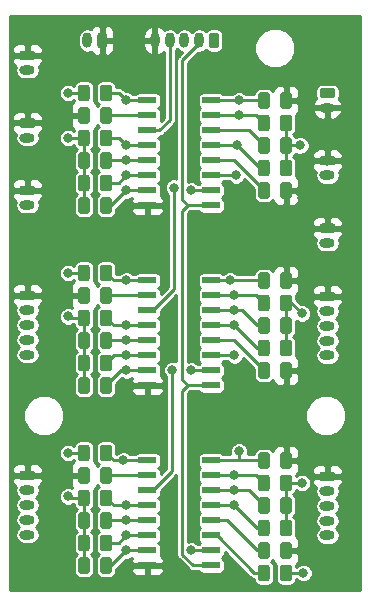
<source format=gtl>
G04 #@! TF.GenerationSoftware,KiCad,Pcbnew,(5.0.2)-1*
G04 #@! TF.CreationDate,2018-12-27T22:24:39-05:00*
G04 #@! TF.ProjectId,WarthoggitClone_4Layer,57617274-686f-4676-9769-74436c6f6e65,rev?*
G04 #@! TF.SameCoordinates,Original*
G04 #@! TF.FileFunction,Copper,L1,Top*
G04 #@! TF.FilePolarity,Positive*
%FSLAX46Y46*%
G04 Gerber Fmt 4.6, Leading zero omitted, Abs format (unit mm)*
G04 Created by KiCad (PCBNEW (5.0.2)-1) date 12/27/2018 10:24:39 PM*
%MOMM*%
%LPD*%
G01*
G04 APERTURE LIST*
G04 #@! TA.AperFunction,Conductor*
%ADD10C,0.100000*%
G04 #@! TD*
G04 #@! TA.AperFunction,ComponentPad*
%ADD11C,0.800000*%
G04 #@! TD*
G04 #@! TA.AperFunction,ComponentPad*
%ADD12O,1.300000X0.800000*%
G04 #@! TD*
G04 #@! TA.AperFunction,ComponentPad*
%ADD13O,0.800000X1.300000*%
G04 #@! TD*
G04 #@! TA.AperFunction,SMDPad,CuDef*
%ADD14C,0.975000*%
G04 #@! TD*
G04 #@! TA.AperFunction,SMDPad,CuDef*
%ADD15R,1.500000X0.600000*%
G04 #@! TD*
G04 #@! TA.AperFunction,ViaPad*
%ADD16C,0.800000*%
G04 #@! TD*
G04 #@! TA.AperFunction,Conductor*
%ADD17C,0.250000*%
G04 #@! TD*
G04 #@! TA.AperFunction,Conductor*
%ADD18C,0.254000*%
G04 #@! TD*
G04 APERTURE END LIST*
D10*
G04 #@! TO.N,GND*
G04 #@! TO.C,J11*
G36*
X102704603Y-58020963D02*
X102724018Y-58023843D01*
X102743057Y-58028612D01*
X102761537Y-58035224D01*
X102779279Y-58043616D01*
X102796114Y-58053706D01*
X102811879Y-58065398D01*
X102826421Y-58078579D01*
X102839602Y-58093121D01*
X102851294Y-58108886D01*
X102861384Y-58125721D01*
X102869776Y-58143463D01*
X102876388Y-58161943D01*
X102881157Y-58180982D01*
X102884037Y-58200397D01*
X102885000Y-58220000D01*
X102885000Y-58620000D01*
X102884037Y-58639603D01*
X102881157Y-58659018D01*
X102876388Y-58678057D01*
X102869776Y-58696537D01*
X102861384Y-58714279D01*
X102851294Y-58731114D01*
X102839602Y-58746879D01*
X102826421Y-58761421D01*
X102811879Y-58774602D01*
X102796114Y-58786294D01*
X102779279Y-58796384D01*
X102761537Y-58804776D01*
X102743057Y-58811388D01*
X102724018Y-58816157D01*
X102704603Y-58819037D01*
X102685000Y-58820000D01*
X101785000Y-58820000D01*
X101765397Y-58819037D01*
X101745982Y-58816157D01*
X101726943Y-58811388D01*
X101708463Y-58804776D01*
X101690721Y-58796384D01*
X101673886Y-58786294D01*
X101658121Y-58774602D01*
X101643579Y-58761421D01*
X101630398Y-58746879D01*
X101618706Y-58731114D01*
X101608616Y-58714279D01*
X101600224Y-58696537D01*
X101593612Y-58678057D01*
X101588843Y-58659018D01*
X101585963Y-58639603D01*
X101585000Y-58620000D01*
X101585000Y-58220000D01*
X101585963Y-58200397D01*
X101588843Y-58180982D01*
X101593612Y-58161943D01*
X101600224Y-58143463D01*
X101608616Y-58125721D01*
X101618706Y-58108886D01*
X101630398Y-58093121D01*
X101643579Y-58078579D01*
X101658121Y-58065398D01*
X101673886Y-58053706D01*
X101690721Y-58043616D01*
X101708463Y-58035224D01*
X101726943Y-58028612D01*
X101745982Y-58023843D01*
X101765397Y-58020963D01*
X101785000Y-58020000D01*
X102685000Y-58020000D01*
X102704603Y-58020963D01*
X102704603Y-58020963D01*
G37*
D11*
G04 #@! TD*
G04 #@! TO.P,J11,1*
G04 #@! TO.N,GND*
X102235000Y-58420000D03*
D12*
G04 #@! TO.P,J11,2*
G04 #@! TO.N,/IN_12*
X102235000Y-59670000D03*
G04 #@! TO.P,J11,3*
G04 #@! TO.N,/IN_11*
X102235000Y-60920000D03*
G04 #@! TO.P,J11,4*
G04 #@! TO.N,/IN_10*
X102235000Y-62170000D03*
G04 #@! TO.P,J11,5*
G04 #@! TO.N,/IN_9*
X102235000Y-63420000D03*
G04 #@! TD*
D10*
G04 #@! TO.N,GND*
G04 #@! TO.C,J12*
G36*
X128104603Y-58100963D02*
X128124018Y-58103843D01*
X128143057Y-58108612D01*
X128161537Y-58115224D01*
X128179279Y-58123616D01*
X128196114Y-58133706D01*
X128211879Y-58145398D01*
X128226421Y-58158579D01*
X128239602Y-58173121D01*
X128251294Y-58188886D01*
X128261384Y-58205721D01*
X128269776Y-58223463D01*
X128276388Y-58241943D01*
X128281157Y-58260982D01*
X128284037Y-58280397D01*
X128285000Y-58300000D01*
X128285000Y-58700000D01*
X128284037Y-58719603D01*
X128281157Y-58739018D01*
X128276388Y-58758057D01*
X128269776Y-58776537D01*
X128261384Y-58794279D01*
X128251294Y-58811114D01*
X128239602Y-58826879D01*
X128226421Y-58841421D01*
X128211879Y-58854602D01*
X128196114Y-58866294D01*
X128179279Y-58876384D01*
X128161537Y-58884776D01*
X128143057Y-58891388D01*
X128124018Y-58896157D01*
X128104603Y-58899037D01*
X128085000Y-58900000D01*
X127185000Y-58900000D01*
X127165397Y-58899037D01*
X127145982Y-58896157D01*
X127126943Y-58891388D01*
X127108463Y-58884776D01*
X127090721Y-58876384D01*
X127073886Y-58866294D01*
X127058121Y-58854602D01*
X127043579Y-58841421D01*
X127030398Y-58826879D01*
X127018706Y-58811114D01*
X127008616Y-58794279D01*
X127000224Y-58776537D01*
X126993612Y-58758057D01*
X126988843Y-58739018D01*
X126985963Y-58719603D01*
X126985000Y-58700000D01*
X126985000Y-58300000D01*
X126985963Y-58280397D01*
X126988843Y-58260982D01*
X126993612Y-58241943D01*
X127000224Y-58223463D01*
X127008616Y-58205721D01*
X127018706Y-58188886D01*
X127030398Y-58173121D01*
X127043579Y-58158579D01*
X127058121Y-58145398D01*
X127073886Y-58133706D01*
X127090721Y-58123616D01*
X127108463Y-58115224D01*
X127126943Y-58108612D01*
X127145982Y-58103843D01*
X127165397Y-58100963D01*
X127185000Y-58100000D01*
X128085000Y-58100000D01*
X128104603Y-58100963D01*
X128104603Y-58100963D01*
G37*
D11*
G04 #@! TD*
G04 #@! TO.P,J12,1*
G04 #@! TO.N,GND*
X127635000Y-58500000D03*
D12*
G04 #@! TO.P,J12,2*
G04 #@! TO.N,/IN_16*
X127635000Y-59750000D03*
G04 #@! TO.P,J12,3*
G04 #@! TO.N,/IN_15*
X127635000Y-61000000D03*
G04 #@! TO.P,J12,4*
G04 #@! TO.N,/IN_14*
X127635000Y-62250000D03*
G04 #@! TO.P,J12,5*
G04 #@! TO.N,/IN_13*
X127635000Y-63500000D03*
G04 #@! TD*
D10*
G04 #@! TO.N,+5V*
G04 #@! TO.C,J8*
G36*
X118249603Y-36180963D02*
X118269018Y-36183843D01*
X118288057Y-36188612D01*
X118306537Y-36195224D01*
X118324279Y-36203616D01*
X118341114Y-36213706D01*
X118356879Y-36225398D01*
X118371421Y-36238579D01*
X118384602Y-36253121D01*
X118396294Y-36268886D01*
X118406384Y-36285721D01*
X118414776Y-36303463D01*
X118421388Y-36321943D01*
X118426157Y-36340982D01*
X118429037Y-36360397D01*
X118430000Y-36380000D01*
X118430000Y-37280000D01*
X118429037Y-37299603D01*
X118426157Y-37319018D01*
X118421388Y-37338057D01*
X118414776Y-37356537D01*
X118406384Y-37374279D01*
X118396294Y-37391114D01*
X118384602Y-37406879D01*
X118371421Y-37421421D01*
X118356879Y-37434602D01*
X118341114Y-37446294D01*
X118324279Y-37456384D01*
X118306537Y-37464776D01*
X118288057Y-37471388D01*
X118269018Y-37476157D01*
X118249603Y-37479037D01*
X118230000Y-37480000D01*
X117830000Y-37480000D01*
X117810397Y-37479037D01*
X117790982Y-37476157D01*
X117771943Y-37471388D01*
X117753463Y-37464776D01*
X117735721Y-37456384D01*
X117718886Y-37446294D01*
X117703121Y-37434602D01*
X117688579Y-37421421D01*
X117675398Y-37406879D01*
X117663706Y-37391114D01*
X117653616Y-37374279D01*
X117645224Y-37356537D01*
X117638612Y-37338057D01*
X117633843Y-37319018D01*
X117630963Y-37299603D01*
X117630000Y-37280000D01*
X117630000Y-36380000D01*
X117630963Y-36360397D01*
X117633843Y-36340982D01*
X117638612Y-36321943D01*
X117645224Y-36303463D01*
X117653616Y-36285721D01*
X117663706Y-36268886D01*
X117675398Y-36253121D01*
X117688579Y-36238579D01*
X117703121Y-36225398D01*
X117718886Y-36213706D01*
X117735721Y-36203616D01*
X117753463Y-36195224D01*
X117771943Y-36188612D01*
X117790982Y-36183843D01*
X117810397Y-36180963D01*
X117830000Y-36180000D01*
X118230000Y-36180000D01*
X118249603Y-36180963D01*
X118249603Y-36180963D01*
G37*
D11*
G04 #@! TD*
G04 #@! TO.P,J8,1*
G04 #@! TO.N,+5V*
X118030000Y-36830000D03*
D13*
G04 #@! TO.P,J8,2*
G04 #@! TO.N,/SPI_CS*
X116780000Y-36830000D03*
G04 #@! TO.P,J8,3*
G04 #@! TO.N,/SPI_CLK*
X115530000Y-36830000D03*
G04 #@! TO.P,J8,4*
G04 #@! TO.N,/SPI_MISO*
X114280000Y-36830000D03*
G04 #@! TO.P,J8,5*
G04 #@! TO.N,GND*
X113030000Y-36830000D03*
G04 #@! TD*
D10*
G04 #@! TO.N,GND*
G04 #@! TO.C,J9*
G36*
X102704603Y-73260963D02*
X102724018Y-73263843D01*
X102743057Y-73268612D01*
X102761537Y-73275224D01*
X102779279Y-73283616D01*
X102796114Y-73293706D01*
X102811879Y-73305398D01*
X102826421Y-73318579D01*
X102839602Y-73333121D01*
X102851294Y-73348886D01*
X102861384Y-73365721D01*
X102869776Y-73383463D01*
X102876388Y-73401943D01*
X102881157Y-73420982D01*
X102884037Y-73440397D01*
X102885000Y-73460000D01*
X102885000Y-73860000D01*
X102884037Y-73879603D01*
X102881157Y-73899018D01*
X102876388Y-73918057D01*
X102869776Y-73936537D01*
X102861384Y-73954279D01*
X102851294Y-73971114D01*
X102839602Y-73986879D01*
X102826421Y-74001421D01*
X102811879Y-74014602D01*
X102796114Y-74026294D01*
X102779279Y-74036384D01*
X102761537Y-74044776D01*
X102743057Y-74051388D01*
X102724018Y-74056157D01*
X102704603Y-74059037D01*
X102685000Y-74060000D01*
X101785000Y-74060000D01*
X101765397Y-74059037D01*
X101745982Y-74056157D01*
X101726943Y-74051388D01*
X101708463Y-74044776D01*
X101690721Y-74036384D01*
X101673886Y-74026294D01*
X101658121Y-74014602D01*
X101643579Y-74001421D01*
X101630398Y-73986879D01*
X101618706Y-73971114D01*
X101608616Y-73954279D01*
X101600224Y-73936537D01*
X101593612Y-73918057D01*
X101588843Y-73899018D01*
X101585963Y-73879603D01*
X101585000Y-73860000D01*
X101585000Y-73460000D01*
X101585963Y-73440397D01*
X101588843Y-73420982D01*
X101593612Y-73401943D01*
X101600224Y-73383463D01*
X101608616Y-73365721D01*
X101618706Y-73348886D01*
X101630398Y-73333121D01*
X101643579Y-73318579D01*
X101658121Y-73305398D01*
X101673886Y-73293706D01*
X101690721Y-73283616D01*
X101708463Y-73275224D01*
X101726943Y-73268612D01*
X101745982Y-73263843D01*
X101765397Y-73260963D01*
X101785000Y-73260000D01*
X102685000Y-73260000D01*
X102704603Y-73260963D01*
X102704603Y-73260963D01*
G37*
D11*
G04 #@! TD*
G04 #@! TO.P,J9,1*
G04 #@! TO.N,GND*
X102235000Y-73660000D03*
D12*
G04 #@! TO.P,J9,2*
G04 #@! TO.N,/IN_4*
X102235000Y-74910000D03*
G04 #@! TO.P,J9,3*
G04 #@! TO.N,/IN_3*
X102235000Y-76160000D03*
G04 #@! TO.P,J9,4*
G04 #@! TO.N,/IN_2*
X102235000Y-77410000D03*
G04 #@! TO.P,J9,5*
G04 #@! TO.N,/IN_1*
X102235000Y-78660000D03*
G04 #@! TD*
D10*
G04 #@! TO.N,GND*
G04 #@! TO.C,J10*
G36*
X128104603Y-73340963D02*
X128124018Y-73343843D01*
X128143057Y-73348612D01*
X128161537Y-73355224D01*
X128179279Y-73363616D01*
X128196114Y-73373706D01*
X128211879Y-73385398D01*
X128226421Y-73398579D01*
X128239602Y-73413121D01*
X128251294Y-73428886D01*
X128261384Y-73445721D01*
X128269776Y-73463463D01*
X128276388Y-73481943D01*
X128281157Y-73500982D01*
X128284037Y-73520397D01*
X128285000Y-73540000D01*
X128285000Y-73940000D01*
X128284037Y-73959603D01*
X128281157Y-73979018D01*
X128276388Y-73998057D01*
X128269776Y-74016537D01*
X128261384Y-74034279D01*
X128251294Y-74051114D01*
X128239602Y-74066879D01*
X128226421Y-74081421D01*
X128211879Y-74094602D01*
X128196114Y-74106294D01*
X128179279Y-74116384D01*
X128161537Y-74124776D01*
X128143057Y-74131388D01*
X128124018Y-74136157D01*
X128104603Y-74139037D01*
X128085000Y-74140000D01*
X127185000Y-74140000D01*
X127165397Y-74139037D01*
X127145982Y-74136157D01*
X127126943Y-74131388D01*
X127108463Y-74124776D01*
X127090721Y-74116384D01*
X127073886Y-74106294D01*
X127058121Y-74094602D01*
X127043579Y-74081421D01*
X127030398Y-74066879D01*
X127018706Y-74051114D01*
X127008616Y-74034279D01*
X127000224Y-74016537D01*
X126993612Y-73998057D01*
X126988843Y-73979018D01*
X126985963Y-73959603D01*
X126985000Y-73940000D01*
X126985000Y-73540000D01*
X126985963Y-73520397D01*
X126988843Y-73500982D01*
X126993612Y-73481943D01*
X127000224Y-73463463D01*
X127008616Y-73445721D01*
X127018706Y-73428886D01*
X127030398Y-73413121D01*
X127043579Y-73398579D01*
X127058121Y-73385398D01*
X127073886Y-73373706D01*
X127090721Y-73363616D01*
X127108463Y-73355224D01*
X127126943Y-73348612D01*
X127145982Y-73343843D01*
X127165397Y-73340963D01*
X127185000Y-73340000D01*
X128085000Y-73340000D01*
X128104603Y-73340963D01*
X128104603Y-73340963D01*
G37*
D11*
G04 #@! TD*
G04 #@! TO.P,J10,1*
G04 #@! TO.N,GND*
X127635000Y-73740000D03*
D12*
G04 #@! TO.P,J10,2*
G04 #@! TO.N,/IN_8*
X127635000Y-74990000D03*
G04 #@! TO.P,J10,3*
G04 #@! TO.N,/IN_7*
X127635000Y-76240000D03*
G04 #@! TO.P,J10,4*
G04 #@! TO.N,/IN_6*
X127635000Y-77490000D03*
G04 #@! TO.P,J10,5*
G04 #@! TO.N,/IN_5*
X127635000Y-78740000D03*
G04 #@! TD*
D10*
G04 #@! TO.N,GND*
G04 #@! TO.C,J2*
G36*
X128104603Y-52325963D02*
X128124018Y-52328843D01*
X128143057Y-52333612D01*
X128161537Y-52340224D01*
X128179279Y-52348616D01*
X128196114Y-52358706D01*
X128211879Y-52370398D01*
X128226421Y-52383579D01*
X128239602Y-52398121D01*
X128251294Y-52413886D01*
X128261384Y-52430721D01*
X128269776Y-52448463D01*
X128276388Y-52466943D01*
X128281157Y-52485982D01*
X128284037Y-52505397D01*
X128285000Y-52525000D01*
X128285000Y-52925000D01*
X128284037Y-52944603D01*
X128281157Y-52964018D01*
X128276388Y-52983057D01*
X128269776Y-53001537D01*
X128261384Y-53019279D01*
X128251294Y-53036114D01*
X128239602Y-53051879D01*
X128226421Y-53066421D01*
X128211879Y-53079602D01*
X128196114Y-53091294D01*
X128179279Y-53101384D01*
X128161537Y-53109776D01*
X128143057Y-53116388D01*
X128124018Y-53121157D01*
X128104603Y-53124037D01*
X128085000Y-53125000D01*
X127185000Y-53125000D01*
X127165397Y-53124037D01*
X127145982Y-53121157D01*
X127126943Y-53116388D01*
X127108463Y-53109776D01*
X127090721Y-53101384D01*
X127073886Y-53091294D01*
X127058121Y-53079602D01*
X127043579Y-53066421D01*
X127030398Y-53051879D01*
X127018706Y-53036114D01*
X127008616Y-53019279D01*
X127000224Y-53001537D01*
X126993612Y-52983057D01*
X126988843Y-52964018D01*
X126985963Y-52944603D01*
X126985000Y-52925000D01*
X126985000Y-52525000D01*
X126985963Y-52505397D01*
X126988843Y-52485982D01*
X126993612Y-52466943D01*
X127000224Y-52448463D01*
X127008616Y-52430721D01*
X127018706Y-52413886D01*
X127030398Y-52398121D01*
X127043579Y-52383579D01*
X127058121Y-52370398D01*
X127073886Y-52358706D01*
X127090721Y-52348616D01*
X127108463Y-52340224D01*
X127126943Y-52333612D01*
X127145982Y-52328843D01*
X127165397Y-52325963D01*
X127185000Y-52325000D01*
X128085000Y-52325000D01*
X128104603Y-52325963D01*
X128104603Y-52325963D01*
G37*
D11*
G04 #@! TD*
G04 #@! TO.P,J2,1*
G04 #@! TO.N,GND*
X127635000Y-52725000D03*
D12*
G04 #@! TO.P,J2,2*
G04 #@! TO.N,/IN_21*
X127635000Y-53975000D03*
G04 #@! TD*
D10*
G04 #@! TO.N,GND*
G04 #@! TO.C,J1*
G36*
X102704603Y-49130963D02*
X102724018Y-49133843D01*
X102743057Y-49138612D01*
X102761537Y-49145224D01*
X102779279Y-49153616D01*
X102796114Y-49163706D01*
X102811879Y-49175398D01*
X102826421Y-49188579D01*
X102839602Y-49203121D01*
X102851294Y-49218886D01*
X102861384Y-49235721D01*
X102869776Y-49253463D01*
X102876388Y-49271943D01*
X102881157Y-49290982D01*
X102884037Y-49310397D01*
X102885000Y-49330000D01*
X102885000Y-49730000D01*
X102884037Y-49749603D01*
X102881157Y-49769018D01*
X102876388Y-49788057D01*
X102869776Y-49806537D01*
X102861384Y-49824279D01*
X102851294Y-49841114D01*
X102839602Y-49856879D01*
X102826421Y-49871421D01*
X102811879Y-49884602D01*
X102796114Y-49896294D01*
X102779279Y-49906384D01*
X102761537Y-49914776D01*
X102743057Y-49921388D01*
X102724018Y-49926157D01*
X102704603Y-49929037D01*
X102685000Y-49930000D01*
X101785000Y-49930000D01*
X101765397Y-49929037D01*
X101745982Y-49926157D01*
X101726943Y-49921388D01*
X101708463Y-49914776D01*
X101690721Y-49906384D01*
X101673886Y-49896294D01*
X101658121Y-49884602D01*
X101643579Y-49871421D01*
X101630398Y-49856879D01*
X101618706Y-49841114D01*
X101608616Y-49824279D01*
X101600224Y-49806537D01*
X101593612Y-49788057D01*
X101588843Y-49769018D01*
X101585963Y-49749603D01*
X101585000Y-49730000D01*
X101585000Y-49330000D01*
X101585963Y-49310397D01*
X101588843Y-49290982D01*
X101593612Y-49271943D01*
X101600224Y-49253463D01*
X101608616Y-49235721D01*
X101618706Y-49218886D01*
X101630398Y-49203121D01*
X101643579Y-49188579D01*
X101658121Y-49175398D01*
X101673886Y-49163706D01*
X101690721Y-49153616D01*
X101708463Y-49145224D01*
X101726943Y-49138612D01*
X101745982Y-49133843D01*
X101765397Y-49130963D01*
X101785000Y-49130000D01*
X102685000Y-49130000D01*
X102704603Y-49130963D01*
X102704603Y-49130963D01*
G37*
D11*
G04 #@! TD*
G04 #@! TO.P,J1,1*
G04 #@! TO.N,GND*
X102235000Y-49530000D03*
D12*
G04 #@! TO.P,J1,2*
G04 #@! TO.N,/IN_17*
X102235000Y-50780000D03*
G04 #@! TD*
D10*
G04 #@! TO.N,GND*
G04 #@! TO.C,J3*
G36*
X102704603Y-43415963D02*
X102724018Y-43418843D01*
X102743057Y-43423612D01*
X102761537Y-43430224D01*
X102779279Y-43438616D01*
X102796114Y-43448706D01*
X102811879Y-43460398D01*
X102826421Y-43473579D01*
X102839602Y-43488121D01*
X102851294Y-43503886D01*
X102861384Y-43520721D01*
X102869776Y-43538463D01*
X102876388Y-43556943D01*
X102881157Y-43575982D01*
X102884037Y-43595397D01*
X102885000Y-43615000D01*
X102885000Y-44015000D01*
X102884037Y-44034603D01*
X102881157Y-44054018D01*
X102876388Y-44073057D01*
X102869776Y-44091537D01*
X102861384Y-44109279D01*
X102851294Y-44126114D01*
X102839602Y-44141879D01*
X102826421Y-44156421D01*
X102811879Y-44169602D01*
X102796114Y-44181294D01*
X102779279Y-44191384D01*
X102761537Y-44199776D01*
X102743057Y-44206388D01*
X102724018Y-44211157D01*
X102704603Y-44214037D01*
X102685000Y-44215000D01*
X101785000Y-44215000D01*
X101765397Y-44214037D01*
X101745982Y-44211157D01*
X101726943Y-44206388D01*
X101708463Y-44199776D01*
X101690721Y-44191384D01*
X101673886Y-44181294D01*
X101658121Y-44169602D01*
X101643579Y-44156421D01*
X101630398Y-44141879D01*
X101618706Y-44126114D01*
X101608616Y-44109279D01*
X101600224Y-44091537D01*
X101593612Y-44073057D01*
X101588843Y-44054018D01*
X101585963Y-44034603D01*
X101585000Y-44015000D01*
X101585000Y-43615000D01*
X101585963Y-43595397D01*
X101588843Y-43575982D01*
X101593612Y-43556943D01*
X101600224Y-43538463D01*
X101608616Y-43520721D01*
X101618706Y-43503886D01*
X101630398Y-43488121D01*
X101643579Y-43473579D01*
X101658121Y-43460398D01*
X101673886Y-43448706D01*
X101690721Y-43438616D01*
X101708463Y-43430224D01*
X101726943Y-43423612D01*
X101745982Y-43418843D01*
X101765397Y-43415963D01*
X101785000Y-43415000D01*
X102685000Y-43415000D01*
X102704603Y-43415963D01*
X102704603Y-43415963D01*
G37*
D11*
G04 #@! TD*
G04 #@! TO.P,J3,1*
G04 #@! TO.N,GND*
X102235000Y-43815000D03*
D12*
G04 #@! TO.P,J3,2*
G04 #@! TO.N,/IN_18*
X102235000Y-45065000D03*
G04 #@! TD*
D10*
G04 #@! TO.N,GND*
G04 #@! TO.C,J5*
G36*
X128104603Y-46610963D02*
X128124018Y-46613843D01*
X128143057Y-46618612D01*
X128161537Y-46625224D01*
X128179279Y-46633616D01*
X128196114Y-46643706D01*
X128211879Y-46655398D01*
X128226421Y-46668579D01*
X128239602Y-46683121D01*
X128251294Y-46698886D01*
X128261384Y-46715721D01*
X128269776Y-46733463D01*
X128276388Y-46751943D01*
X128281157Y-46770982D01*
X128284037Y-46790397D01*
X128285000Y-46810000D01*
X128285000Y-47210000D01*
X128284037Y-47229603D01*
X128281157Y-47249018D01*
X128276388Y-47268057D01*
X128269776Y-47286537D01*
X128261384Y-47304279D01*
X128251294Y-47321114D01*
X128239602Y-47336879D01*
X128226421Y-47351421D01*
X128211879Y-47364602D01*
X128196114Y-47376294D01*
X128179279Y-47386384D01*
X128161537Y-47394776D01*
X128143057Y-47401388D01*
X128124018Y-47406157D01*
X128104603Y-47409037D01*
X128085000Y-47410000D01*
X127185000Y-47410000D01*
X127165397Y-47409037D01*
X127145982Y-47406157D01*
X127126943Y-47401388D01*
X127108463Y-47394776D01*
X127090721Y-47386384D01*
X127073886Y-47376294D01*
X127058121Y-47364602D01*
X127043579Y-47351421D01*
X127030398Y-47336879D01*
X127018706Y-47321114D01*
X127008616Y-47304279D01*
X127000224Y-47286537D01*
X126993612Y-47268057D01*
X126988843Y-47249018D01*
X126985963Y-47229603D01*
X126985000Y-47210000D01*
X126985000Y-46810000D01*
X126985963Y-46790397D01*
X126988843Y-46770982D01*
X126993612Y-46751943D01*
X127000224Y-46733463D01*
X127008616Y-46715721D01*
X127018706Y-46698886D01*
X127030398Y-46683121D01*
X127043579Y-46668579D01*
X127058121Y-46655398D01*
X127073886Y-46643706D01*
X127090721Y-46633616D01*
X127108463Y-46625224D01*
X127126943Y-46618612D01*
X127145982Y-46613843D01*
X127165397Y-46610963D01*
X127185000Y-46610000D01*
X128085000Y-46610000D01*
X128104603Y-46610963D01*
X128104603Y-46610963D01*
G37*
D11*
G04 #@! TD*
G04 #@! TO.P,J5,1*
G04 #@! TO.N,GND*
X127635000Y-47010000D03*
D12*
G04 #@! TO.P,J5,2*
G04 #@! TO.N,/IN_23*
X127635000Y-48260000D03*
G04 #@! TD*
D10*
G04 #@! TO.N,/IN_24*
G04 #@! TO.C,J6*
G36*
X128104603Y-40875963D02*
X128124018Y-40878843D01*
X128143057Y-40883612D01*
X128161537Y-40890224D01*
X128179279Y-40898616D01*
X128196114Y-40908706D01*
X128211879Y-40920398D01*
X128226421Y-40933579D01*
X128239602Y-40948121D01*
X128251294Y-40963886D01*
X128261384Y-40980721D01*
X128269776Y-40998463D01*
X128276388Y-41016943D01*
X128281157Y-41035982D01*
X128284037Y-41055397D01*
X128285000Y-41075000D01*
X128285000Y-41475000D01*
X128284037Y-41494603D01*
X128281157Y-41514018D01*
X128276388Y-41533057D01*
X128269776Y-41551537D01*
X128261384Y-41569279D01*
X128251294Y-41586114D01*
X128239602Y-41601879D01*
X128226421Y-41616421D01*
X128211879Y-41629602D01*
X128196114Y-41641294D01*
X128179279Y-41651384D01*
X128161537Y-41659776D01*
X128143057Y-41666388D01*
X128124018Y-41671157D01*
X128104603Y-41674037D01*
X128085000Y-41675000D01*
X127185000Y-41675000D01*
X127165397Y-41674037D01*
X127145982Y-41671157D01*
X127126943Y-41666388D01*
X127108463Y-41659776D01*
X127090721Y-41651384D01*
X127073886Y-41641294D01*
X127058121Y-41629602D01*
X127043579Y-41616421D01*
X127030398Y-41601879D01*
X127018706Y-41586114D01*
X127008616Y-41569279D01*
X127000224Y-41551537D01*
X126993612Y-41533057D01*
X126988843Y-41514018D01*
X126985963Y-41494603D01*
X126985000Y-41475000D01*
X126985000Y-41075000D01*
X126985963Y-41055397D01*
X126988843Y-41035982D01*
X126993612Y-41016943D01*
X127000224Y-40998463D01*
X127008616Y-40980721D01*
X127018706Y-40963886D01*
X127030398Y-40948121D01*
X127043579Y-40933579D01*
X127058121Y-40920398D01*
X127073886Y-40908706D01*
X127090721Y-40898616D01*
X127108463Y-40890224D01*
X127126943Y-40883612D01*
X127145982Y-40878843D01*
X127165397Y-40875963D01*
X127185000Y-40875000D01*
X128085000Y-40875000D01*
X128104603Y-40875963D01*
X128104603Y-40875963D01*
G37*
D11*
G04 #@! TD*
G04 #@! TO.P,J6,1*
G04 #@! TO.N,/IN_24*
X127635000Y-41275000D03*
D12*
G04 #@! TO.P,J6,2*
G04 #@! TO.N,GND*
X127635000Y-42525000D03*
G04 #@! TD*
D10*
G04 #@! TO.N,GND*
G04 #@! TO.C,J4*
G36*
X102704603Y-37700963D02*
X102724018Y-37703843D01*
X102743057Y-37708612D01*
X102761537Y-37715224D01*
X102779279Y-37723616D01*
X102796114Y-37733706D01*
X102811879Y-37745398D01*
X102826421Y-37758579D01*
X102839602Y-37773121D01*
X102851294Y-37788886D01*
X102861384Y-37805721D01*
X102869776Y-37823463D01*
X102876388Y-37841943D01*
X102881157Y-37860982D01*
X102884037Y-37880397D01*
X102885000Y-37900000D01*
X102885000Y-38300000D01*
X102884037Y-38319603D01*
X102881157Y-38339018D01*
X102876388Y-38358057D01*
X102869776Y-38376537D01*
X102861384Y-38394279D01*
X102851294Y-38411114D01*
X102839602Y-38426879D01*
X102826421Y-38441421D01*
X102811879Y-38454602D01*
X102796114Y-38466294D01*
X102779279Y-38476384D01*
X102761537Y-38484776D01*
X102743057Y-38491388D01*
X102724018Y-38496157D01*
X102704603Y-38499037D01*
X102685000Y-38500000D01*
X101785000Y-38500000D01*
X101765397Y-38499037D01*
X101745982Y-38496157D01*
X101726943Y-38491388D01*
X101708463Y-38484776D01*
X101690721Y-38476384D01*
X101673886Y-38466294D01*
X101658121Y-38454602D01*
X101643579Y-38441421D01*
X101630398Y-38426879D01*
X101618706Y-38411114D01*
X101608616Y-38394279D01*
X101600224Y-38376537D01*
X101593612Y-38358057D01*
X101588843Y-38339018D01*
X101585963Y-38319603D01*
X101585000Y-38300000D01*
X101585000Y-37900000D01*
X101585963Y-37880397D01*
X101588843Y-37860982D01*
X101593612Y-37841943D01*
X101600224Y-37823463D01*
X101608616Y-37805721D01*
X101618706Y-37788886D01*
X101630398Y-37773121D01*
X101643579Y-37758579D01*
X101658121Y-37745398D01*
X101673886Y-37733706D01*
X101690721Y-37723616D01*
X101708463Y-37715224D01*
X101726943Y-37708612D01*
X101745982Y-37703843D01*
X101765397Y-37700963D01*
X101785000Y-37700000D01*
X102685000Y-37700000D01*
X102704603Y-37700963D01*
X102704603Y-37700963D01*
G37*
D11*
G04 #@! TD*
G04 #@! TO.P,J4,1*
G04 #@! TO.N,GND*
X102235000Y-38100000D03*
D12*
G04 #@! TO.P,J4,2*
G04 #@! TO.N,/IN_19*
X102235000Y-39350000D03*
G04 #@! TD*
D10*
G04 #@! TO.N,GND*
G04 #@! TO.C,J7*
G36*
X108784603Y-36180963D02*
X108804018Y-36183843D01*
X108823057Y-36188612D01*
X108841537Y-36195224D01*
X108859279Y-36203616D01*
X108876114Y-36213706D01*
X108891879Y-36225398D01*
X108906421Y-36238579D01*
X108919602Y-36253121D01*
X108931294Y-36268886D01*
X108941384Y-36285721D01*
X108949776Y-36303463D01*
X108956388Y-36321943D01*
X108961157Y-36340982D01*
X108964037Y-36360397D01*
X108965000Y-36380000D01*
X108965000Y-37280000D01*
X108964037Y-37299603D01*
X108961157Y-37319018D01*
X108956388Y-37338057D01*
X108949776Y-37356537D01*
X108941384Y-37374279D01*
X108931294Y-37391114D01*
X108919602Y-37406879D01*
X108906421Y-37421421D01*
X108891879Y-37434602D01*
X108876114Y-37446294D01*
X108859279Y-37456384D01*
X108841537Y-37464776D01*
X108823057Y-37471388D01*
X108804018Y-37476157D01*
X108784603Y-37479037D01*
X108765000Y-37480000D01*
X108365000Y-37480000D01*
X108345397Y-37479037D01*
X108325982Y-37476157D01*
X108306943Y-37471388D01*
X108288463Y-37464776D01*
X108270721Y-37456384D01*
X108253886Y-37446294D01*
X108238121Y-37434602D01*
X108223579Y-37421421D01*
X108210398Y-37406879D01*
X108198706Y-37391114D01*
X108188616Y-37374279D01*
X108180224Y-37356537D01*
X108173612Y-37338057D01*
X108168843Y-37319018D01*
X108165963Y-37299603D01*
X108165000Y-37280000D01*
X108165000Y-36380000D01*
X108165963Y-36360397D01*
X108168843Y-36340982D01*
X108173612Y-36321943D01*
X108180224Y-36303463D01*
X108188616Y-36285721D01*
X108198706Y-36268886D01*
X108210398Y-36253121D01*
X108223579Y-36238579D01*
X108238121Y-36225398D01*
X108253886Y-36213706D01*
X108270721Y-36203616D01*
X108288463Y-36195224D01*
X108306943Y-36188612D01*
X108325982Y-36183843D01*
X108345397Y-36180963D01*
X108365000Y-36180000D01*
X108765000Y-36180000D01*
X108784603Y-36180963D01*
X108784603Y-36180963D01*
G37*
D11*
G04 #@! TD*
G04 #@! TO.P,J7,1*
G04 #@! TO.N,GND*
X108565000Y-36830000D03*
D13*
G04 #@! TO.P,J7,2*
G04 #@! TO.N,/IN_20*
X107315000Y-36830000D03*
G04 #@! TD*
D10*
G04 #@! TO.N,+5V*
G04 #@! TO.C,C1*
G36*
X122520142Y-71691174D02*
X122543803Y-71694684D01*
X122567007Y-71700496D01*
X122589529Y-71708554D01*
X122611153Y-71718782D01*
X122631670Y-71731079D01*
X122650883Y-71745329D01*
X122668607Y-71761393D01*
X122684671Y-71779117D01*
X122698921Y-71798330D01*
X122711218Y-71818847D01*
X122721446Y-71840471D01*
X122729504Y-71862993D01*
X122735316Y-71886197D01*
X122738826Y-71909858D01*
X122740000Y-71933750D01*
X122740000Y-72846250D01*
X122738826Y-72870142D01*
X122735316Y-72893803D01*
X122729504Y-72917007D01*
X122721446Y-72939529D01*
X122711218Y-72961153D01*
X122698921Y-72981670D01*
X122684671Y-73000883D01*
X122668607Y-73018607D01*
X122650883Y-73034671D01*
X122631670Y-73048921D01*
X122611153Y-73061218D01*
X122589529Y-73071446D01*
X122567007Y-73079504D01*
X122543803Y-73085316D01*
X122520142Y-73088826D01*
X122496250Y-73090000D01*
X122008750Y-73090000D01*
X121984858Y-73088826D01*
X121961197Y-73085316D01*
X121937993Y-73079504D01*
X121915471Y-73071446D01*
X121893847Y-73061218D01*
X121873330Y-73048921D01*
X121854117Y-73034671D01*
X121836393Y-73018607D01*
X121820329Y-73000883D01*
X121806079Y-72981670D01*
X121793782Y-72961153D01*
X121783554Y-72939529D01*
X121775496Y-72917007D01*
X121769684Y-72893803D01*
X121766174Y-72870142D01*
X121765000Y-72846250D01*
X121765000Y-71933750D01*
X121766174Y-71909858D01*
X121769684Y-71886197D01*
X121775496Y-71862993D01*
X121783554Y-71840471D01*
X121793782Y-71818847D01*
X121806079Y-71798330D01*
X121820329Y-71779117D01*
X121836393Y-71761393D01*
X121854117Y-71745329D01*
X121873330Y-71731079D01*
X121893847Y-71718782D01*
X121915471Y-71708554D01*
X121937993Y-71700496D01*
X121961197Y-71694684D01*
X121984858Y-71691174D01*
X122008750Y-71690000D01*
X122496250Y-71690000D01*
X122520142Y-71691174D01*
X122520142Y-71691174D01*
G37*
D14*
G04 #@! TD*
G04 #@! TO.P,C1,1*
G04 #@! TO.N,+5V*
X122252500Y-72390000D03*
D10*
G04 #@! TO.N,GND*
G04 #@! TO.C,C1*
G36*
X124395142Y-71691174D02*
X124418803Y-71694684D01*
X124442007Y-71700496D01*
X124464529Y-71708554D01*
X124486153Y-71718782D01*
X124506670Y-71731079D01*
X124525883Y-71745329D01*
X124543607Y-71761393D01*
X124559671Y-71779117D01*
X124573921Y-71798330D01*
X124586218Y-71818847D01*
X124596446Y-71840471D01*
X124604504Y-71862993D01*
X124610316Y-71886197D01*
X124613826Y-71909858D01*
X124615000Y-71933750D01*
X124615000Y-72846250D01*
X124613826Y-72870142D01*
X124610316Y-72893803D01*
X124604504Y-72917007D01*
X124596446Y-72939529D01*
X124586218Y-72961153D01*
X124573921Y-72981670D01*
X124559671Y-73000883D01*
X124543607Y-73018607D01*
X124525883Y-73034671D01*
X124506670Y-73048921D01*
X124486153Y-73061218D01*
X124464529Y-73071446D01*
X124442007Y-73079504D01*
X124418803Y-73085316D01*
X124395142Y-73088826D01*
X124371250Y-73090000D01*
X123883750Y-73090000D01*
X123859858Y-73088826D01*
X123836197Y-73085316D01*
X123812993Y-73079504D01*
X123790471Y-73071446D01*
X123768847Y-73061218D01*
X123748330Y-73048921D01*
X123729117Y-73034671D01*
X123711393Y-73018607D01*
X123695329Y-73000883D01*
X123681079Y-72981670D01*
X123668782Y-72961153D01*
X123658554Y-72939529D01*
X123650496Y-72917007D01*
X123644684Y-72893803D01*
X123641174Y-72870142D01*
X123640000Y-72846250D01*
X123640000Y-71933750D01*
X123641174Y-71909858D01*
X123644684Y-71886197D01*
X123650496Y-71862993D01*
X123658554Y-71840471D01*
X123668782Y-71818847D01*
X123681079Y-71798330D01*
X123695329Y-71779117D01*
X123711393Y-71761393D01*
X123729117Y-71745329D01*
X123748330Y-71731079D01*
X123768847Y-71718782D01*
X123790471Y-71708554D01*
X123812993Y-71700496D01*
X123836197Y-71694684D01*
X123859858Y-71691174D01*
X123883750Y-71690000D01*
X124371250Y-71690000D01*
X124395142Y-71691174D01*
X124395142Y-71691174D01*
G37*
D14*
G04 #@! TD*
G04 #@! TO.P,C1,2*
G04 #@! TO.N,GND*
X124127500Y-72390000D03*
D10*
G04 #@! TO.N,+5V*
G04 #@! TO.C,C2*
G36*
X122520142Y-56451174D02*
X122543803Y-56454684D01*
X122567007Y-56460496D01*
X122589529Y-56468554D01*
X122611153Y-56478782D01*
X122631670Y-56491079D01*
X122650883Y-56505329D01*
X122668607Y-56521393D01*
X122684671Y-56539117D01*
X122698921Y-56558330D01*
X122711218Y-56578847D01*
X122721446Y-56600471D01*
X122729504Y-56622993D01*
X122735316Y-56646197D01*
X122738826Y-56669858D01*
X122740000Y-56693750D01*
X122740000Y-57606250D01*
X122738826Y-57630142D01*
X122735316Y-57653803D01*
X122729504Y-57677007D01*
X122721446Y-57699529D01*
X122711218Y-57721153D01*
X122698921Y-57741670D01*
X122684671Y-57760883D01*
X122668607Y-57778607D01*
X122650883Y-57794671D01*
X122631670Y-57808921D01*
X122611153Y-57821218D01*
X122589529Y-57831446D01*
X122567007Y-57839504D01*
X122543803Y-57845316D01*
X122520142Y-57848826D01*
X122496250Y-57850000D01*
X122008750Y-57850000D01*
X121984858Y-57848826D01*
X121961197Y-57845316D01*
X121937993Y-57839504D01*
X121915471Y-57831446D01*
X121893847Y-57821218D01*
X121873330Y-57808921D01*
X121854117Y-57794671D01*
X121836393Y-57778607D01*
X121820329Y-57760883D01*
X121806079Y-57741670D01*
X121793782Y-57721153D01*
X121783554Y-57699529D01*
X121775496Y-57677007D01*
X121769684Y-57653803D01*
X121766174Y-57630142D01*
X121765000Y-57606250D01*
X121765000Y-56693750D01*
X121766174Y-56669858D01*
X121769684Y-56646197D01*
X121775496Y-56622993D01*
X121783554Y-56600471D01*
X121793782Y-56578847D01*
X121806079Y-56558330D01*
X121820329Y-56539117D01*
X121836393Y-56521393D01*
X121854117Y-56505329D01*
X121873330Y-56491079D01*
X121893847Y-56478782D01*
X121915471Y-56468554D01*
X121937993Y-56460496D01*
X121961197Y-56454684D01*
X121984858Y-56451174D01*
X122008750Y-56450000D01*
X122496250Y-56450000D01*
X122520142Y-56451174D01*
X122520142Y-56451174D01*
G37*
D14*
G04 #@! TD*
G04 #@! TO.P,C2,1*
G04 #@! TO.N,+5V*
X122252500Y-57150000D03*
D10*
G04 #@! TO.N,GND*
G04 #@! TO.C,C2*
G36*
X124395142Y-56451174D02*
X124418803Y-56454684D01*
X124442007Y-56460496D01*
X124464529Y-56468554D01*
X124486153Y-56478782D01*
X124506670Y-56491079D01*
X124525883Y-56505329D01*
X124543607Y-56521393D01*
X124559671Y-56539117D01*
X124573921Y-56558330D01*
X124586218Y-56578847D01*
X124596446Y-56600471D01*
X124604504Y-56622993D01*
X124610316Y-56646197D01*
X124613826Y-56669858D01*
X124615000Y-56693750D01*
X124615000Y-57606250D01*
X124613826Y-57630142D01*
X124610316Y-57653803D01*
X124604504Y-57677007D01*
X124596446Y-57699529D01*
X124586218Y-57721153D01*
X124573921Y-57741670D01*
X124559671Y-57760883D01*
X124543607Y-57778607D01*
X124525883Y-57794671D01*
X124506670Y-57808921D01*
X124486153Y-57821218D01*
X124464529Y-57831446D01*
X124442007Y-57839504D01*
X124418803Y-57845316D01*
X124395142Y-57848826D01*
X124371250Y-57850000D01*
X123883750Y-57850000D01*
X123859858Y-57848826D01*
X123836197Y-57845316D01*
X123812993Y-57839504D01*
X123790471Y-57831446D01*
X123768847Y-57821218D01*
X123748330Y-57808921D01*
X123729117Y-57794671D01*
X123711393Y-57778607D01*
X123695329Y-57760883D01*
X123681079Y-57741670D01*
X123668782Y-57721153D01*
X123658554Y-57699529D01*
X123650496Y-57677007D01*
X123644684Y-57653803D01*
X123641174Y-57630142D01*
X123640000Y-57606250D01*
X123640000Y-56693750D01*
X123641174Y-56669858D01*
X123644684Y-56646197D01*
X123650496Y-56622993D01*
X123658554Y-56600471D01*
X123668782Y-56578847D01*
X123681079Y-56558330D01*
X123695329Y-56539117D01*
X123711393Y-56521393D01*
X123729117Y-56505329D01*
X123748330Y-56491079D01*
X123768847Y-56478782D01*
X123790471Y-56468554D01*
X123812993Y-56460496D01*
X123836197Y-56454684D01*
X123859858Y-56451174D01*
X123883750Y-56450000D01*
X124371250Y-56450000D01*
X124395142Y-56451174D01*
X124395142Y-56451174D01*
G37*
D14*
G04 #@! TD*
G04 #@! TO.P,C2,2*
G04 #@! TO.N,GND*
X124127500Y-57150000D03*
D10*
G04 #@! TO.N,GND*
G04 #@! TO.C,C3*
G36*
X124395142Y-41211174D02*
X124418803Y-41214684D01*
X124442007Y-41220496D01*
X124464529Y-41228554D01*
X124486153Y-41238782D01*
X124506670Y-41251079D01*
X124525883Y-41265329D01*
X124543607Y-41281393D01*
X124559671Y-41299117D01*
X124573921Y-41318330D01*
X124586218Y-41338847D01*
X124596446Y-41360471D01*
X124604504Y-41382993D01*
X124610316Y-41406197D01*
X124613826Y-41429858D01*
X124615000Y-41453750D01*
X124615000Y-42366250D01*
X124613826Y-42390142D01*
X124610316Y-42413803D01*
X124604504Y-42437007D01*
X124596446Y-42459529D01*
X124586218Y-42481153D01*
X124573921Y-42501670D01*
X124559671Y-42520883D01*
X124543607Y-42538607D01*
X124525883Y-42554671D01*
X124506670Y-42568921D01*
X124486153Y-42581218D01*
X124464529Y-42591446D01*
X124442007Y-42599504D01*
X124418803Y-42605316D01*
X124395142Y-42608826D01*
X124371250Y-42610000D01*
X123883750Y-42610000D01*
X123859858Y-42608826D01*
X123836197Y-42605316D01*
X123812993Y-42599504D01*
X123790471Y-42591446D01*
X123768847Y-42581218D01*
X123748330Y-42568921D01*
X123729117Y-42554671D01*
X123711393Y-42538607D01*
X123695329Y-42520883D01*
X123681079Y-42501670D01*
X123668782Y-42481153D01*
X123658554Y-42459529D01*
X123650496Y-42437007D01*
X123644684Y-42413803D01*
X123641174Y-42390142D01*
X123640000Y-42366250D01*
X123640000Y-41453750D01*
X123641174Y-41429858D01*
X123644684Y-41406197D01*
X123650496Y-41382993D01*
X123658554Y-41360471D01*
X123668782Y-41338847D01*
X123681079Y-41318330D01*
X123695329Y-41299117D01*
X123711393Y-41281393D01*
X123729117Y-41265329D01*
X123748330Y-41251079D01*
X123768847Y-41238782D01*
X123790471Y-41228554D01*
X123812993Y-41220496D01*
X123836197Y-41214684D01*
X123859858Y-41211174D01*
X123883750Y-41210000D01*
X124371250Y-41210000D01*
X124395142Y-41211174D01*
X124395142Y-41211174D01*
G37*
D14*
G04 #@! TD*
G04 #@! TO.P,C3,2*
G04 #@! TO.N,GND*
X124127500Y-41910000D03*
D10*
G04 #@! TO.N,+5V*
G04 #@! TO.C,C3*
G36*
X122520142Y-41211174D02*
X122543803Y-41214684D01*
X122567007Y-41220496D01*
X122589529Y-41228554D01*
X122611153Y-41238782D01*
X122631670Y-41251079D01*
X122650883Y-41265329D01*
X122668607Y-41281393D01*
X122684671Y-41299117D01*
X122698921Y-41318330D01*
X122711218Y-41338847D01*
X122721446Y-41360471D01*
X122729504Y-41382993D01*
X122735316Y-41406197D01*
X122738826Y-41429858D01*
X122740000Y-41453750D01*
X122740000Y-42366250D01*
X122738826Y-42390142D01*
X122735316Y-42413803D01*
X122729504Y-42437007D01*
X122721446Y-42459529D01*
X122711218Y-42481153D01*
X122698921Y-42501670D01*
X122684671Y-42520883D01*
X122668607Y-42538607D01*
X122650883Y-42554671D01*
X122631670Y-42568921D01*
X122611153Y-42581218D01*
X122589529Y-42591446D01*
X122567007Y-42599504D01*
X122543803Y-42605316D01*
X122520142Y-42608826D01*
X122496250Y-42610000D01*
X122008750Y-42610000D01*
X121984858Y-42608826D01*
X121961197Y-42605316D01*
X121937993Y-42599504D01*
X121915471Y-42591446D01*
X121893847Y-42581218D01*
X121873330Y-42568921D01*
X121854117Y-42554671D01*
X121836393Y-42538607D01*
X121820329Y-42520883D01*
X121806079Y-42501670D01*
X121793782Y-42481153D01*
X121783554Y-42459529D01*
X121775496Y-42437007D01*
X121769684Y-42413803D01*
X121766174Y-42390142D01*
X121765000Y-42366250D01*
X121765000Y-41453750D01*
X121766174Y-41429858D01*
X121769684Y-41406197D01*
X121775496Y-41382993D01*
X121783554Y-41360471D01*
X121793782Y-41338847D01*
X121806079Y-41318330D01*
X121820329Y-41299117D01*
X121836393Y-41281393D01*
X121854117Y-41265329D01*
X121873330Y-41251079D01*
X121893847Y-41238782D01*
X121915471Y-41228554D01*
X121937993Y-41220496D01*
X121961197Y-41214684D01*
X121984858Y-41211174D01*
X122008750Y-41210000D01*
X122496250Y-41210000D01*
X122520142Y-41211174D01*
X122520142Y-41211174D01*
G37*
D14*
G04 #@! TD*
G04 #@! TO.P,C3,1*
G04 #@! TO.N,+5V*
X122252500Y-41910000D03*
D10*
G04 #@! TO.N,/SER_1*
G04 #@! TO.C,R1*
G36*
X122520142Y-81216174D02*
X122543803Y-81219684D01*
X122567007Y-81225496D01*
X122589529Y-81233554D01*
X122611153Y-81243782D01*
X122631670Y-81256079D01*
X122650883Y-81270329D01*
X122668607Y-81286393D01*
X122684671Y-81304117D01*
X122698921Y-81323330D01*
X122711218Y-81343847D01*
X122721446Y-81365471D01*
X122729504Y-81387993D01*
X122735316Y-81411197D01*
X122738826Y-81434858D01*
X122740000Y-81458750D01*
X122740000Y-82371250D01*
X122738826Y-82395142D01*
X122735316Y-82418803D01*
X122729504Y-82442007D01*
X122721446Y-82464529D01*
X122711218Y-82486153D01*
X122698921Y-82506670D01*
X122684671Y-82525883D01*
X122668607Y-82543607D01*
X122650883Y-82559671D01*
X122631670Y-82573921D01*
X122611153Y-82586218D01*
X122589529Y-82596446D01*
X122567007Y-82604504D01*
X122543803Y-82610316D01*
X122520142Y-82613826D01*
X122496250Y-82615000D01*
X122008750Y-82615000D01*
X121984858Y-82613826D01*
X121961197Y-82610316D01*
X121937993Y-82604504D01*
X121915471Y-82596446D01*
X121893847Y-82586218D01*
X121873330Y-82573921D01*
X121854117Y-82559671D01*
X121836393Y-82543607D01*
X121820329Y-82525883D01*
X121806079Y-82506670D01*
X121793782Y-82486153D01*
X121783554Y-82464529D01*
X121775496Y-82442007D01*
X121769684Y-82418803D01*
X121766174Y-82395142D01*
X121765000Y-82371250D01*
X121765000Y-81458750D01*
X121766174Y-81434858D01*
X121769684Y-81411197D01*
X121775496Y-81387993D01*
X121783554Y-81365471D01*
X121793782Y-81343847D01*
X121806079Y-81323330D01*
X121820329Y-81304117D01*
X121836393Y-81286393D01*
X121854117Y-81270329D01*
X121873330Y-81256079D01*
X121893847Y-81243782D01*
X121915471Y-81233554D01*
X121937993Y-81225496D01*
X121961197Y-81219684D01*
X121984858Y-81216174D01*
X122008750Y-81215000D01*
X122496250Y-81215000D01*
X122520142Y-81216174D01*
X122520142Y-81216174D01*
G37*
D14*
G04 #@! TD*
G04 #@! TO.P,R1,1*
G04 #@! TO.N,/SER_1*
X122252500Y-81915000D03*
D10*
G04 #@! TO.N,+5V*
G04 #@! TO.C,R1*
G36*
X124395142Y-81216174D02*
X124418803Y-81219684D01*
X124442007Y-81225496D01*
X124464529Y-81233554D01*
X124486153Y-81243782D01*
X124506670Y-81256079D01*
X124525883Y-81270329D01*
X124543607Y-81286393D01*
X124559671Y-81304117D01*
X124573921Y-81323330D01*
X124586218Y-81343847D01*
X124596446Y-81365471D01*
X124604504Y-81387993D01*
X124610316Y-81411197D01*
X124613826Y-81434858D01*
X124615000Y-81458750D01*
X124615000Y-82371250D01*
X124613826Y-82395142D01*
X124610316Y-82418803D01*
X124604504Y-82442007D01*
X124596446Y-82464529D01*
X124586218Y-82486153D01*
X124573921Y-82506670D01*
X124559671Y-82525883D01*
X124543607Y-82543607D01*
X124525883Y-82559671D01*
X124506670Y-82573921D01*
X124486153Y-82586218D01*
X124464529Y-82596446D01*
X124442007Y-82604504D01*
X124418803Y-82610316D01*
X124395142Y-82613826D01*
X124371250Y-82615000D01*
X123883750Y-82615000D01*
X123859858Y-82613826D01*
X123836197Y-82610316D01*
X123812993Y-82604504D01*
X123790471Y-82596446D01*
X123768847Y-82586218D01*
X123748330Y-82573921D01*
X123729117Y-82559671D01*
X123711393Y-82543607D01*
X123695329Y-82525883D01*
X123681079Y-82506670D01*
X123668782Y-82486153D01*
X123658554Y-82464529D01*
X123650496Y-82442007D01*
X123644684Y-82418803D01*
X123641174Y-82395142D01*
X123640000Y-82371250D01*
X123640000Y-81458750D01*
X123641174Y-81434858D01*
X123644684Y-81411197D01*
X123650496Y-81387993D01*
X123658554Y-81365471D01*
X123668782Y-81343847D01*
X123681079Y-81323330D01*
X123695329Y-81304117D01*
X123711393Y-81286393D01*
X123729117Y-81270329D01*
X123748330Y-81256079D01*
X123768847Y-81243782D01*
X123790471Y-81233554D01*
X123812993Y-81225496D01*
X123836197Y-81219684D01*
X123859858Y-81216174D01*
X123883750Y-81215000D01*
X124371250Y-81215000D01*
X124395142Y-81216174D01*
X124395142Y-81216174D01*
G37*
D14*
G04 #@! TD*
G04 #@! TO.P,R1,2*
G04 #@! TO.N,+5V*
X124127500Y-81915000D03*
D10*
G04 #@! TO.N,/IN_1*
G04 #@! TO.C,R2*
G36*
X109155142Y-80581174D02*
X109178803Y-80584684D01*
X109202007Y-80590496D01*
X109224529Y-80598554D01*
X109246153Y-80608782D01*
X109266670Y-80621079D01*
X109285883Y-80635329D01*
X109303607Y-80651393D01*
X109319671Y-80669117D01*
X109333921Y-80688330D01*
X109346218Y-80708847D01*
X109356446Y-80730471D01*
X109364504Y-80752993D01*
X109370316Y-80776197D01*
X109373826Y-80799858D01*
X109375000Y-80823750D01*
X109375000Y-81736250D01*
X109373826Y-81760142D01*
X109370316Y-81783803D01*
X109364504Y-81807007D01*
X109356446Y-81829529D01*
X109346218Y-81851153D01*
X109333921Y-81871670D01*
X109319671Y-81890883D01*
X109303607Y-81908607D01*
X109285883Y-81924671D01*
X109266670Y-81938921D01*
X109246153Y-81951218D01*
X109224529Y-81961446D01*
X109202007Y-81969504D01*
X109178803Y-81975316D01*
X109155142Y-81978826D01*
X109131250Y-81980000D01*
X108643750Y-81980000D01*
X108619858Y-81978826D01*
X108596197Y-81975316D01*
X108572993Y-81969504D01*
X108550471Y-81961446D01*
X108528847Y-81951218D01*
X108508330Y-81938921D01*
X108489117Y-81924671D01*
X108471393Y-81908607D01*
X108455329Y-81890883D01*
X108441079Y-81871670D01*
X108428782Y-81851153D01*
X108418554Y-81829529D01*
X108410496Y-81807007D01*
X108404684Y-81783803D01*
X108401174Y-81760142D01*
X108400000Y-81736250D01*
X108400000Y-80823750D01*
X108401174Y-80799858D01*
X108404684Y-80776197D01*
X108410496Y-80752993D01*
X108418554Y-80730471D01*
X108428782Y-80708847D01*
X108441079Y-80688330D01*
X108455329Y-80669117D01*
X108471393Y-80651393D01*
X108489117Y-80635329D01*
X108508330Y-80621079D01*
X108528847Y-80608782D01*
X108550471Y-80598554D01*
X108572993Y-80590496D01*
X108596197Y-80584684D01*
X108619858Y-80581174D01*
X108643750Y-80580000D01*
X109131250Y-80580000D01*
X109155142Y-80581174D01*
X109155142Y-80581174D01*
G37*
D14*
G04 #@! TD*
G04 #@! TO.P,R2,1*
G04 #@! TO.N,/IN_1*
X108887500Y-81280000D03*
D10*
G04 #@! TO.N,+5V*
G04 #@! TO.C,R2*
G36*
X107280142Y-80581174D02*
X107303803Y-80584684D01*
X107327007Y-80590496D01*
X107349529Y-80598554D01*
X107371153Y-80608782D01*
X107391670Y-80621079D01*
X107410883Y-80635329D01*
X107428607Y-80651393D01*
X107444671Y-80669117D01*
X107458921Y-80688330D01*
X107471218Y-80708847D01*
X107481446Y-80730471D01*
X107489504Y-80752993D01*
X107495316Y-80776197D01*
X107498826Y-80799858D01*
X107500000Y-80823750D01*
X107500000Y-81736250D01*
X107498826Y-81760142D01*
X107495316Y-81783803D01*
X107489504Y-81807007D01*
X107481446Y-81829529D01*
X107471218Y-81851153D01*
X107458921Y-81871670D01*
X107444671Y-81890883D01*
X107428607Y-81908607D01*
X107410883Y-81924671D01*
X107391670Y-81938921D01*
X107371153Y-81951218D01*
X107349529Y-81961446D01*
X107327007Y-81969504D01*
X107303803Y-81975316D01*
X107280142Y-81978826D01*
X107256250Y-81980000D01*
X106768750Y-81980000D01*
X106744858Y-81978826D01*
X106721197Y-81975316D01*
X106697993Y-81969504D01*
X106675471Y-81961446D01*
X106653847Y-81951218D01*
X106633330Y-81938921D01*
X106614117Y-81924671D01*
X106596393Y-81908607D01*
X106580329Y-81890883D01*
X106566079Y-81871670D01*
X106553782Y-81851153D01*
X106543554Y-81829529D01*
X106535496Y-81807007D01*
X106529684Y-81783803D01*
X106526174Y-81760142D01*
X106525000Y-81736250D01*
X106525000Y-80823750D01*
X106526174Y-80799858D01*
X106529684Y-80776197D01*
X106535496Y-80752993D01*
X106543554Y-80730471D01*
X106553782Y-80708847D01*
X106566079Y-80688330D01*
X106580329Y-80669117D01*
X106596393Y-80651393D01*
X106614117Y-80635329D01*
X106633330Y-80621079D01*
X106653847Y-80608782D01*
X106675471Y-80598554D01*
X106697993Y-80590496D01*
X106721197Y-80584684D01*
X106744858Y-80581174D01*
X106768750Y-80580000D01*
X107256250Y-80580000D01*
X107280142Y-80581174D01*
X107280142Y-80581174D01*
G37*
D14*
G04 #@! TD*
G04 #@! TO.P,R2,2*
G04 #@! TO.N,+5V*
X107012500Y-81280000D03*
D10*
G04 #@! TO.N,+5V*
G04 #@! TO.C,R3*
G36*
X107280142Y-78676174D02*
X107303803Y-78679684D01*
X107327007Y-78685496D01*
X107349529Y-78693554D01*
X107371153Y-78703782D01*
X107391670Y-78716079D01*
X107410883Y-78730329D01*
X107428607Y-78746393D01*
X107444671Y-78764117D01*
X107458921Y-78783330D01*
X107471218Y-78803847D01*
X107481446Y-78825471D01*
X107489504Y-78847993D01*
X107495316Y-78871197D01*
X107498826Y-78894858D01*
X107500000Y-78918750D01*
X107500000Y-79831250D01*
X107498826Y-79855142D01*
X107495316Y-79878803D01*
X107489504Y-79902007D01*
X107481446Y-79924529D01*
X107471218Y-79946153D01*
X107458921Y-79966670D01*
X107444671Y-79985883D01*
X107428607Y-80003607D01*
X107410883Y-80019671D01*
X107391670Y-80033921D01*
X107371153Y-80046218D01*
X107349529Y-80056446D01*
X107327007Y-80064504D01*
X107303803Y-80070316D01*
X107280142Y-80073826D01*
X107256250Y-80075000D01*
X106768750Y-80075000D01*
X106744858Y-80073826D01*
X106721197Y-80070316D01*
X106697993Y-80064504D01*
X106675471Y-80056446D01*
X106653847Y-80046218D01*
X106633330Y-80033921D01*
X106614117Y-80019671D01*
X106596393Y-80003607D01*
X106580329Y-79985883D01*
X106566079Y-79966670D01*
X106553782Y-79946153D01*
X106543554Y-79924529D01*
X106535496Y-79902007D01*
X106529684Y-79878803D01*
X106526174Y-79855142D01*
X106525000Y-79831250D01*
X106525000Y-78918750D01*
X106526174Y-78894858D01*
X106529684Y-78871197D01*
X106535496Y-78847993D01*
X106543554Y-78825471D01*
X106553782Y-78803847D01*
X106566079Y-78783330D01*
X106580329Y-78764117D01*
X106596393Y-78746393D01*
X106614117Y-78730329D01*
X106633330Y-78716079D01*
X106653847Y-78703782D01*
X106675471Y-78693554D01*
X106697993Y-78685496D01*
X106721197Y-78679684D01*
X106744858Y-78676174D01*
X106768750Y-78675000D01*
X107256250Y-78675000D01*
X107280142Y-78676174D01*
X107280142Y-78676174D01*
G37*
D14*
G04 #@! TD*
G04 #@! TO.P,R3,2*
G04 #@! TO.N,+5V*
X107012500Y-79375000D03*
D10*
G04 #@! TO.N,/IN_2*
G04 #@! TO.C,R3*
G36*
X109155142Y-78676174D02*
X109178803Y-78679684D01*
X109202007Y-78685496D01*
X109224529Y-78693554D01*
X109246153Y-78703782D01*
X109266670Y-78716079D01*
X109285883Y-78730329D01*
X109303607Y-78746393D01*
X109319671Y-78764117D01*
X109333921Y-78783330D01*
X109346218Y-78803847D01*
X109356446Y-78825471D01*
X109364504Y-78847993D01*
X109370316Y-78871197D01*
X109373826Y-78894858D01*
X109375000Y-78918750D01*
X109375000Y-79831250D01*
X109373826Y-79855142D01*
X109370316Y-79878803D01*
X109364504Y-79902007D01*
X109356446Y-79924529D01*
X109346218Y-79946153D01*
X109333921Y-79966670D01*
X109319671Y-79985883D01*
X109303607Y-80003607D01*
X109285883Y-80019671D01*
X109266670Y-80033921D01*
X109246153Y-80046218D01*
X109224529Y-80056446D01*
X109202007Y-80064504D01*
X109178803Y-80070316D01*
X109155142Y-80073826D01*
X109131250Y-80075000D01*
X108643750Y-80075000D01*
X108619858Y-80073826D01*
X108596197Y-80070316D01*
X108572993Y-80064504D01*
X108550471Y-80056446D01*
X108528847Y-80046218D01*
X108508330Y-80033921D01*
X108489117Y-80019671D01*
X108471393Y-80003607D01*
X108455329Y-79985883D01*
X108441079Y-79966670D01*
X108428782Y-79946153D01*
X108418554Y-79924529D01*
X108410496Y-79902007D01*
X108404684Y-79878803D01*
X108401174Y-79855142D01*
X108400000Y-79831250D01*
X108400000Y-78918750D01*
X108401174Y-78894858D01*
X108404684Y-78871197D01*
X108410496Y-78847993D01*
X108418554Y-78825471D01*
X108428782Y-78803847D01*
X108441079Y-78783330D01*
X108455329Y-78764117D01*
X108471393Y-78746393D01*
X108489117Y-78730329D01*
X108508330Y-78716079D01*
X108528847Y-78703782D01*
X108550471Y-78693554D01*
X108572993Y-78685496D01*
X108596197Y-78679684D01*
X108619858Y-78676174D01*
X108643750Y-78675000D01*
X109131250Y-78675000D01*
X109155142Y-78676174D01*
X109155142Y-78676174D01*
G37*
D14*
G04 #@! TD*
G04 #@! TO.P,R3,1*
G04 #@! TO.N,/IN_2*
X108887500Y-79375000D03*
D10*
G04 #@! TO.N,/IN_3*
G04 #@! TO.C,R4*
G36*
X109155142Y-76771174D02*
X109178803Y-76774684D01*
X109202007Y-76780496D01*
X109224529Y-76788554D01*
X109246153Y-76798782D01*
X109266670Y-76811079D01*
X109285883Y-76825329D01*
X109303607Y-76841393D01*
X109319671Y-76859117D01*
X109333921Y-76878330D01*
X109346218Y-76898847D01*
X109356446Y-76920471D01*
X109364504Y-76942993D01*
X109370316Y-76966197D01*
X109373826Y-76989858D01*
X109375000Y-77013750D01*
X109375000Y-77926250D01*
X109373826Y-77950142D01*
X109370316Y-77973803D01*
X109364504Y-77997007D01*
X109356446Y-78019529D01*
X109346218Y-78041153D01*
X109333921Y-78061670D01*
X109319671Y-78080883D01*
X109303607Y-78098607D01*
X109285883Y-78114671D01*
X109266670Y-78128921D01*
X109246153Y-78141218D01*
X109224529Y-78151446D01*
X109202007Y-78159504D01*
X109178803Y-78165316D01*
X109155142Y-78168826D01*
X109131250Y-78170000D01*
X108643750Y-78170000D01*
X108619858Y-78168826D01*
X108596197Y-78165316D01*
X108572993Y-78159504D01*
X108550471Y-78151446D01*
X108528847Y-78141218D01*
X108508330Y-78128921D01*
X108489117Y-78114671D01*
X108471393Y-78098607D01*
X108455329Y-78080883D01*
X108441079Y-78061670D01*
X108428782Y-78041153D01*
X108418554Y-78019529D01*
X108410496Y-77997007D01*
X108404684Y-77973803D01*
X108401174Y-77950142D01*
X108400000Y-77926250D01*
X108400000Y-77013750D01*
X108401174Y-76989858D01*
X108404684Y-76966197D01*
X108410496Y-76942993D01*
X108418554Y-76920471D01*
X108428782Y-76898847D01*
X108441079Y-76878330D01*
X108455329Y-76859117D01*
X108471393Y-76841393D01*
X108489117Y-76825329D01*
X108508330Y-76811079D01*
X108528847Y-76798782D01*
X108550471Y-76788554D01*
X108572993Y-76780496D01*
X108596197Y-76774684D01*
X108619858Y-76771174D01*
X108643750Y-76770000D01*
X109131250Y-76770000D01*
X109155142Y-76771174D01*
X109155142Y-76771174D01*
G37*
D14*
G04 #@! TD*
G04 #@! TO.P,R4,1*
G04 #@! TO.N,/IN_3*
X108887500Y-77470000D03*
D10*
G04 #@! TO.N,+5V*
G04 #@! TO.C,R4*
G36*
X107280142Y-76771174D02*
X107303803Y-76774684D01*
X107327007Y-76780496D01*
X107349529Y-76788554D01*
X107371153Y-76798782D01*
X107391670Y-76811079D01*
X107410883Y-76825329D01*
X107428607Y-76841393D01*
X107444671Y-76859117D01*
X107458921Y-76878330D01*
X107471218Y-76898847D01*
X107481446Y-76920471D01*
X107489504Y-76942993D01*
X107495316Y-76966197D01*
X107498826Y-76989858D01*
X107500000Y-77013750D01*
X107500000Y-77926250D01*
X107498826Y-77950142D01*
X107495316Y-77973803D01*
X107489504Y-77997007D01*
X107481446Y-78019529D01*
X107471218Y-78041153D01*
X107458921Y-78061670D01*
X107444671Y-78080883D01*
X107428607Y-78098607D01*
X107410883Y-78114671D01*
X107391670Y-78128921D01*
X107371153Y-78141218D01*
X107349529Y-78151446D01*
X107327007Y-78159504D01*
X107303803Y-78165316D01*
X107280142Y-78168826D01*
X107256250Y-78170000D01*
X106768750Y-78170000D01*
X106744858Y-78168826D01*
X106721197Y-78165316D01*
X106697993Y-78159504D01*
X106675471Y-78151446D01*
X106653847Y-78141218D01*
X106633330Y-78128921D01*
X106614117Y-78114671D01*
X106596393Y-78098607D01*
X106580329Y-78080883D01*
X106566079Y-78061670D01*
X106553782Y-78041153D01*
X106543554Y-78019529D01*
X106535496Y-77997007D01*
X106529684Y-77973803D01*
X106526174Y-77950142D01*
X106525000Y-77926250D01*
X106525000Y-77013750D01*
X106526174Y-76989858D01*
X106529684Y-76966197D01*
X106535496Y-76942993D01*
X106543554Y-76920471D01*
X106553782Y-76898847D01*
X106566079Y-76878330D01*
X106580329Y-76859117D01*
X106596393Y-76841393D01*
X106614117Y-76825329D01*
X106633330Y-76811079D01*
X106653847Y-76798782D01*
X106675471Y-76788554D01*
X106697993Y-76780496D01*
X106721197Y-76774684D01*
X106744858Y-76771174D01*
X106768750Y-76770000D01*
X107256250Y-76770000D01*
X107280142Y-76771174D01*
X107280142Y-76771174D01*
G37*
D14*
G04 #@! TD*
G04 #@! TO.P,R4,2*
G04 #@! TO.N,+5V*
X107012500Y-77470000D03*
D10*
G04 #@! TO.N,+5V*
G04 #@! TO.C,R5*
G36*
X107280142Y-74866174D02*
X107303803Y-74869684D01*
X107327007Y-74875496D01*
X107349529Y-74883554D01*
X107371153Y-74893782D01*
X107391670Y-74906079D01*
X107410883Y-74920329D01*
X107428607Y-74936393D01*
X107444671Y-74954117D01*
X107458921Y-74973330D01*
X107471218Y-74993847D01*
X107481446Y-75015471D01*
X107489504Y-75037993D01*
X107495316Y-75061197D01*
X107498826Y-75084858D01*
X107500000Y-75108750D01*
X107500000Y-76021250D01*
X107498826Y-76045142D01*
X107495316Y-76068803D01*
X107489504Y-76092007D01*
X107481446Y-76114529D01*
X107471218Y-76136153D01*
X107458921Y-76156670D01*
X107444671Y-76175883D01*
X107428607Y-76193607D01*
X107410883Y-76209671D01*
X107391670Y-76223921D01*
X107371153Y-76236218D01*
X107349529Y-76246446D01*
X107327007Y-76254504D01*
X107303803Y-76260316D01*
X107280142Y-76263826D01*
X107256250Y-76265000D01*
X106768750Y-76265000D01*
X106744858Y-76263826D01*
X106721197Y-76260316D01*
X106697993Y-76254504D01*
X106675471Y-76246446D01*
X106653847Y-76236218D01*
X106633330Y-76223921D01*
X106614117Y-76209671D01*
X106596393Y-76193607D01*
X106580329Y-76175883D01*
X106566079Y-76156670D01*
X106553782Y-76136153D01*
X106543554Y-76114529D01*
X106535496Y-76092007D01*
X106529684Y-76068803D01*
X106526174Y-76045142D01*
X106525000Y-76021250D01*
X106525000Y-75108750D01*
X106526174Y-75084858D01*
X106529684Y-75061197D01*
X106535496Y-75037993D01*
X106543554Y-75015471D01*
X106553782Y-74993847D01*
X106566079Y-74973330D01*
X106580329Y-74954117D01*
X106596393Y-74936393D01*
X106614117Y-74920329D01*
X106633330Y-74906079D01*
X106653847Y-74893782D01*
X106675471Y-74883554D01*
X106697993Y-74875496D01*
X106721197Y-74869684D01*
X106744858Y-74866174D01*
X106768750Y-74865000D01*
X107256250Y-74865000D01*
X107280142Y-74866174D01*
X107280142Y-74866174D01*
G37*
D14*
G04 #@! TD*
G04 #@! TO.P,R5,2*
G04 #@! TO.N,+5V*
X107012500Y-75565000D03*
D10*
G04 #@! TO.N,/IN_4*
G04 #@! TO.C,R5*
G36*
X109155142Y-74866174D02*
X109178803Y-74869684D01*
X109202007Y-74875496D01*
X109224529Y-74883554D01*
X109246153Y-74893782D01*
X109266670Y-74906079D01*
X109285883Y-74920329D01*
X109303607Y-74936393D01*
X109319671Y-74954117D01*
X109333921Y-74973330D01*
X109346218Y-74993847D01*
X109356446Y-75015471D01*
X109364504Y-75037993D01*
X109370316Y-75061197D01*
X109373826Y-75084858D01*
X109375000Y-75108750D01*
X109375000Y-76021250D01*
X109373826Y-76045142D01*
X109370316Y-76068803D01*
X109364504Y-76092007D01*
X109356446Y-76114529D01*
X109346218Y-76136153D01*
X109333921Y-76156670D01*
X109319671Y-76175883D01*
X109303607Y-76193607D01*
X109285883Y-76209671D01*
X109266670Y-76223921D01*
X109246153Y-76236218D01*
X109224529Y-76246446D01*
X109202007Y-76254504D01*
X109178803Y-76260316D01*
X109155142Y-76263826D01*
X109131250Y-76265000D01*
X108643750Y-76265000D01*
X108619858Y-76263826D01*
X108596197Y-76260316D01*
X108572993Y-76254504D01*
X108550471Y-76246446D01*
X108528847Y-76236218D01*
X108508330Y-76223921D01*
X108489117Y-76209671D01*
X108471393Y-76193607D01*
X108455329Y-76175883D01*
X108441079Y-76156670D01*
X108428782Y-76136153D01*
X108418554Y-76114529D01*
X108410496Y-76092007D01*
X108404684Y-76068803D01*
X108401174Y-76045142D01*
X108400000Y-76021250D01*
X108400000Y-75108750D01*
X108401174Y-75084858D01*
X108404684Y-75061197D01*
X108410496Y-75037993D01*
X108418554Y-75015471D01*
X108428782Y-74993847D01*
X108441079Y-74973330D01*
X108455329Y-74954117D01*
X108471393Y-74936393D01*
X108489117Y-74920329D01*
X108508330Y-74906079D01*
X108528847Y-74893782D01*
X108550471Y-74883554D01*
X108572993Y-74875496D01*
X108596197Y-74869684D01*
X108619858Y-74866174D01*
X108643750Y-74865000D01*
X109131250Y-74865000D01*
X109155142Y-74866174D01*
X109155142Y-74866174D01*
G37*
D14*
G04 #@! TD*
G04 #@! TO.P,R5,1*
G04 #@! TO.N,/IN_4*
X108887500Y-75565000D03*
D10*
G04 #@! TO.N,/IN_5*
G04 #@! TO.C,R6*
G36*
X122520142Y-77406174D02*
X122543803Y-77409684D01*
X122567007Y-77415496D01*
X122589529Y-77423554D01*
X122611153Y-77433782D01*
X122631670Y-77446079D01*
X122650883Y-77460329D01*
X122668607Y-77476393D01*
X122684671Y-77494117D01*
X122698921Y-77513330D01*
X122711218Y-77533847D01*
X122721446Y-77555471D01*
X122729504Y-77577993D01*
X122735316Y-77601197D01*
X122738826Y-77624858D01*
X122740000Y-77648750D01*
X122740000Y-78561250D01*
X122738826Y-78585142D01*
X122735316Y-78608803D01*
X122729504Y-78632007D01*
X122721446Y-78654529D01*
X122711218Y-78676153D01*
X122698921Y-78696670D01*
X122684671Y-78715883D01*
X122668607Y-78733607D01*
X122650883Y-78749671D01*
X122631670Y-78763921D01*
X122611153Y-78776218D01*
X122589529Y-78786446D01*
X122567007Y-78794504D01*
X122543803Y-78800316D01*
X122520142Y-78803826D01*
X122496250Y-78805000D01*
X122008750Y-78805000D01*
X121984858Y-78803826D01*
X121961197Y-78800316D01*
X121937993Y-78794504D01*
X121915471Y-78786446D01*
X121893847Y-78776218D01*
X121873330Y-78763921D01*
X121854117Y-78749671D01*
X121836393Y-78733607D01*
X121820329Y-78715883D01*
X121806079Y-78696670D01*
X121793782Y-78676153D01*
X121783554Y-78654529D01*
X121775496Y-78632007D01*
X121769684Y-78608803D01*
X121766174Y-78585142D01*
X121765000Y-78561250D01*
X121765000Y-77648750D01*
X121766174Y-77624858D01*
X121769684Y-77601197D01*
X121775496Y-77577993D01*
X121783554Y-77555471D01*
X121793782Y-77533847D01*
X121806079Y-77513330D01*
X121820329Y-77494117D01*
X121836393Y-77476393D01*
X121854117Y-77460329D01*
X121873330Y-77446079D01*
X121893847Y-77433782D01*
X121915471Y-77423554D01*
X121937993Y-77415496D01*
X121961197Y-77409684D01*
X121984858Y-77406174D01*
X122008750Y-77405000D01*
X122496250Y-77405000D01*
X122520142Y-77406174D01*
X122520142Y-77406174D01*
G37*
D14*
G04 #@! TD*
G04 #@! TO.P,R6,1*
G04 #@! TO.N,/IN_5*
X122252500Y-78105000D03*
D10*
G04 #@! TO.N,+5V*
G04 #@! TO.C,R6*
G36*
X124395142Y-77406174D02*
X124418803Y-77409684D01*
X124442007Y-77415496D01*
X124464529Y-77423554D01*
X124486153Y-77433782D01*
X124506670Y-77446079D01*
X124525883Y-77460329D01*
X124543607Y-77476393D01*
X124559671Y-77494117D01*
X124573921Y-77513330D01*
X124586218Y-77533847D01*
X124596446Y-77555471D01*
X124604504Y-77577993D01*
X124610316Y-77601197D01*
X124613826Y-77624858D01*
X124615000Y-77648750D01*
X124615000Y-78561250D01*
X124613826Y-78585142D01*
X124610316Y-78608803D01*
X124604504Y-78632007D01*
X124596446Y-78654529D01*
X124586218Y-78676153D01*
X124573921Y-78696670D01*
X124559671Y-78715883D01*
X124543607Y-78733607D01*
X124525883Y-78749671D01*
X124506670Y-78763921D01*
X124486153Y-78776218D01*
X124464529Y-78786446D01*
X124442007Y-78794504D01*
X124418803Y-78800316D01*
X124395142Y-78803826D01*
X124371250Y-78805000D01*
X123883750Y-78805000D01*
X123859858Y-78803826D01*
X123836197Y-78800316D01*
X123812993Y-78794504D01*
X123790471Y-78786446D01*
X123768847Y-78776218D01*
X123748330Y-78763921D01*
X123729117Y-78749671D01*
X123711393Y-78733607D01*
X123695329Y-78715883D01*
X123681079Y-78696670D01*
X123668782Y-78676153D01*
X123658554Y-78654529D01*
X123650496Y-78632007D01*
X123644684Y-78608803D01*
X123641174Y-78585142D01*
X123640000Y-78561250D01*
X123640000Y-77648750D01*
X123641174Y-77624858D01*
X123644684Y-77601197D01*
X123650496Y-77577993D01*
X123658554Y-77555471D01*
X123668782Y-77533847D01*
X123681079Y-77513330D01*
X123695329Y-77494117D01*
X123711393Y-77476393D01*
X123729117Y-77460329D01*
X123748330Y-77446079D01*
X123768847Y-77433782D01*
X123790471Y-77423554D01*
X123812993Y-77415496D01*
X123836197Y-77409684D01*
X123859858Y-77406174D01*
X123883750Y-77405000D01*
X124371250Y-77405000D01*
X124395142Y-77406174D01*
X124395142Y-77406174D01*
G37*
D14*
G04 #@! TD*
G04 #@! TO.P,R6,2*
G04 #@! TO.N,+5V*
X124127500Y-78105000D03*
D10*
G04 #@! TO.N,+5V*
G04 #@! TO.C,R7*
G36*
X124395142Y-75501174D02*
X124418803Y-75504684D01*
X124442007Y-75510496D01*
X124464529Y-75518554D01*
X124486153Y-75528782D01*
X124506670Y-75541079D01*
X124525883Y-75555329D01*
X124543607Y-75571393D01*
X124559671Y-75589117D01*
X124573921Y-75608330D01*
X124586218Y-75628847D01*
X124596446Y-75650471D01*
X124604504Y-75672993D01*
X124610316Y-75696197D01*
X124613826Y-75719858D01*
X124615000Y-75743750D01*
X124615000Y-76656250D01*
X124613826Y-76680142D01*
X124610316Y-76703803D01*
X124604504Y-76727007D01*
X124596446Y-76749529D01*
X124586218Y-76771153D01*
X124573921Y-76791670D01*
X124559671Y-76810883D01*
X124543607Y-76828607D01*
X124525883Y-76844671D01*
X124506670Y-76858921D01*
X124486153Y-76871218D01*
X124464529Y-76881446D01*
X124442007Y-76889504D01*
X124418803Y-76895316D01*
X124395142Y-76898826D01*
X124371250Y-76900000D01*
X123883750Y-76900000D01*
X123859858Y-76898826D01*
X123836197Y-76895316D01*
X123812993Y-76889504D01*
X123790471Y-76881446D01*
X123768847Y-76871218D01*
X123748330Y-76858921D01*
X123729117Y-76844671D01*
X123711393Y-76828607D01*
X123695329Y-76810883D01*
X123681079Y-76791670D01*
X123668782Y-76771153D01*
X123658554Y-76749529D01*
X123650496Y-76727007D01*
X123644684Y-76703803D01*
X123641174Y-76680142D01*
X123640000Y-76656250D01*
X123640000Y-75743750D01*
X123641174Y-75719858D01*
X123644684Y-75696197D01*
X123650496Y-75672993D01*
X123658554Y-75650471D01*
X123668782Y-75628847D01*
X123681079Y-75608330D01*
X123695329Y-75589117D01*
X123711393Y-75571393D01*
X123729117Y-75555329D01*
X123748330Y-75541079D01*
X123768847Y-75528782D01*
X123790471Y-75518554D01*
X123812993Y-75510496D01*
X123836197Y-75504684D01*
X123859858Y-75501174D01*
X123883750Y-75500000D01*
X124371250Y-75500000D01*
X124395142Y-75501174D01*
X124395142Y-75501174D01*
G37*
D14*
G04 #@! TD*
G04 #@! TO.P,R7,2*
G04 #@! TO.N,+5V*
X124127500Y-76200000D03*
D10*
G04 #@! TO.N,/IN_6*
G04 #@! TO.C,R7*
G36*
X122520142Y-75501174D02*
X122543803Y-75504684D01*
X122567007Y-75510496D01*
X122589529Y-75518554D01*
X122611153Y-75528782D01*
X122631670Y-75541079D01*
X122650883Y-75555329D01*
X122668607Y-75571393D01*
X122684671Y-75589117D01*
X122698921Y-75608330D01*
X122711218Y-75628847D01*
X122721446Y-75650471D01*
X122729504Y-75672993D01*
X122735316Y-75696197D01*
X122738826Y-75719858D01*
X122740000Y-75743750D01*
X122740000Y-76656250D01*
X122738826Y-76680142D01*
X122735316Y-76703803D01*
X122729504Y-76727007D01*
X122721446Y-76749529D01*
X122711218Y-76771153D01*
X122698921Y-76791670D01*
X122684671Y-76810883D01*
X122668607Y-76828607D01*
X122650883Y-76844671D01*
X122631670Y-76858921D01*
X122611153Y-76871218D01*
X122589529Y-76881446D01*
X122567007Y-76889504D01*
X122543803Y-76895316D01*
X122520142Y-76898826D01*
X122496250Y-76900000D01*
X122008750Y-76900000D01*
X121984858Y-76898826D01*
X121961197Y-76895316D01*
X121937993Y-76889504D01*
X121915471Y-76881446D01*
X121893847Y-76871218D01*
X121873330Y-76858921D01*
X121854117Y-76844671D01*
X121836393Y-76828607D01*
X121820329Y-76810883D01*
X121806079Y-76791670D01*
X121793782Y-76771153D01*
X121783554Y-76749529D01*
X121775496Y-76727007D01*
X121769684Y-76703803D01*
X121766174Y-76680142D01*
X121765000Y-76656250D01*
X121765000Y-75743750D01*
X121766174Y-75719858D01*
X121769684Y-75696197D01*
X121775496Y-75672993D01*
X121783554Y-75650471D01*
X121793782Y-75628847D01*
X121806079Y-75608330D01*
X121820329Y-75589117D01*
X121836393Y-75571393D01*
X121854117Y-75555329D01*
X121873330Y-75541079D01*
X121893847Y-75528782D01*
X121915471Y-75518554D01*
X121937993Y-75510496D01*
X121961197Y-75504684D01*
X121984858Y-75501174D01*
X122008750Y-75500000D01*
X122496250Y-75500000D01*
X122520142Y-75501174D01*
X122520142Y-75501174D01*
G37*
D14*
G04 #@! TD*
G04 #@! TO.P,R7,1*
G04 #@! TO.N,/IN_6*
X122252500Y-76200000D03*
D10*
G04 #@! TO.N,/IN_7*
G04 #@! TO.C,R8*
G36*
X122520142Y-73596174D02*
X122543803Y-73599684D01*
X122567007Y-73605496D01*
X122589529Y-73613554D01*
X122611153Y-73623782D01*
X122631670Y-73636079D01*
X122650883Y-73650329D01*
X122668607Y-73666393D01*
X122684671Y-73684117D01*
X122698921Y-73703330D01*
X122711218Y-73723847D01*
X122721446Y-73745471D01*
X122729504Y-73767993D01*
X122735316Y-73791197D01*
X122738826Y-73814858D01*
X122740000Y-73838750D01*
X122740000Y-74751250D01*
X122738826Y-74775142D01*
X122735316Y-74798803D01*
X122729504Y-74822007D01*
X122721446Y-74844529D01*
X122711218Y-74866153D01*
X122698921Y-74886670D01*
X122684671Y-74905883D01*
X122668607Y-74923607D01*
X122650883Y-74939671D01*
X122631670Y-74953921D01*
X122611153Y-74966218D01*
X122589529Y-74976446D01*
X122567007Y-74984504D01*
X122543803Y-74990316D01*
X122520142Y-74993826D01*
X122496250Y-74995000D01*
X122008750Y-74995000D01*
X121984858Y-74993826D01*
X121961197Y-74990316D01*
X121937993Y-74984504D01*
X121915471Y-74976446D01*
X121893847Y-74966218D01*
X121873330Y-74953921D01*
X121854117Y-74939671D01*
X121836393Y-74923607D01*
X121820329Y-74905883D01*
X121806079Y-74886670D01*
X121793782Y-74866153D01*
X121783554Y-74844529D01*
X121775496Y-74822007D01*
X121769684Y-74798803D01*
X121766174Y-74775142D01*
X121765000Y-74751250D01*
X121765000Y-73838750D01*
X121766174Y-73814858D01*
X121769684Y-73791197D01*
X121775496Y-73767993D01*
X121783554Y-73745471D01*
X121793782Y-73723847D01*
X121806079Y-73703330D01*
X121820329Y-73684117D01*
X121836393Y-73666393D01*
X121854117Y-73650329D01*
X121873330Y-73636079D01*
X121893847Y-73623782D01*
X121915471Y-73613554D01*
X121937993Y-73605496D01*
X121961197Y-73599684D01*
X121984858Y-73596174D01*
X122008750Y-73595000D01*
X122496250Y-73595000D01*
X122520142Y-73596174D01*
X122520142Y-73596174D01*
G37*
D14*
G04 #@! TD*
G04 #@! TO.P,R8,1*
G04 #@! TO.N,/IN_7*
X122252500Y-74295000D03*
D10*
G04 #@! TO.N,+5V*
G04 #@! TO.C,R8*
G36*
X124395142Y-73596174D02*
X124418803Y-73599684D01*
X124442007Y-73605496D01*
X124464529Y-73613554D01*
X124486153Y-73623782D01*
X124506670Y-73636079D01*
X124525883Y-73650329D01*
X124543607Y-73666393D01*
X124559671Y-73684117D01*
X124573921Y-73703330D01*
X124586218Y-73723847D01*
X124596446Y-73745471D01*
X124604504Y-73767993D01*
X124610316Y-73791197D01*
X124613826Y-73814858D01*
X124615000Y-73838750D01*
X124615000Y-74751250D01*
X124613826Y-74775142D01*
X124610316Y-74798803D01*
X124604504Y-74822007D01*
X124596446Y-74844529D01*
X124586218Y-74866153D01*
X124573921Y-74886670D01*
X124559671Y-74905883D01*
X124543607Y-74923607D01*
X124525883Y-74939671D01*
X124506670Y-74953921D01*
X124486153Y-74966218D01*
X124464529Y-74976446D01*
X124442007Y-74984504D01*
X124418803Y-74990316D01*
X124395142Y-74993826D01*
X124371250Y-74995000D01*
X123883750Y-74995000D01*
X123859858Y-74993826D01*
X123836197Y-74990316D01*
X123812993Y-74984504D01*
X123790471Y-74976446D01*
X123768847Y-74966218D01*
X123748330Y-74953921D01*
X123729117Y-74939671D01*
X123711393Y-74923607D01*
X123695329Y-74905883D01*
X123681079Y-74886670D01*
X123668782Y-74866153D01*
X123658554Y-74844529D01*
X123650496Y-74822007D01*
X123644684Y-74798803D01*
X123641174Y-74775142D01*
X123640000Y-74751250D01*
X123640000Y-73838750D01*
X123641174Y-73814858D01*
X123644684Y-73791197D01*
X123650496Y-73767993D01*
X123658554Y-73745471D01*
X123668782Y-73723847D01*
X123681079Y-73703330D01*
X123695329Y-73684117D01*
X123711393Y-73666393D01*
X123729117Y-73650329D01*
X123748330Y-73636079D01*
X123768847Y-73623782D01*
X123790471Y-73613554D01*
X123812993Y-73605496D01*
X123836197Y-73599684D01*
X123859858Y-73596174D01*
X123883750Y-73595000D01*
X124371250Y-73595000D01*
X124395142Y-73596174D01*
X124395142Y-73596174D01*
G37*
D14*
G04 #@! TD*
G04 #@! TO.P,R8,2*
G04 #@! TO.N,+5V*
X124127500Y-74295000D03*
D10*
G04 #@! TO.N,+5V*
G04 #@! TO.C,R9*
G36*
X107280142Y-71056174D02*
X107303803Y-71059684D01*
X107327007Y-71065496D01*
X107349529Y-71073554D01*
X107371153Y-71083782D01*
X107391670Y-71096079D01*
X107410883Y-71110329D01*
X107428607Y-71126393D01*
X107444671Y-71144117D01*
X107458921Y-71163330D01*
X107471218Y-71183847D01*
X107481446Y-71205471D01*
X107489504Y-71227993D01*
X107495316Y-71251197D01*
X107498826Y-71274858D01*
X107500000Y-71298750D01*
X107500000Y-72211250D01*
X107498826Y-72235142D01*
X107495316Y-72258803D01*
X107489504Y-72282007D01*
X107481446Y-72304529D01*
X107471218Y-72326153D01*
X107458921Y-72346670D01*
X107444671Y-72365883D01*
X107428607Y-72383607D01*
X107410883Y-72399671D01*
X107391670Y-72413921D01*
X107371153Y-72426218D01*
X107349529Y-72436446D01*
X107327007Y-72444504D01*
X107303803Y-72450316D01*
X107280142Y-72453826D01*
X107256250Y-72455000D01*
X106768750Y-72455000D01*
X106744858Y-72453826D01*
X106721197Y-72450316D01*
X106697993Y-72444504D01*
X106675471Y-72436446D01*
X106653847Y-72426218D01*
X106633330Y-72413921D01*
X106614117Y-72399671D01*
X106596393Y-72383607D01*
X106580329Y-72365883D01*
X106566079Y-72346670D01*
X106553782Y-72326153D01*
X106543554Y-72304529D01*
X106535496Y-72282007D01*
X106529684Y-72258803D01*
X106526174Y-72235142D01*
X106525000Y-72211250D01*
X106525000Y-71298750D01*
X106526174Y-71274858D01*
X106529684Y-71251197D01*
X106535496Y-71227993D01*
X106543554Y-71205471D01*
X106553782Y-71183847D01*
X106566079Y-71163330D01*
X106580329Y-71144117D01*
X106596393Y-71126393D01*
X106614117Y-71110329D01*
X106633330Y-71096079D01*
X106653847Y-71083782D01*
X106675471Y-71073554D01*
X106697993Y-71065496D01*
X106721197Y-71059684D01*
X106744858Y-71056174D01*
X106768750Y-71055000D01*
X107256250Y-71055000D01*
X107280142Y-71056174D01*
X107280142Y-71056174D01*
G37*
D14*
G04 #@! TD*
G04 #@! TO.P,R9,2*
G04 #@! TO.N,+5V*
X107012500Y-71755000D03*
D10*
G04 #@! TO.N,/IN_8*
G04 #@! TO.C,R9*
G36*
X109155142Y-71056174D02*
X109178803Y-71059684D01*
X109202007Y-71065496D01*
X109224529Y-71073554D01*
X109246153Y-71083782D01*
X109266670Y-71096079D01*
X109285883Y-71110329D01*
X109303607Y-71126393D01*
X109319671Y-71144117D01*
X109333921Y-71163330D01*
X109346218Y-71183847D01*
X109356446Y-71205471D01*
X109364504Y-71227993D01*
X109370316Y-71251197D01*
X109373826Y-71274858D01*
X109375000Y-71298750D01*
X109375000Y-72211250D01*
X109373826Y-72235142D01*
X109370316Y-72258803D01*
X109364504Y-72282007D01*
X109356446Y-72304529D01*
X109346218Y-72326153D01*
X109333921Y-72346670D01*
X109319671Y-72365883D01*
X109303607Y-72383607D01*
X109285883Y-72399671D01*
X109266670Y-72413921D01*
X109246153Y-72426218D01*
X109224529Y-72436446D01*
X109202007Y-72444504D01*
X109178803Y-72450316D01*
X109155142Y-72453826D01*
X109131250Y-72455000D01*
X108643750Y-72455000D01*
X108619858Y-72453826D01*
X108596197Y-72450316D01*
X108572993Y-72444504D01*
X108550471Y-72436446D01*
X108528847Y-72426218D01*
X108508330Y-72413921D01*
X108489117Y-72399671D01*
X108471393Y-72383607D01*
X108455329Y-72365883D01*
X108441079Y-72346670D01*
X108428782Y-72326153D01*
X108418554Y-72304529D01*
X108410496Y-72282007D01*
X108404684Y-72258803D01*
X108401174Y-72235142D01*
X108400000Y-72211250D01*
X108400000Y-71298750D01*
X108401174Y-71274858D01*
X108404684Y-71251197D01*
X108410496Y-71227993D01*
X108418554Y-71205471D01*
X108428782Y-71183847D01*
X108441079Y-71163330D01*
X108455329Y-71144117D01*
X108471393Y-71126393D01*
X108489117Y-71110329D01*
X108508330Y-71096079D01*
X108528847Y-71083782D01*
X108550471Y-71073554D01*
X108572993Y-71065496D01*
X108596197Y-71059684D01*
X108619858Y-71056174D01*
X108643750Y-71055000D01*
X109131250Y-71055000D01*
X109155142Y-71056174D01*
X109155142Y-71056174D01*
G37*
D14*
G04 #@! TD*
G04 #@! TO.P,R9,1*
G04 #@! TO.N,/IN_8*
X108887500Y-71755000D03*
D10*
G04 #@! TO.N,+5V*
G04 #@! TO.C,R11*
G36*
X107280142Y-65341174D02*
X107303803Y-65344684D01*
X107327007Y-65350496D01*
X107349529Y-65358554D01*
X107371153Y-65368782D01*
X107391670Y-65381079D01*
X107410883Y-65395329D01*
X107428607Y-65411393D01*
X107444671Y-65429117D01*
X107458921Y-65448330D01*
X107471218Y-65468847D01*
X107481446Y-65490471D01*
X107489504Y-65512993D01*
X107495316Y-65536197D01*
X107498826Y-65559858D01*
X107500000Y-65583750D01*
X107500000Y-66496250D01*
X107498826Y-66520142D01*
X107495316Y-66543803D01*
X107489504Y-66567007D01*
X107481446Y-66589529D01*
X107471218Y-66611153D01*
X107458921Y-66631670D01*
X107444671Y-66650883D01*
X107428607Y-66668607D01*
X107410883Y-66684671D01*
X107391670Y-66698921D01*
X107371153Y-66711218D01*
X107349529Y-66721446D01*
X107327007Y-66729504D01*
X107303803Y-66735316D01*
X107280142Y-66738826D01*
X107256250Y-66740000D01*
X106768750Y-66740000D01*
X106744858Y-66738826D01*
X106721197Y-66735316D01*
X106697993Y-66729504D01*
X106675471Y-66721446D01*
X106653847Y-66711218D01*
X106633330Y-66698921D01*
X106614117Y-66684671D01*
X106596393Y-66668607D01*
X106580329Y-66650883D01*
X106566079Y-66631670D01*
X106553782Y-66611153D01*
X106543554Y-66589529D01*
X106535496Y-66567007D01*
X106529684Y-66543803D01*
X106526174Y-66520142D01*
X106525000Y-66496250D01*
X106525000Y-65583750D01*
X106526174Y-65559858D01*
X106529684Y-65536197D01*
X106535496Y-65512993D01*
X106543554Y-65490471D01*
X106553782Y-65468847D01*
X106566079Y-65448330D01*
X106580329Y-65429117D01*
X106596393Y-65411393D01*
X106614117Y-65395329D01*
X106633330Y-65381079D01*
X106653847Y-65368782D01*
X106675471Y-65358554D01*
X106697993Y-65350496D01*
X106721197Y-65344684D01*
X106744858Y-65341174D01*
X106768750Y-65340000D01*
X107256250Y-65340000D01*
X107280142Y-65341174D01*
X107280142Y-65341174D01*
G37*
D14*
G04 #@! TD*
G04 #@! TO.P,R11,2*
G04 #@! TO.N,+5V*
X107012500Y-66040000D03*
D10*
G04 #@! TO.N,/IN_9*
G04 #@! TO.C,R11*
G36*
X109155142Y-65341174D02*
X109178803Y-65344684D01*
X109202007Y-65350496D01*
X109224529Y-65358554D01*
X109246153Y-65368782D01*
X109266670Y-65381079D01*
X109285883Y-65395329D01*
X109303607Y-65411393D01*
X109319671Y-65429117D01*
X109333921Y-65448330D01*
X109346218Y-65468847D01*
X109356446Y-65490471D01*
X109364504Y-65512993D01*
X109370316Y-65536197D01*
X109373826Y-65559858D01*
X109375000Y-65583750D01*
X109375000Y-66496250D01*
X109373826Y-66520142D01*
X109370316Y-66543803D01*
X109364504Y-66567007D01*
X109356446Y-66589529D01*
X109346218Y-66611153D01*
X109333921Y-66631670D01*
X109319671Y-66650883D01*
X109303607Y-66668607D01*
X109285883Y-66684671D01*
X109266670Y-66698921D01*
X109246153Y-66711218D01*
X109224529Y-66721446D01*
X109202007Y-66729504D01*
X109178803Y-66735316D01*
X109155142Y-66738826D01*
X109131250Y-66740000D01*
X108643750Y-66740000D01*
X108619858Y-66738826D01*
X108596197Y-66735316D01*
X108572993Y-66729504D01*
X108550471Y-66721446D01*
X108528847Y-66711218D01*
X108508330Y-66698921D01*
X108489117Y-66684671D01*
X108471393Y-66668607D01*
X108455329Y-66650883D01*
X108441079Y-66631670D01*
X108428782Y-66611153D01*
X108418554Y-66589529D01*
X108410496Y-66567007D01*
X108404684Y-66543803D01*
X108401174Y-66520142D01*
X108400000Y-66496250D01*
X108400000Y-65583750D01*
X108401174Y-65559858D01*
X108404684Y-65536197D01*
X108410496Y-65512993D01*
X108418554Y-65490471D01*
X108428782Y-65468847D01*
X108441079Y-65448330D01*
X108455329Y-65429117D01*
X108471393Y-65411393D01*
X108489117Y-65395329D01*
X108508330Y-65381079D01*
X108528847Y-65368782D01*
X108550471Y-65358554D01*
X108572993Y-65350496D01*
X108596197Y-65344684D01*
X108619858Y-65341174D01*
X108643750Y-65340000D01*
X109131250Y-65340000D01*
X109155142Y-65341174D01*
X109155142Y-65341174D01*
G37*
D14*
G04 #@! TD*
G04 #@! TO.P,R11,1*
G04 #@! TO.N,/IN_9*
X108887500Y-66040000D03*
D10*
G04 #@! TO.N,/IN_10*
G04 #@! TO.C,R12*
G36*
X109155142Y-63436174D02*
X109178803Y-63439684D01*
X109202007Y-63445496D01*
X109224529Y-63453554D01*
X109246153Y-63463782D01*
X109266670Y-63476079D01*
X109285883Y-63490329D01*
X109303607Y-63506393D01*
X109319671Y-63524117D01*
X109333921Y-63543330D01*
X109346218Y-63563847D01*
X109356446Y-63585471D01*
X109364504Y-63607993D01*
X109370316Y-63631197D01*
X109373826Y-63654858D01*
X109375000Y-63678750D01*
X109375000Y-64591250D01*
X109373826Y-64615142D01*
X109370316Y-64638803D01*
X109364504Y-64662007D01*
X109356446Y-64684529D01*
X109346218Y-64706153D01*
X109333921Y-64726670D01*
X109319671Y-64745883D01*
X109303607Y-64763607D01*
X109285883Y-64779671D01*
X109266670Y-64793921D01*
X109246153Y-64806218D01*
X109224529Y-64816446D01*
X109202007Y-64824504D01*
X109178803Y-64830316D01*
X109155142Y-64833826D01*
X109131250Y-64835000D01*
X108643750Y-64835000D01*
X108619858Y-64833826D01*
X108596197Y-64830316D01*
X108572993Y-64824504D01*
X108550471Y-64816446D01*
X108528847Y-64806218D01*
X108508330Y-64793921D01*
X108489117Y-64779671D01*
X108471393Y-64763607D01*
X108455329Y-64745883D01*
X108441079Y-64726670D01*
X108428782Y-64706153D01*
X108418554Y-64684529D01*
X108410496Y-64662007D01*
X108404684Y-64638803D01*
X108401174Y-64615142D01*
X108400000Y-64591250D01*
X108400000Y-63678750D01*
X108401174Y-63654858D01*
X108404684Y-63631197D01*
X108410496Y-63607993D01*
X108418554Y-63585471D01*
X108428782Y-63563847D01*
X108441079Y-63543330D01*
X108455329Y-63524117D01*
X108471393Y-63506393D01*
X108489117Y-63490329D01*
X108508330Y-63476079D01*
X108528847Y-63463782D01*
X108550471Y-63453554D01*
X108572993Y-63445496D01*
X108596197Y-63439684D01*
X108619858Y-63436174D01*
X108643750Y-63435000D01*
X109131250Y-63435000D01*
X109155142Y-63436174D01*
X109155142Y-63436174D01*
G37*
D14*
G04 #@! TD*
G04 #@! TO.P,R12,1*
G04 #@! TO.N,/IN_10*
X108887500Y-64135000D03*
D10*
G04 #@! TO.N,+5V*
G04 #@! TO.C,R12*
G36*
X107280142Y-63436174D02*
X107303803Y-63439684D01*
X107327007Y-63445496D01*
X107349529Y-63453554D01*
X107371153Y-63463782D01*
X107391670Y-63476079D01*
X107410883Y-63490329D01*
X107428607Y-63506393D01*
X107444671Y-63524117D01*
X107458921Y-63543330D01*
X107471218Y-63563847D01*
X107481446Y-63585471D01*
X107489504Y-63607993D01*
X107495316Y-63631197D01*
X107498826Y-63654858D01*
X107500000Y-63678750D01*
X107500000Y-64591250D01*
X107498826Y-64615142D01*
X107495316Y-64638803D01*
X107489504Y-64662007D01*
X107481446Y-64684529D01*
X107471218Y-64706153D01*
X107458921Y-64726670D01*
X107444671Y-64745883D01*
X107428607Y-64763607D01*
X107410883Y-64779671D01*
X107391670Y-64793921D01*
X107371153Y-64806218D01*
X107349529Y-64816446D01*
X107327007Y-64824504D01*
X107303803Y-64830316D01*
X107280142Y-64833826D01*
X107256250Y-64835000D01*
X106768750Y-64835000D01*
X106744858Y-64833826D01*
X106721197Y-64830316D01*
X106697993Y-64824504D01*
X106675471Y-64816446D01*
X106653847Y-64806218D01*
X106633330Y-64793921D01*
X106614117Y-64779671D01*
X106596393Y-64763607D01*
X106580329Y-64745883D01*
X106566079Y-64726670D01*
X106553782Y-64706153D01*
X106543554Y-64684529D01*
X106535496Y-64662007D01*
X106529684Y-64638803D01*
X106526174Y-64615142D01*
X106525000Y-64591250D01*
X106525000Y-63678750D01*
X106526174Y-63654858D01*
X106529684Y-63631197D01*
X106535496Y-63607993D01*
X106543554Y-63585471D01*
X106553782Y-63563847D01*
X106566079Y-63543330D01*
X106580329Y-63524117D01*
X106596393Y-63506393D01*
X106614117Y-63490329D01*
X106633330Y-63476079D01*
X106653847Y-63463782D01*
X106675471Y-63453554D01*
X106697993Y-63445496D01*
X106721197Y-63439684D01*
X106744858Y-63436174D01*
X106768750Y-63435000D01*
X107256250Y-63435000D01*
X107280142Y-63436174D01*
X107280142Y-63436174D01*
G37*
D14*
G04 #@! TD*
G04 #@! TO.P,R12,2*
G04 #@! TO.N,+5V*
X107012500Y-64135000D03*
D10*
G04 #@! TO.N,+5V*
G04 #@! TO.C,R13*
G36*
X107280142Y-61531174D02*
X107303803Y-61534684D01*
X107327007Y-61540496D01*
X107349529Y-61548554D01*
X107371153Y-61558782D01*
X107391670Y-61571079D01*
X107410883Y-61585329D01*
X107428607Y-61601393D01*
X107444671Y-61619117D01*
X107458921Y-61638330D01*
X107471218Y-61658847D01*
X107481446Y-61680471D01*
X107489504Y-61702993D01*
X107495316Y-61726197D01*
X107498826Y-61749858D01*
X107500000Y-61773750D01*
X107500000Y-62686250D01*
X107498826Y-62710142D01*
X107495316Y-62733803D01*
X107489504Y-62757007D01*
X107481446Y-62779529D01*
X107471218Y-62801153D01*
X107458921Y-62821670D01*
X107444671Y-62840883D01*
X107428607Y-62858607D01*
X107410883Y-62874671D01*
X107391670Y-62888921D01*
X107371153Y-62901218D01*
X107349529Y-62911446D01*
X107327007Y-62919504D01*
X107303803Y-62925316D01*
X107280142Y-62928826D01*
X107256250Y-62930000D01*
X106768750Y-62930000D01*
X106744858Y-62928826D01*
X106721197Y-62925316D01*
X106697993Y-62919504D01*
X106675471Y-62911446D01*
X106653847Y-62901218D01*
X106633330Y-62888921D01*
X106614117Y-62874671D01*
X106596393Y-62858607D01*
X106580329Y-62840883D01*
X106566079Y-62821670D01*
X106553782Y-62801153D01*
X106543554Y-62779529D01*
X106535496Y-62757007D01*
X106529684Y-62733803D01*
X106526174Y-62710142D01*
X106525000Y-62686250D01*
X106525000Y-61773750D01*
X106526174Y-61749858D01*
X106529684Y-61726197D01*
X106535496Y-61702993D01*
X106543554Y-61680471D01*
X106553782Y-61658847D01*
X106566079Y-61638330D01*
X106580329Y-61619117D01*
X106596393Y-61601393D01*
X106614117Y-61585329D01*
X106633330Y-61571079D01*
X106653847Y-61558782D01*
X106675471Y-61548554D01*
X106697993Y-61540496D01*
X106721197Y-61534684D01*
X106744858Y-61531174D01*
X106768750Y-61530000D01*
X107256250Y-61530000D01*
X107280142Y-61531174D01*
X107280142Y-61531174D01*
G37*
D14*
G04 #@! TD*
G04 #@! TO.P,R13,2*
G04 #@! TO.N,+5V*
X107012500Y-62230000D03*
D10*
G04 #@! TO.N,/IN_11*
G04 #@! TO.C,R13*
G36*
X109155142Y-61531174D02*
X109178803Y-61534684D01*
X109202007Y-61540496D01*
X109224529Y-61548554D01*
X109246153Y-61558782D01*
X109266670Y-61571079D01*
X109285883Y-61585329D01*
X109303607Y-61601393D01*
X109319671Y-61619117D01*
X109333921Y-61638330D01*
X109346218Y-61658847D01*
X109356446Y-61680471D01*
X109364504Y-61702993D01*
X109370316Y-61726197D01*
X109373826Y-61749858D01*
X109375000Y-61773750D01*
X109375000Y-62686250D01*
X109373826Y-62710142D01*
X109370316Y-62733803D01*
X109364504Y-62757007D01*
X109356446Y-62779529D01*
X109346218Y-62801153D01*
X109333921Y-62821670D01*
X109319671Y-62840883D01*
X109303607Y-62858607D01*
X109285883Y-62874671D01*
X109266670Y-62888921D01*
X109246153Y-62901218D01*
X109224529Y-62911446D01*
X109202007Y-62919504D01*
X109178803Y-62925316D01*
X109155142Y-62928826D01*
X109131250Y-62930000D01*
X108643750Y-62930000D01*
X108619858Y-62928826D01*
X108596197Y-62925316D01*
X108572993Y-62919504D01*
X108550471Y-62911446D01*
X108528847Y-62901218D01*
X108508330Y-62888921D01*
X108489117Y-62874671D01*
X108471393Y-62858607D01*
X108455329Y-62840883D01*
X108441079Y-62821670D01*
X108428782Y-62801153D01*
X108418554Y-62779529D01*
X108410496Y-62757007D01*
X108404684Y-62733803D01*
X108401174Y-62710142D01*
X108400000Y-62686250D01*
X108400000Y-61773750D01*
X108401174Y-61749858D01*
X108404684Y-61726197D01*
X108410496Y-61702993D01*
X108418554Y-61680471D01*
X108428782Y-61658847D01*
X108441079Y-61638330D01*
X108455329Y-61619117D01*
X108471393Y-61601393D01*
X108489117Y-61585329D01*
X108508330Y-61571079D01*
X108528847Y-61558782D01*
X108550471Y-61548554D01*
X108572993Y-61540496D01*
X108596197Y-61534684D01*
X108619858Y-61531174D01*
X108643750Y-61530000D01*
X109131250Y-61530000D01*
X109155142Y-61531174D01*
X109155142Y-61531174D01*
G37*
D14*
G04 #@! TD*
G04 #@! TO.P,R13,1*
G04 #@! TO.N,/IN_11*
X108887500Y-62230000D03*
D10*
G04 #@! TO.N,+5V*
G04 #@! TO.C,R14*
G36*
X107280142Y-59626174D02*
X107303803Y-59629684D01*
X107327007Y-59635496D01*
X107349529Y-59643554D01*
X107371153Y-59653782D01*
X107391670Y-59666079D01*
X107410883Y-59680329D01*
X107428607Y-59696393D01*
X107444671Y-59714117D01*
X107458921Y-59733330D01*
X107471218Y-59753847D01*
X107481446Y-59775471D01*
X107489504Y-59797993D01*
X107495316Y-59821197D01*
X107498826Y-59844858D01*
X107500000Y-59868750D01*
X107500000Y-60781250D01*
X107498826Y-60805142D01*
X107495316Y-60828803D01*
X107489504Y-60852007D01*
X107481446Y-60874529D01*
X107471218Y-60896153D01*
X107458921Y-60916670D01*
X107444671Y-60935883D01*
X107428607Y-60953607D01*
X107410883Y-60969671D01*
X107391670Y-60983921D01*
X107371153Y-60996218D01*
X107349529Y-61006446D01*
X107327007Y-61014504D01*
X107303803Y-61020316D01*
X107280142Y-61023826D01*
X107256250Y-61025000D01*
X106768750Y-61025000D01*
X106744858Y-61023826D01*
X106721197Y-61020316D01*
X106697993Y-61014504D01*
X106675471Y-61006446D01*
X106653847Y-60996218D01*
X106633330Y-60983921D01*
X106614117Y-60969671D01*
X106596393Y-60953607D01*
X106580329Y-60935883D01*
X106566079Y-60916670D01*
X106553782Y-60896153D01*
X106543554Y-60874529D01*
X106535496Y-60852007D01*
X106529684Y-60828803D01*
X106526174Y-60805142D01*
X106525000Y-60781250D01*
X106525000Y-59868750D01*
X106526174Y-59844858D01*
X106529684Y-59821197D01*
X106535496Y-59797993D01*
X106543554Y-59775471D01*
X106553782Y-59753847D01*
X106566079Y-59733330D01*
X106580329Y-59714117D01*
X106596393Y-59696393D01*
X106614117Y-59680329D01*
X106633330Y-59666079D01*
X106653847Y-59653782D01*
X106675471Y-59643554D01*
X106697993Y-59635496D01*
X106721197Y-59629684D01*
X106744858Y-59626174D01*
X106768750Y-59625000D01*
X107256250Y-59625000D01*
X107280142Y-59626174D01*
X107280142Y-59626174D01*
G37*
D14*
G04 #@! TD*
G04 #@! TO.P,R14,2*
G04 #@! TO.N,+5V*
X107012500Y-60325000D03*
D10*
G04 #@! TO.N,/IN_12*
G04 #@! TO.C,R14*
G36*
X109155142Y-59626174D02*
X109178803Y-59629684D01*
X109202007Y-59635496D01*
X109224529Y-59643554D01*
X109246153Y-59653782D01*
X109266670Y-59666079D01*
X109285883Y-59680329D01*
X109303607Y-59696393D01*
X109319671Y-59714117D01*
X109333921Y-59733330D01*
X109346218Y-59753847D01*
X109356446Y-59775471D01*
X109364504Y-59797993D01*
X109370316Y-59821197D01*
X109373826Y-59844858D01*
X109375000Y-59868750D01*
X109375000Y-60781250D01*
X109373826Y-60805142D01*
X109370316Y-60828803D01*
X109364504Y-60852007D01*
X109356446Y-60874529D01*
X109346218Y-60896153D01*
X109333921Y-60916670D01*
X109319671Y-60935883D01*
X109303607Y-60953607D01*
X109285883Y-60969671D01*
X109266670Y-60983921D01*
X109246153Y-60996218D01*
X109224529Y-61006446D01*
X109202007Y-61014504D01*
X109178803Y-61020316D01*
X109155142Y-61023826D01*
X109131250Y-61025000D01*
X108643750Y-61025000D01*
X108619858Y-61023826D01*
X108596197Y-61020316D01*
X108572993Y-61014504D01*
X108550471Y-61006446D01*
X108528847Y-60996218D01*
X108508330Y-60983921D01*
X108489117Y-60969671D01*
X108471393Y-60953607D01*
X108455329Y-60935883D01*
X108441079Y-60916670D01*
X108428782Y-60896153D01*
X108418554Y-60874529D01*
X108410496Y-60852007D01*
X108404684Y-60828803D01*
X108401174Y-60805142D01*
X108400000Y-60781250D01*
X108400000Y-59868750D01*
X108401174Y-59844858D01*
X108404684Y-59821197D01*
X108410496Y-59797993D01*
X108418554Y-59775471D01*
X108428782Y-59753847D01*
X108441079Y-59733330D01*
X108455329Y-59714117D01*
X108471393Y-59696393D01*
X108489117Y-59680329D01*
X108508330Y-59666079D01*
X108528847Y-59653782D01*
X108550471Y-59643554D01*
X108572993Y-59635496D01*
X108596197Y-59629684D01*
X108619858Y-59626174D01*
X108643750Y-59625000D01*
X109131250Y-59625000D01*
X109155142Y-59626174D01*
X109155142Y-59626174D01*
G37*
D14*
G04 #@! TD*
G04 #@! TO.P,R14,1*
G04 #@! TO.N,/IN_12*
X108887500Y-60325000D03*
D10*
G04 #@! TO.N,+5V*
G04 #@! TO.C,R15*
G36*
X124395142Y-62166174D02*
X124418803Y-62169684D01*
X124442007Y-62175496D01*
X124464529Y-62183554D01*
X124486153Y-62193782D01*
X124506670Y-62206079D01*
X124525883Y-62220329D01*
X124543607Y-62236393D01*
X124559671Y-62254117D01*
X124573921Y-62273330D01*
X124586218Y-62293847D01*
X124596446Y-62315471D01*
X124604504Y-62337993D01*
X124610316Y-62361197D01*
X124613826Y-62384858D01*
X124615000Y-62408750D01*
X124615000Y-63321250D01*
X124613826Y-63345142D01*
X124610316Y-63368803D01*
X124604504Y-63392007D01*
X124596446Y-63414529D01*
X124586218Y-63436153D01*
X124573921Y-63456670D01*
X124559671Y-63475883D01*
X124543607Y-63493607D01*
X124525883Y-63509671D01*
X124506670Y-63523921D01*
X124486153Y-63536218D01*
X124464529Y-63546446D01*
X124442007Y-63554504D01*
X124418803Y-63560316D01*
X124395142Y-63563826D01*
X124371250Y-63565000D01*
X123883750Y-63565000D01*
X123859858Y-63563826D01*
X123836197Y-63560316D01*
X123812993Y-63554504D01*
X123790471Y-63546446D01*
X123768847Y-63536218D01*
X123748330Y-63523921D01*
X123729117Y-63509671D01*
X123711393Y-63493607D01*
X123695329Y-63475883D01*
X123681079Y-63456670D01*
X123668782Y-63436153D01*
X123658554Y-63414529D01*
X123650496Y-63392007D01*
X123644684Y-63368803D01*
X123641174Y-63345142D01*
X123640000Y-63321250D01*
X123640000Y-62408750D01*
X123641174Y-62384858D01*
X123644684Y-62361197D01*
X123650496Y-62337993D01*
X123658554Y-62315471D01*
X123668782Y-62293847D01*
X123681079Y-62273330D01*
X123695329Y-62254117D01*
X123711393Y-62236393D01*
X123729117Y-62220329D01*
X123748330Y-62206079D01*
X123768847Y-62193782D01*
X123790471Y-62183554D01*
X123812993Y-62175496D01*
X123836197Y-62169684D01*
X123859858Y-62166174D01*
X123883750Y-62165000D01*
X124371250Y-62165000D01*
X124395142Y-62166174D01*
X124395142Y-62166174D01*
G37*
D14*
G04 #@! TD*
G04 #@! TO.P,R15,2*
G04 #@! TO.N,+5V*
X124127500Y-62865000D03*
D10*
G04 #@! TO.N,/IN_13*
G04 #@! TO.C,R15*
G36*
X122520142Y-62166174D02*
X122543803Y-62169684D01*
X122567007Y-62175496D01*
X122589529Y-62183554D01*
X122611153Y-62193782D01*
X122631670Y-62206079D01*
X122650883Y-62220329D01*
X122668607Y-62236393D01*
X122684671Y-62254117D01*
X122698921Y-62273330D01*
X122711218Y-62293847D01*
X122721446Y-62315471D01*
X122729504Y-62337993D01*
X122735316Y-62361197D01*
X122738826Y-62384858D01*
X122740000Y-62408750D01*
X122740000Y-63321250D01*
X122738826Y-63345142D01*
X122735316Y-63368803D01*
X122729504Y-63392007D01*
X122721446Y-63414529D01*
X122711218Y-63436153D01*
X122698921Y-63456670D01*
X122684671Y-63475883D01*
X122668607Y-63493607D01*
X122650883Y-63509671D01*
X122631670Y-63523921D01*
X122611153Y-63536218D01*
X122589529Y-63546446D01*
X122567007Y-63554504D01*
X122543803Y-63560316D01*
X122520142Y-63563826D01*
X122496250Y-63565000D01*
X122008750Y-63565000D01*
X121984858Y-63563826D01*
X121961197Y-63560316D01*
X121937993Y-63554504D01*
X121915471Y-63546446D01*
X121893847Y-63536218D01*
X121873330Y-63523921D01*
X121854117Y-63509671D01*
X121836393Y-63493607D01*
X121820329Y-63475883D01*
X121806079Y-63456670D01*
X121793782Y-63436153D01*
X121783554Y-63414529D01*
X121775496Y-63392007D01*
X121769684Y-63368803D01*
X121766174Y-63345142D01*
X121765000Y-63321250D01*
X121765000Y-62408750D01*
X121766174Y-62384858D01*
X121769684Y-62361197D01*
X121775496Y-62337993D01*
X121783554Y-62315471D01*
X121793782Y-62293847D01*
X121806079Y-62273330D01*
X121820329Y-62254117D01*
X121836393Y-62236393D01*
X121854117Y-62220329D01*
X121873330Y-62206079D01*
X121893847Y-62193782D01*
X121915471Y-62183554D01*
X121937993Y-62175496D01*
X121961197Y-62169684D01*
X121984858Y-62166174D01*
X122008750Y-62165000D01*
X122496250Y-62165000D01*
X122520142Y-62166174D01*
X122520142Y-62166174D01*
G37*
D14*
G04 #@! TD*
G04 #@! TO.P,R15,1*
G04 #@! TO.N,/IN_13*
X122252500Y-62865000D03*
D10*
G04 #@! TO.N,/IN_14*
G04 #@! TO.C,R16*
G36*
X122520142Y-60261174D02*
X122543803Y-60264684D01*
X122567007Y-60270496D01*
X122589529Y-60278554D01*
X122611153Y-60288782D01*
X122631670Y-60301079D01*
X122650883Y-60315329D01*
X122668607Y-60331393D01*
X122684671Y-60349117D01*
X122698921Y-60368330D01*
X122711218Y-60388847D01*
X122721446Y-60410471D01*
X122729504Y-60432993D01*
X122735316Y-60456197D01*
X122738826Y-60479858D01*
X122740000Y-60503750D01*
X122740000Y-61416250D01*
X122738826Y-61440142D01*
X122735316Y-61463803D01*
X122729504Y-61487007D01*
X122721446Y-61509529D01*
X122711218Y-61531153D01*
X122698921Y-61551670D01*
X122684671Y-61570883D01*
X122668607Y-61588607D01*
X122650883Y-61604671D01*
X122631670Y-61618921D01*
X122611153Y-61631218D01*
X122589529Y-61641446D01*
X122567007Y-61649504D01*
X122543803Y-61655316D01*
X122520142Y-61658826D01*
X122496250Y-61660000D01*
X122008750Y-61660000D01*
X121984858Y-61658826D01*
X121961197Y-61655316D01*
X121937993Y-61649504D01*
X121915471Y-61641446D01*
X121893847Y-61631218D01*
X121873330Y-61618921D01*
X121854117Y-61604671D01*
X121836393Y-61588607D01*
X121820329Y-61570883D01*
X121806079Y-61551670D01*
X121793782Y-61531153D01*
X121783554Y-61509529D01*
X121775496Y-61487007D01*
X121769684Y-61463803D01*
X121766174Y-61440142D01*
X121765000Y-61416250D01*
X121765000Y-60503750D01*
X121766174Y-60479858D01*
X121769684Y-60456197D01*
X121775496Y-60432993D01*
X121783554Y-60410471D01*
X121793782Y-60388847D01*
X121806079Y-60368330D01*
X121820329Y-60349117D01*
X121836393Y-60331393D01*
X121854117Y-60315329D01*
X121873330Y-60301079D01*
X121893847Y-60288782D01*
X121915471Y-60278554D01*
X121937993Y-60270496D01*
X121961197Y-60264684D01*
X121984858Y-60261174D01*
X122008750Y-60260000D01*
X122496250Y-60260000D01*
X122520142Y-60261174D01*
X122520142Y-60261174D01*
G37*
D14*
G04 #@! TD*
G04 #@! TO.P,R16,1*
G04 #@! TO.N,/IN_14*
X122252500Y-60960000D03*
D10*
G04 #@! TO.N,+5V*
G04 #@! TO.C,R16*
G36*
X124395142Y-60261174D02*
X124418803Y-60264684D01*
X124442007Y-60270496D01*
X124464529Y-60278554D01*
X124486153Y-60288782D01*
X124506670Y-60301079D01*
X124525883Y-60315329D01*
X124543607Y-60331393D01*
X124559671Y-60349117D01*
X124573921Y-60368330D01*
X124586218Y-60388847D01*
X124596446Y-60410471D01*
X124604504Y-60432993D01*
X124610316Y-60456197D01*
X124613826Y-60479858D01*
X124615000Y-60503750D01*
X124615000Y-61416250D01*
X124613826Y-61440142D01*
X124610316Y-61463803D01*
X124604504Y-61487007D01*
X124596446Y-61509529D01*
X124586218Y-61531153D01*
X124573921Y-61551670D01*
X124559671Y-61570883D01*
X124543607Y-61588607D01*
X124525883Y-61604671D01*
X124506670Y-61618921D01*
X124486153Y-61631218D01*
X124464529Y-61641446D01*
X124442007Y-61649504D01*
X124418803Y-61655316D01*
X124395142Y-61658826D01*
X124371250Y-61660000D01*
X123883750Y-61660000D01*
X123859858Y-61658826D01*
X123836197Y-61655316D01*
X123812993Y-61649504D01*
X123790471Y-61641446D01*
X123768847Y-61631218D01*
X123748330Y-61618921D01*
X123729117Y-61604671D01*
X123711393Y-61588607D01*
X123695329Y-61570883D01*
X123681079Y-61551670D01*
X123668782Y-61531153D01*
X123658554Y-61509529D01*
X123650496Y-61487007D01*
X123644684Y-61463803D01*
X123641174Y-61440142D01*
X123640000Y-61416250D01*
X123640000Y-60503750D01*
X123641174Y-60479858D01*
X123644684Y-60456197D01*
X123650496Y-60432993D01*
X123658554Y-60410471D01*
X123668782Y-60388847D01*
X123681079Y-60368330D01*
X123695329Y-60349117D01*
X123711393Y-60331393D01*
X123729117Y-60315329D01*
X123748330Y-60301079D01*
X123768847Y-60288782D01*
X123790471Y-60278554D01*
X123812993Y-60270496D01*
X123836197Y-60264684D01*
X123859858Y-60261174D01*
X123883750Y-60260000D01*
X124371250Y-60260000D01*
X124395142Y-60261174D01*
X124395142Y-60261174D01*
G37*
D14*
G04 #@! TD*
G04 #@! TO.P,R16,2*
G04 #@! TO.N,+5V*
X124127500Y-60960000D03*
D10*
G04 #@! TO.N,+5V*
G04 #@! TO.C,R17*
G36*
X124395142Y-58356174D02*
X124418803Y-58359684D01*
X124442007Y-58365496D01*
X124464529Y-58373554D01*
X124486153Y-58383782D01*
X124506670Y-58396079D01*
X124525883Y-58410329D01*
X124543607Y-58426393D01*
X124559671Y-58444117D01*
X124573921Y-58463330D01*
X124586218Y-58483847D01*
X124596446Y-58505471D01*
X124604504Y-58527993D01*
X124610316Y-58551197D01*
X124613826Y-58574858D01*
X124615000Y-58598750D01*
X124615000Y-59511250D01*
X124613826Y-59535142D01*
X124610316Y-59558803D01*
X124604504Y-59582007D01*
X124596446Y-59604529D01*
X124586218Y-59626153D01*
X124573921Y-59646670D01*
X124559671Y-59665883D01*
X124543607Y-59683607D01*
X124525883Y-59699671D01*
X124506670Y-59713921D01*
X124486153Y-59726218D01*
X124464529Y-59736446D01*
X124442007Y-59744504D01*
X124418803Y-59750316D01*
X124395142Y-59753826D01*
X124371250Y-59755000D01*
X123883750Y-59755000D01*
X123859858Y-59753826D01*
X123836197Y-59750316D01*
X123812993Y-59744504D01*
X123790471Y-59736446D01*
X123768847Y-59726218D01*
X123748330Y-59713921D01*
X123729117Y-59699671D01*
X123711393Y-59683607D01*
X123695329Y-59665883D01*
X123681079Y-59646670D01*
X123668782Y-59626153D01*
X123658554Y-59604529D01*
X123650496Y-59582007D01*
X123644684Y-59558803D01*
X123641174Y-59535142D01*
X123640000Y-59511250D01*
X123640000Y-58598750D01*
X123641174Y-58574858D01*
X123644684Y-58551197D01*
X123650496Y-58527993D01*
X123658554Y-58505471D01*
X123668782Y-58483847D01*
X123681079Y-58463330D01*
X123695329Y-58444117D01*
X123711393Y-58426393D01*
X123729117Y-58410329D01*
X123748330Y-58396079D01*
X123768847Y-58383782D01*
X123790471Y-58373554D01*
X123812993Y-58365496D01*
X123836197Y-58359684D01*
X123859858Y-58356174D01*
X123883750Y-58355000D01*
X124371250Y-58355000D01*
X124395142Y-58356174D01*
X124395142Y-58356174D01*
G37*
D14*
G04 #@! TD*
G04 #@! TO.P,R17,2*
G04 #@! TO.N,+5V*
X124127500Y-59055000D03*
D10*
G04 #@! TO.N,/IN_15*
G04 #@! TO.C,R17*
G36*
X122520142Y-58356174D02*
X122543803Y-58359684D01*
X122567007Y-58365496D01*
X122589529Y-58373554D01*
X122611153Y-58383782D01*
X122631670Y-58396079D01*
X122650883Y-58410329D01*
X122668607Y-58426393D01*
X122684671Y-58444117D01*
X122698921Y-58463330D01*
X122711218Y-58483847D01*
X122721446Y-58505471D01*
X122729504Y-58527993D01*
X122735316Y-58551197D01*
X122738826Y-58574858D01*
X122740000Y-58598750D01*
X122740000Y-59511250D01*
X122738826Y-59535142D01*
X122735316Y-59558803D01*
X122729504Y-59582007D01*
X122721446Y-59604529D01*
X122711218Y-59626153D01*
X122698921Y-59646670D01*
X122684671Y-59665883D01*
X122668607Y-59683607D01*
X122650883Y-59699671D01*
X122631670Y-59713921D01*
X122611153Y-59726218D01*
X122589529Y-59736446D01*
X122567007Y-59744504D01*
X122543803Y-59750316D01*
X122520142Y-59753826D01*
X122496250Y-59755000D01*
X122008750Y-59755000D01*
X121984858Y-59753826D01*
X121961197Y-59750316D01*
X121937993Y-59744504D01*
X121915471Y-59736446D01*
X121893847Y-59726218D01*
X121873330Y-59713921D01*
X121854117Y-59699671D01*
X121836393Y-59683607D01*
X121820329Y-59665883D01*
X121806079Y-59646670D01*
X121793782Y-59626153D01*
X121783554Y-59604529D01*
X121775496Y-59582007D01*
X121769684Y-59558803D01*
X121766174Y-59535142D01*
X121765000Y-59511250D01*
X121765000Y-58598750D01*
X121766174Y-58574858D01*
X121769684Y-58551197D01*
X121775496Y-58527993D01*
X121783554Y-58505471D01*
X121793782Y-58483847D01*
X121806079Y-58463330D01*
X121820329Y-58444117D01*
X121836393Y-58426393D01*
X121854117Y-58410329D01*
X121873330Y-58396079D01*
X121893847Y-58383782D01*
X121915471Y-58373554D01*
X121937993Y-58365496D01*
X121961197Y-58359684D01*
X121984858Y-58356174D01*
X122008750Y-58355000D01*
X122496250Y-58355000D01*
X122520142Y-58356174D01*
X122520142Y-58356174D01*
G37*
D14*
G04 #@! TD*
G04 #@! TO.P,R17,1*
G04 #@! TO.N,/IN_15*
X122252500Y-59055000D03*
D10*
G04 #@! TO.N,+5V*
G04 #@! TO.C,R18*
G36*
X107280142Y-55816174D02*
X107303803Y-55819684D01*
X107327007Y-55825496D01*
X107349529Y-55833554D01*
X107371153Y-55843782D01*
X107391670Y-55856079D01*
X107410883Y-55870329D01*
X107428607Y-55886393D01*
X107444671Y-55904117D01*
X107458921Y-55923330D01*
X107471218Y-55943847D01*
X107481446Y-55965471D01*
X107489504Y-55987993D01*
X107495316Y-56011197D01*
X107498826Y-56034858D01*
X107500000Y-56058750D01*
X107500000Y-56971250D01*
X107498826Y-56995142D01*
X107495316Y-57018803D01*
X107489504Y-57042007D01*
X107481446Y-57064529D01*
X107471218Y-57086153D01*
X107458921Y-57106670D01*
X107444671Y-57125883D01*
X107428607Y-57143607D01*
X107410883Y-57159671D01*
X107391670Y-57173921D01*
X107371153Y-57186218D01*
X107349529Y-57196446D01*
X107327007Y-57204504D01*
X107303803Y-57210316D01*
X107280142Y-57213826D01*
X107256250Y-57215000D01*
X106768750Y-57215000D01*
X106744858Y-57213826D01*
X106721197Y-57210316D01*
X106697993Y-57204504D01*
X106675471Y-57196446D01*
X106653847Y-57186218D01*
X106633330Y-57173921D01*
X106614117Y-57159671D01*
X106596393Y-57143607D01*
X106580329Y-57125883D01*
X106566079Y-57106670D01*
X106553782Y-57086153D01*
X106543554Y-57064529D01*
X106535496Y-57042007D01*
X106529684Y-57018803D01*
X106526174Y-56995142D01*
X106525000Y-56971250D01*
X106525000Y-56058750D01*
X106526174Y-56034858D01*
X106529684Y-56011197D01*
X106535496Y-55987993D01*
X106543554Y-55965471D01*
X106553782Y-55943847D01*
X106566079Y-55923330D01*
X106580329Y-55904117D01*
X106596393Y-55886393D01*
X106614117Y-55870329D01*
X106633330Y-55856079D01*
X106653847Y-55843782D01*
X106675471Y-55833554D01*
X106697993Y-55825496D01*
X106721197Y-55819684D01*
X106744858Y-55816174D01*
X106768750Y-55815000D01*
X107256250Y-55815000D01*
X107280142Y-55816174D01*
X107280142Y-55816174D01*
G37*
D14*
G04 #@! TD*
G04 #@! TO.P,R18,2*
G04 #@! TO.N,+5V*
X107012500Y-56515000D03*
D10*
G04 #@! TO.N,/IN_16*
G04 #@! TO.C,R18*
G36*
X109155142Y-55816174D02*
X109178803Y-55819684D01*
X109202007Y-55825496D01*
X109224529Y-55833554D01*
X109246153Y-55843782D01*
X109266670Y-55856079D01*
X109285883Y-55870329D01*
X109303607Y-55886393D01*
X109319671Y-55904117D01*
X109333921Y-55923330D01*
X109346218Y-55943847D01*
X109356446Y-55965471D01*
X109364504Y-55987993D01*
X109370316Y-56011197D01*
X109373826Y-56034858D01*
X109375000Y-56058750D01*
X109375000Y-56971250D01*
X109373826Y-56995142D01*
X109370316Y-57018803D01*
X109364504Y-57042007D01*
X109356446Y-57064529D01*
X109346218Y-57086153D01*
X109333921Y-57106670D01*
X109319671Y-57125883D01*
X109303607Y-57143607D01*
X109285883Y-57159671D01*
X109266670Y-57173921D01*
X109246153Y-57186218D01*
X109224529Y-57196446D01*
X109202007Y-57204504D01*
X109178803Y-57210316D01*
X109155142Y-57213826D01*
X109131250Y-57215000D01*
X108643750Y-57215000D01*
X108619858Y-57213826D01*
X108596197Y-57210316D01*
X108572993Y-57204504D01*
X108550471Y-57196446D01*
X108528847Y-57186218D01*
X108508330Y-57173921D01*
X108489117Y-57159671D01*
X108471393Y-57143607D01*
X108455329Y-57125883D01*
X108441079Y-57106670D01*
X108428782Y-57086153D01*
X108418554Y-57064529D01*
X108410496Y-57042007D01*
X108404684Y-57018803D01*
X108401174Y-56995142D01*
X108400000Y-56971250D01*
X108400000Y-56058750D01*
X108401174Y-56034858D01*
X108404684Y-56011197D01*
X108410496Y-55987993D01*
X108418554Y-55965471D01*
X108428782Y-55943847D01*
X108441079Y-55923330D01*
X108455329Y-55904117D01*
X108471393Y-55886393D01*
X108489117Y-55870329D01*
X108508330Y-55856079D01*
X108528847Y-55843782D01*
X108550471Y-55833554D01*
X108572993Y-55825496D01*
X108596197Y-55819684D01*
X108619858Y-55816174D01*
X108643750Y-55815000D01*
X109131250Y-55815000D01*
X109155142Y-55816174D01*
X109155142Y-55816174D01*
G37*
D14*
G04 #@! TD*
G04 #@! TO.P,R18,1*
G04 #@! TO.N,/IN_16*
X108887500Y-56515000D03*
D10*
G04 #@! TO.N,/IN_17*
G04 #@! TO.C,R20*
G36*
X109155142Y-50101174D02*
X109178803Y-50104684D01*
X109202007Y-50110496D01*
X109224529Y-50118554D01*
X109246153Y-50128782D01*
X109266670Y-50141079D01*
X109285883Y-50155329D01*
X109303607Y-50171393D01*
X109319671Y-50189117D01*
X109333921Y-50208330D01*
X109346218Y-50228847D01*
X109356446Y-50250471D01*
X109364504Y-50272993D01*
X109370316Y-50296197D01*
X109373826Y-50319858D01*
X109375000Y-50343750D01*
X109375000Y-51256250D01*
X109373826Y-51280142D01*
X109370316Y-51303803D01*
X109364504Y-51327007D01*
X109356446Y-51349529D01*
X109346218Y-51371153D01*
X109333921Y-51391670D01*
X109319671Y-51410883D01*
X109303607Y-51428607D01*
X109285883Y-51444671D01*
X109266670Y-51458921D01*
X109246153Y-51471218D01*
X109224529Y-51481446D01*
X109202007Y-51489504D01*
X109178803Y-51495316D01*
X109155142Y-51498826D01*
X109131250Y-51500000D01*
X108643750Y-51500000D01*
X108619858Y-51498826D01*
X108596197Y-51495316D01*
X108572993Y-51489504D01*
X108550471Y-51481446D01*
X108528847Y-51471218D01*
X108508330Y-51458921D01*
X108489117Y-51444671D01*
X108471393Y-51428607D01*
X108455329Y-51410883D01*
X108441079Y-51391670D01*
X108428782Y-51371153D01*
X108418554Y-51349529D01*
X108410496Y-51327007D01*
X108404684Y-51303803D01*
X108401174Y-51280142D01*
X108400000Y-51256250D01*
X108400000Y-50343750D01*
X108401174Y-50319858D01*
X108404684Y-50296197D01*
X108410496Y-50272993D01*
X108418554Y-50250471D01*
X108428782Y-50228847D01*
X108441079Y-50208330D01*
X108455329Y-50189117D01*
X108471393Y-50171393D01*
X108489117Y-50155329D01*
X108508330Y-50141079D01*
X108528847Y-50128782D01*
X108550471Y-50118554D01*
X108572993Y-50110496D01*
X108596197Y-50104684D01*
X108619858Y-50101174D01*
X108643750Y-50100000D01*
X109131250Y-50100000D01*
X109155142Y-50101174D01*
X109155142Y-50101174D01*
G37*
D14*
G04 #@! TD*
G04 #@! TO.P,R20,1*
G04 #@! TO.N,/IN_17*
X108887500Y-50800000D03*
D10*
G04 #@! TO.N,+5V*
G04 #@! TO.C,R20*
G36*
X107280142Y-50101174D02*
X107303803Y-50104684D01*
X107327007Y-50110496D01*
X107349529Y-50118554D01*
X107371153Y-50128782D01*
X107391670Y-50141079D01*
X107410883Y-50155329D01*
X107428607Y-50171393D01*
X107444671Y-50189117D01*
X107458921Y-50208330D01*
X107471218Y-50228847D01*
X107481446Y-50250471D01*
X107489504Y-50272993D01*
X107495316Y-50296197D01*
X107498826Y-50319858D01*
X107500000Y-50343750D01*
X107500000Y-51256250D01*
X107498826Y-51280142D01*
X107495316Y-51303803D01*
X107489504Y-51327007D01*
X107481446Y-51349529D01*
X107471218Y-51371153D01*
X107458921Y-51391670D01*
X107444671Y-51410883D01*
X107428607Y-51428607D01*
X107410883Y-51444671D01*
X107391670Y-51458921D01*
X107371153Y-51471218D01*
X107349529Y-51481446D01*
X107327007Y-51489504D01*
X107303803Y-51495316D01*
X107280142Y-51498826D01*
X107256250Y-51500000D01*
X106768750Y-51500000D01*
X106744858Y-51498826D01*
X106721197Y-51495316D01*
X106697993Y-51489504D01*
X106675471Y-51481446D01*
X106653847Y-51471218D01*
X106633330Y-51458921D01*
X106614117Y-51444671D01*
X106596393Y-51428607D01*
X106580329Y-51410883D01*
X106566079Y-51391670D01*
X106553782Y-51371153D01*
X106543554Y-51349529D01*
X106535496Y-51327007D01*
X106529684Y-51303803D01*
X106526174Y-51280142D01*
X106525000Y-51256250D01*
X106525000Y-50343750D01*
X106526174Y-50319858D01*
X106529684Y-50296197D01*
X106535496Y-50272993D01*
X106543554Y-50250471D01*
X106553782Y-50228847D01*
X106566079Y-50208330D01*
X106580329Y-50189117D01*
X106596393Y-50171393D01*
X106614117Y-50155329D01*
X106633330Y-50141079D01*
X106653847Y-50128782D01*
X106675471Y-50118554D01*
X106697993Y-50110496D01*
X106721197Y-50104684D01*
X106744858Y-50101174D01*
X106768750Y-50100000D01*
X107256250Y-50100000D01*
X107280142Y-50101174D01*
X107280142Y-50101174D01*
G37*
D14*
G04 #@! TD*
G04 #@! TO.P,R20,2*
G04 #@! TO.N,+5V*
X107012500Y-50800000D03*
D10*
G04 #@! TO.N,+5V*
G04 #@! TO.C,R21*
G36*
X107280142Y-48196174D02*
X107303803Y-48199684D01*
X107327007Y-48205496D01*
X107349529Y-48213554D01*
X107371153Y-48223782D01*
X107391670Y-48236079D01*
X107410883Y-48250329D01*
X107428607Y-48266393D01*
X107444671Y-48284117D01*
X107458921Y-48303330D01*
X107471218Y-48323847D01*
X107481446Y-48345471D01*
X107489504Y-48367993D01*
X107495316Y-48391197D01*
X107498826Y-48414858D01*
X107500000Y-48438750D01*
X107500000Y-49351250D01*
X107498826Y-49375142D01*
X107495316Y-49398803D01*
X107489504Y-49422007D01*
X107481446Y-49444529D01*
X107471218Y-49466153D01*
X107458921Y-49486670D01*
X107444671Y-49505883D01*
X107428607Y-49523607D01*
X107410883Y-49539671D01*
X107391670Y-49553921D01*
X107371153Y-49566218D01*
X107349529Y-49576446D01*
X107327007Y-49584504D01*
X107303803Y-49590316D01*
X107280142Y-49593826D01*
X107256250Y-49595000D01*
X106768750Y-49595000D01*
X106744858Y-49593826D01*
X106721197Y-49590316D01*
X106697993Y-49584504D01*
X106675471Y-49576446D01*
X106653847Y-49566218D01*
X106633330Y-49553921D01*
X106614117Y-49539671D01*
X106596393Y-49523607D01*
X106580329Y-49505883D01*
X106566079Y-49486670D01*
X106553782Y-49466153D01*
X106543554Y-49444529D01*
X106535496Y-49422007D01*
X106529684Y-49398803D01*
X106526174Y-49375142D01*
X106525000Y-49351250D01*
X106525000Y-48438750D01*
X106526174Y-48414858D01*
X106529684Y-48391197D01*
X106535496Y-48367993D01*
X106543554Y-48345471D01*
X106553782Y-48323847D01*
X106566079Y-48303330D01*
X106580329Y-48284117D01*
X106596393Y-48266393D01*
X106614117Y-48250329D01*
X106633330Y-48236079D01*
X106653847Y-48223782D01*
X106675471Y-48213554D01*
X106697993Y-48205496D01*
X106721197Y-48199684D01*
X106744858Y-48196174D01*
X106768750Y-48195000D01*
X107256250Y-48195000D01*
X107280142Y-48196174D01*
X107280142Y-48196174D01*
G37*
D14*
G04 #@! TD*
G04 #@! TO.P,R21,2*
G04 #@! TO.N,+5V*
X107012500Y-48895000D03*
D10*
G04 #@! TO.N,/IN_18*
G04 #@! TO.C,R21*
G36*
X109155142Y-48196174D02*
X109178803Y-48199684D01*
X109202007Y-48205496D01*
X109224529Y-48213554D01*
X109246153Y-48223782D01*
X109266670Y-48236079D01*
X109285883Y-48250329D01*
X109303607Y-48266393D01*
X109319671Y-48284117D01*
X109333921Y-48303330D01*
X109346218Y-48323847D01*
X109356446Y-48345471D01*
X109364504Y-48367993D01*
X109370316Y-48391197D01*
X109373826Y-48414858D01*
X109375000Y-48438750D01*
X109375000Y-49351250D01*
X109373826Y-49375142D01*
X109370316Y-49398803D01*
X109364504Y-49422007D01*
X109356446Y-49444529D01*
X109346218Y-49466153D01*
X109333921Y-49486670D01*
X109319671Y-49505883D01*
X109303607Y-49523607D01*
X109285883Y-49539671D01*
X109266670Y-49553921D01*
X109246153Y-49566218D01*
X109224529Y-49576446D01*
X109202007Y-49584504D01*
X109178803Y-49590316D01*
X109155142Y-49593826D01*
X109131250Y-49595000D01*
X108643750Y-49595000D01*
X108619858Y-49593826D01*
X108596197Y-49590316D01*
X108572993Y-49584504D01*
X108550471Y-49576446D01*
X108528847Y-49566218D01*
X108508330Y-49553921D01*
X108489117Y-49539671D01*
X108471393Y-49523607D01*
X108455329Y-49505883D01*
X108441079Y-49486670D01*
X108428782Y-49466153D01*
X108418554Y-49444529D01*
X108410496Y-49422007D01*
X108404684Y-49398803D01*
X108401174Y-49375142D01*
X108400000Y-49351250D01*
X108400000Y-48438750D01*
X108401174Y-48414858D01*
X108404684Y-48391197D01*
X108410496Y-48367993D01*
X108418554Y-48345471D01*
X108428782Y-48323847D01*
X108441079Y-48303330D01*
X108455329Y-48284117D01*
X108471393Y-48266393D01*
X108489117Y-48250329D01*
X108508330Y-48236079D01*
X108528847Y-48223782D01*
X108550471Y-48213554D01*
X108572993Y-48205496D01*
X108596197Y-48199684D01*
X108619858Y-48196174D01*
X108643750Y-48195000D01*
X109131250Y-48195000D01*
X109155142Y-48196174D01*
X109155142Y-48196174D01*
G37*
D14*
G04 #@! TD*
G04 #@! TO.P,R21,1*
G04 #@! TO.N,/IN_18*
X108887500Y-48895000D03*
D10*
G04 #@! TO.N,/IN_19*
G04 #@! TO.C,R22*
G36*
X109155142Y-46291174D02*
X109178803Y-46294684D01*
X109202007Y-46300496D01*
X109224529Y-46308554D01*
X109246153Y-46318782D01*
X109266670Y-46331079D01*
X109285883Y-46345329D01*
X109303607Y-46361393D01*
X109319671Y-46379117D01*
X109333921Y-46398330D01*
X109346218Y-46418847D01*
X109356446Y-46440471D01*
X109364504Y-46462993D01*
X109370316Y-46486197D01*
X109373826Y-46509858D01*
X109375000Y-46533750D01*
X109375000Y-47446250D01*
X109373826Y-47470142D01*
X109370316Y-47493803D01*
X109364504Y-47517007D01*
X109356446Y-47539529D01*
X109346218Y-47561153D01*
X109333921Y-47581670D01*
X109319671Y-47600883D01*
X109303607Y-47618607D01*
X109285883Y-47634671D01*
X109266670Y-47648921D01*
X109246153Y-47661218D01*
X109224529Y-47671446D01*
X109202007Y-47679504D01*
X109178803Y-47685316D01*
X109155142Y-47688826D01*
X109131250Y-47690000D01*
X108643750Y-47690000D01*
X108619858Y-47688826D01*
X108596197Y-47685316D01*
X108572993Y-47679504D01*
X108550471Y-47671446D01*
X108528847Y-47661218D01*
X108508330Y-47648921D01*
X108489117Y-47634671D01*
X108471393Y-47618607D01*
X108455329Y-47600883D01*
X108441079Y-47581670D01*
X108428782Y-47561153D01*
X108418554Y-47539529D01*
X108410496Y-47517007D01*
X108404684Y-47493803D01*
X108401174Y-47470142D01*
X108400000Y-47446250D01*
X108400000Y-46533750D01*
X108401174Y-46509858D01*
X108404684Y-46486197D01*
X108410496Y-46462993D01*
X108418554Y-46440471D01*
X108428782Y-46418847D01*
X108441079Y-46398330D01*
X108455329Y-46379117D01*
X108471393Y-46361393D01*
X108489117Y-46345329D01*
X108508330Y-46331079D01*
X108528847Y-46318782D01*
X108550471Y-46308554D01*
X108572993Y-46300496D01*
X108596197Y-46294684D01*
X108619858Y-46291174D01*
X108643750Y-46290000D01*
X109131250Y-46290000D01*
X109155142Y-46291174D01*
X109155142Y-46291174D01*
G37*
D14*
G04 #@! TD*
G04 #@! TO.P,R22,1*
G04 #@! TO.N,/IN_19*
X108887500Y-46990000D03*
D10*
G04 #@! TO.N,+5V*
G04 #@! TO.C,R22*
G36*
X107280142Y-46291174D02*
X107303803Y-46294684D01*
X107327007Y-46300496D01*
X107349529Y-46308554D01*
X107371153Y-46318782D01*
X107391670Y-46331079D01*
X107410883Y-46345329D01*
X107428607Y-46361393D01*
X107444671Y-46379117D01*
X107458921Y-46398330D01*
X107471218Y-46418847D01*
X107481446Y-46440471D01*
X107489504Y-46462993D01*
X107495316Y-46486197D01*
X107498826Y-46509858D01*
X107500000Y-46533750D01*
X107500000Y-47446250D01*
X107498826Y-47470142D01*
X107495316Y-47493803D01*
X107489504Y-47517007D01*
X107481446Y-47539529D01*
X107471218Y-47561153D01*
X107458921Y-47581670D01*
X107444671Y-47600883D01*
X107428607Y-47618607D01*
X107410883Y-47634671D01*
X107391670Y-47648921D01*
X107371153Y-47661218D01*
X107349529Y-47671446D01*
X107327007Y-47679504D01*
X107303803Y-47685316D01*
X107280142Y-47688826D01*
X107256250Y-47690000D01*
X106768750Y-47690000D01*
X106744858Y-47688826D01*
X106721197Y-47685316D01*
X106697993Y-47679504D01*
X106675471Y-47671446D01*
X106653847Y-47661218D01*
X106633330Y-47648921D01*
X106614117Y-47634671D01*
X106596393Y-47618607D01*
X106580329Y-47600883D01*
X106566079Y-47581670D01*
X106553782Y-47561153D01*
X106543554Y-47539529D01*
X106535496Y-47517007D01*
X106529684Y-47493803D01*
X106526174Y-47470142D01*
X106525000Y-47446250D01*
X106525000Y-46533750D01*
X106526174Y-46509858D01*
X106529684Y-46486197D01*
X106535496Y-46462993D01*
X106543554Y-46440471D01*
X106553782Y-46418847D01*
X106566079Y-46398330D01*
X106580329Y-46379117D01*
X106596393Y-46361393D01*
X106614117Y-46345329D01*
X106633330Y-46331079D01*
X106653847Y-46318782D01*
X106675471Y-46308554D01*
X106697993Y-46300496D01*
X106721197Y-46294684D01*
X106744858Y-46291174D01*
X106768750Y-46290000D01*
X107256250Y-46290000D01*
X107280142Y-46291174D01*
X107280142Y-46291174D01*
G37*
D14*
G04 #@! TD*
G04 #@! TO.P,R22,2*
G04 #@! TO.N,+5V*
X107012500Y-46990000D03*
D10*
G04 #@! TO.N,/IN_20*
G04 #@! TO.C,R23*
G36*
X109155142Y-44386174D02*
X109178803Y-44389684D01*
X109202007Y-44395496D01*
X109224529Y-44403554D01*
X109246153Y-44413782D01*
X109266670Y-44426079D01*
X109285883Y-44440329D01*
X109303607Y-44456393D01*
X109319671Y-44474117D01*
X109333921Y-44493330D01*
X109346218Y-44513847D01*
X109356446Y-44535471D01*
X109364504Y-44557993D01*
X109370316Y-44581197D01*
X109373826Y-44604858D01*
X109375000Y-44628750D01*
X109375000Y-45541250D01*
X109373826Y-45565142D01*
X109370316Y-45588803D01*
X109364504Y-45612007D01*
X109356446Y-45634529D01*
X109346218Y-45656153D01*
X109333921Y-45676670D01*
X109319671Y-45695883D01*
X109303607Y-45713607D01*
X109285883Y-45729671D01*
X109266670Y-45743921D01*
X109246153Y-45756218D01*
X109224529Y-45766446D01*
X109202007Y-45774504D01*
X109178803Y-45780316D01*
X109155142Y-45783826D01*
X109131250Y-45785000D01*
X108643750Y-45785000D01*
X108619858Y-45783826D01*
X108596197Y-45780316D01*
X108572993Y-45774504D01*
X108550471Y-45766446D01*
X108528847Y-45756218D01*
X108508330Y-45743921D01*
X108489117Y-45729671D01*
X108471393Y-45713607D01*
X108455329Y-45695883D01*
X108441079Y-45676670D01*
X108428782Y-45656153D01*
X108418554Y-45634529D01*
X108410496Y-45612007D01*
X108404684Y-45588803D01*
X108401174Y-45565142D01*
X108400000Y-45541250D01*
X108400000Y-44628750D01*
X108401174Y-44604858D01*
X108404684Y-44581197D01*
X108410496Y-44557993D01*
X108418554Y-44535471D01*
X108428782Y-44513847D01*
X108441079Y-44493330D01*
X108455329Y-44474117D01*
X108471393Y-44456393D01*
X108489117Y-44440329D01*
X108508330Y-44426079D01*
X108528847Y-44413782D01*
X108550471Y-44403554D01*
X108572993Y-44395496D01*
X108596197Y-44389684D01*
X108619858Y-44386174D01*
X108643750Y-44385000D01*
X109131250Y-44385000D01*
X109155142Y-44386174D01*
X109155142Y-44386174D01*
G37*
D14*
G04 #@! TD*
G04 #@! TO.P,R23,1*
G04 #@! TO.N,/IN_20*
X108887500Y-45085000D03*
D10*
G04 #@! TO.N,+5V*
G04 #@! TO.C,R23*
G36*
X107280142Y-44386174D02*
X107303803Y-44389684D01*
X107327007Y-44395496D01*
X107349529Y-44403554D01*
X107371153Y-44413782D01*
X107391670Y-44426079D01*
X107410883Y-44440329D01*
X107428607Y-44456393D01*
X107444671Y-44474117D01*
X107458921Y-44493330D01*
X107471218Y-44513847D01*
X107481446Y-44535471D01*
X107489504Y-44557993D01*
X107495316Y-44581197D01*
X107498826Y-44604858D01*
X107500000Y-44628750D01*
X107500000Y-45541250D01*
X107498826Y-45565142D01*
X107495316Y-45588803D01*
X107489504Y-45612007D01*
X107481446Y-45634529D01*
X107471218Y-45656153D01*
X107458921Y-45676670D01*
X107444671Y-45695883D01*
X107428607Y-45713607D01*
X107410883Y-45729671D01*
X107391670Y-45743921D01*
X107371153Y-45756218D01*
X107349529Y-45766446D01*
X107327007Y-45774504D01*
X107303803Y-45780316D01*
X107280142Y-45783826D01*
X107256250Y-45785000D01*
X106768750Y-45785000D01*
X106744858Y-45783826D01*
X106721197Y-45780316D01*
X106697993Y-45774504D01*
X106675471Y-45766446D01*
X106653847Y-45756218D01*
X106633330Y-45743921D01*
X106614117Y-45729671D01*
X106596393Y-45713607D01*
X106580329Y-45695883D01*
X106566079Y-45676670D01*
X106553782Y-45656153D01*
X106543554Y-45634529D01*
X106535496Y-45612007D01*
X106529684Y-45588803D01*
X106526174Y-45565142D01*
X106525000Y-45541250D01*
X106525000Y-44628750D01*
X106526174Y-44604858D01*
X106529684Y-44581197D01*
X106535496Y-44557993D01*
X106543554Y-44535471D01*
X106553782Y-44513847D01*
X106566079Y-44493330D01*
X106580329Y-44474117D01*
X106596393Y-44456393D01*
X106614117Y-44440329D01*
X106633330Y-44426079D01*
X106653847Y-44413782D01*
X106675471Y-44403554D01*
X106697993Y-44395496D01*
X106721197Y-44389684D01*
X106744858Y-44386174D01*
X106768750Y-44385000D01*
X107256250Y-44385000D01*
X107280142Y-44386174D01*
X107280142Y-44386174D01*
G37*
D14*
G04 #@! TD*
G04 #@! TO.P,R23,2*
G04 #@! TO.N,+5V*
X107012500Y-45085000D03*
D10*
G04 #@! TO.N,/IN_21*
G04 #@! TO.C,R24*
G36*
X122520142Y-46926174D02*
X122543803Y-46929684D01*
X122567007Y-46935496D01*
X122589529Y-46943554D01*
X122611153Y-46953782D01*
X122631670Y-46966079D01*
X122650883Y-46980329D01*
X122668607Y-46996393D01*
X122684671Y-47014117D01*
X122698921Y-47033330D01*
X122711218Y-47053847D01*
X122721446Y-47075471D01*
X122729504Y-47097993D01*
X122735316Y-47121197D01*
X122738826Y-47144858D01*
X122740000Y-47168750D01*
X122740000Y-48081250D01*
X122738826Y-48105142D01*
X122735316Y-48128803D01*
X122729504Y-48152007D01*
X122721446Y-48174529D01*
X122711218Y-48196153D01*
X122698921Y-48216670D01*
X122684671Y-48235883D01*
X122668607Y-48253607D01*
X122650883Y-48269671D01*
X122631670Y-48283921D01*
X122611153Y-48296218D01*
X122589529Y-48306446D01*
X122567007Y-48314504D01*
X122543803Y-48320316D01*
X122520142Y-48323826D01*
X122496250Y-48325000D01*
X122008750Y-48325000D01*
X121984858Y-48323826D01*
X121961197Y-48320316D01*
X121937993Y-48314504D01*
X121915471Y-48306446D01*
X121893847Y-48296218D01*
X121873330Y-48283921D01*
X121854117Y-48269671D01*
X121836393Y-48253607D01*
X121820329Y-48235883D01*
X121806079Y-48216670D01*
X121793782Y-48196153D01*
X121783554Y-48174529D01*
X121775496Y-48152007D01*
X121769684Y-48128803D01*
X121766174Y-48105142D01*
X121765000Y-48081250D01*
X121765000Y-47168750D01*
X121766174Y-47144858D01*
X121769684Y-47121197D01*
X121775496Y-47097993D01*
X121783554Y-47075471D01*
X121793782Y-47053847D01*
X121806079Y-47033330D01*
X121820329Y-47014117D01*
X121836393Y-46996393D01*
X121854117Y-46980329D01*
X121873330Y-46966079D01*
X121893847Y-46953782D01*
X121915471Y-46943554D01*
X121937993Y-46935496D01*
X121961197Y-46929684D01*
X121984858Y-46926174D01*
X122008750Y-46925000D01*
X122496250Y-46925000D01*
X122520142Y-46926174D01*
X122520142Y-46926174D01*
G37*
D14*
G04 #@! TD*
G04 #@! TO.P,R24,1*
G04 #@! TO.N,/IN_21*
X122252500Y-47625000D03*
D10*
G04 #@! TO.N,+5V*
G04 #@! TO.C,R24*
G36*
X124395142Y-46926174D02*
X124418803Y-46929684D01*
X124442007Y-46935496D01*
X124464529Y-46943554D01*
X124486153Y-46953782D01*
X124506670Y-46966079D01*
X124525883Y-46980329D01*
X124543607Y-46996393D01*
X124559671Y-47014117D01*
X124573921Y-47033330D01*
X124586218Y-47053847D01*
X124596446Y-47075471D01*
X124604504Y-47097993D01*
X124610316Y-47121197D01*
X124613826Y-47144858D01*
X124615000Y-47168750D01*
X124615000Y-48081250D01*
X124613826Y-48105142D01*
X124610316Y-48128803D01*
X124604504Y-48152007D01*
X124596446Y-48174529D01*
X124586218Y-48196153D01*
X124573921Y-48216670D01*
X124559671Y-48235883D01*
X124543607Y-48253607D01*
X124525883Y-48269671D01*
X124506670Y-48283921D01*
X124486153Y-48296218D01*
X124464529Y-48306446D01*
X124442007Y-48314504D01*
X124418803Y-48320316D01*
X124395142Y-48323826D01*
X124371250Y-48325000D01*
X123883750Y-48325000D01*
X123859858Y-48323826D01*
X123836197Y-48320316D01*
X123812993Y-48314504D01*
X123790471Y-48306446D01*
X123768847Y-48296218D01*
X123748330Y-48283921D01*
X123729117Y-48269671D01*
X123711393Y-48253607D01*
X123695329Y-48235883D01*
X123681079Y-48216670D01*
X123668782Y-48196153D01*
X123658554Y-48174529D01*
X123650496Y-48152007D01*
X123644684Y-48128803D01*
X123641174Y-48105142D01*
X123640000Y-48081250D01*
X123640000Y-47168750D01*
X123641174Y-47144858D01*
X123644684Y-47121197D01*
X123650496Y-47097993D01*
X123658554Y-47075471D01*
X123668782Y-47053847D01*
X123681079Y-47033330D01*
X123695329Y-47014117D01*
X123711393Y-46996393D01*
X123729117Y-46980329D01*
X123748330Y-46966079D01*
X123768847Y-46953782D01*
X123790471Y-46943554D01*
X123812993Y-46935496D01*
X123836197Y-46929684D01*
X123859858Y-46926174D01*
X123883750Y-46925000D01*
X124371250Y-46925000D01*
X124395142Y-46926174D01*
X124395142Y-46926174D01*
G37*
D14*
G04 #@! TD*
G04 #@! TO.P,R24,2*
G04 #@! TO.N,+5V*
X124127500Y-47625000D03*
D10*
G04 #@! TO.N,+5V*
G04 #@! TO.C,R25*
G36*
X124395142Y-45021174D02*
X124418803Y-45024684D01*
X124442007Y-45030496D01*
X124464529Y-45038554D01*
X124486153Y-45048782D01*
X124506670Y-45061079D01*
X124525883Y-45075329D01*
X124543607Y-45091393D01*
X124559671Y-45109117D01*
X124573921Y-45128330D01*
X124586218Y-45148847D01*
X124596446Y-45170471D01*
X124604504Y-45192993D01*
X124610316Y-45216197D01*
X124613826Y-45239858D01*
X124615000Y-45263750D01*
X124615000Y-46176250D01*
X124613826Y-46200142D01*
X124610316Y-46223803D01*
X124604504Y-46247007D01*
X124596446Y-46269529D01*
X124586218Y-46291153D01*
X124573921Y-46311670D01*
X124559671Y-46330883D01*
X124543607Y-46348607D01*
X124525883Y-46364671D01*
X124506670Y-46378921D01*
X124486153Y-46391218D01*
X124464529Y-46401446D01*
X124442007Y-46409504D01*
X124418803Y-46415316D01*
X124395142Y-46418826D01*
X124371250Y-46420000D01*
X123883750Y-46420000D01*
X123859858Y-46418826D01*
X123836197Y-46415316D01*
X123812993Y-46409504D01*
X123790471Y-46401446D01*
X123768847Y-46391218D01*
X123748330Y-46378921D01*
X123729117Y-46364671D01*
X123711393Y-46348607D01*
X123695329Y-46330883D01*
X123681079Y-46311670D01*
X123668782Y-46291153D01*
X123658554Y-46269529D01*
X123650496Y-46247007D01*
X123644684Y-46223803D01*
X123641174Y-46200142D01*
X123640000Y-46176250D01*
X123640000Y-45263750D01*
X123641174Y-45239858D01*
X123644684Y-45216197D01*
X123650496Y-45192993D01*
X123658554Y-45170471D01*
X123668782Y-45148847D01*
X123681079Y-45128330D01*
X123695329Y-45109117D01*
X123711393Y-45091393D01*
X123729117Y-45075329D01*
X123748330Y-45061079D01*
X123768847Y-45048782D01*
X123790471Y-45038554D01*
X123812993Y-45030496D01*
X123836197Y-45024684D01*
X123859858Y-45021174D01*
X123883750Y-45020000D01*
X124371250Y-45020000D01*
X124395142Y-45021174D01*
X124395142Y-45021174D01*
G37*
D14*
G04 #@! TD*
G04 #@! TO.P,R25,2*
G04 #@! TO.N,+5V*
X124127500Y-45720000D03*
D10*
G04 #@! TO.N,/IN_22*
G04 #@! TO.C,R25*
G36*
X122520142Y-45021174D02*
X122543803Y-45024684D01*
X122567007Y-45030496D01*
X122589529Y-45038554D01*
X122611153Y-45048782D01*
X122631670Y-45061079D01*
X122650883Y-45075329D01*
X122668607Y-45091393D01*
X122684671Y-45109117D01*
X122698921Y-45128330D01*
X122711218Y-45148847D01*
X122721446Y-45170471D01*
X122729504Y-45192993D01*
X122735316Y-45216197D01*
X122738826Y-45239858D01*
X122740000Y-45263750D01*
X122740000Y-46176250D01*
X122738826Y-46200142D01*
X122735316Y-46223803D01*
X122729504Y-46247007D01*
X122721446Y-46269529D01*
X122711218Y-46291153D01*
X122698921Y-46311670D01*
X122684671Y-46330883D01*
X122668607Y-46348607D01*
X122650883Y-46364671D01*
X122631670Y-46378921D01*
X122611153Y-46391218D01*
X122589529Y-46401446D01*
X122567007Y-46409504D01*
X122543803Y-46415316D01*
X122520142Y-46418826D01*
X122496250Y-46420000D01*
X122008750Y-46420000D01*
X121984858Y-46418826D01*
X121961197Y-46415316D01*
X121937993Y-46409504D01*
X121915471Y-46401446D01*
X121893847Y-46391218D01*
X121873330Y-46378921D01*
X121854117Y-46364671D01*
X121836393Y-46348607D01*
X121820329Y-46330883D01*
X121806079Y-46311670D01*
X121793782Y-46291153D01*
X121783554Y-46269529D01*
X121775496Y-46247007D01*
X121769684Y-46223803D01*
X121766174Y-46200142D01*
X121765000Y-46176250D01*
X121765000Y-45263750D01*
X121766174Y-45239858D01*
X121769684Y-45216197D01*
X121775496Y-45192993D01*
X121783554Y-45170471D01*
X121793782Y-45148847D01*
X121806079Y-45128330D01*
X121820329Y-45109117D01*
X121836393Y-45091393D01*
X121854117Y-45075329D01*
X121873330Y-45061079D01*
X121893847Y-45048782D01*
X121915471Y-45038554D01*
X121937993Y-45030496D01*
X121961197Y-45024684D01*
X121984858Y-45021174D01*
X122008750Y-45020000D01*
X122496250Y-45020000D01*
X122520142Y-45021174D01*
X122520142Y-45021174D01*
G37*
D14*
G04 #@! TD*
G04 #@! TO.P,R25,1*
G04 #@! TO.N,/IN_22*
X122252500Y-45720000D03*
D10*
G04 #@! TO.N,/IN_23*
G04 #@! TO.C,R26*
G36*
X122520142Y-43116174D02*
X122543803Y-43119684D01*
X122567007Y-43125496D01*
X122589529Y-43133554D01*
X122611153Y-43143782D01*
X122631670Y-43156079D01*
X122650883Y-43170329D01*
X122668607Y-43186393D01*
X122684671Y-43204117D01*
X122698921Y-43223330D01*
X122711218Y-43243847D01*
X122721446Y-43265471D01*
X122729504Y-43287993D01*
X122735316Y-43311197D01*
X122738826Y-43334858D01*
X122740000Y-43358750D01*
X122740000Y-44271250D01*
X122738826Y-44295142D01*
X122735316Y-44318803D01*
X122729504Y-44342007D01*
X122721446Y-44364529D01*
X122711218Y-44386153D01*
X122698921Y-44406670D01*
X122684671Y-44425883D01*
X122668607Y-44443607D01*
X122650883Y-44459671D01*
X122631670Y-44473921D01*
X122611153Y-44486218D01*
X122589529Y-44496446D01*
X122567007Y-44504504D01*
X122543803Y-44510316D01*
X122520142Y-44513826D01*
X122496250Y-44515000D01*
X122008750Y-44515000D01*
X121984858Y-44513826D01*
X121961197Y-44510316D01*
X121937993Y-44504504D01*
X121915471Y-44496446D01*
X121893847Y-44486218D01*
X121873330Y-44473921D01*
X121854117Y-44459671D01*
X121836393Y-44443607D01*
X121820329Y-44425883D01*
X121806079Y-44406670D01*
X121793782Y-44386153D01*
X121783554Y-44364529D01*
X121775496Y-44342007D01*
X121769684Y-44318803D01*
X121766174Y-44295142D01*
X121765000Y-44271250D01*
X121765000Y-43358750D01*
X121766174Y-43334858D01*
X121769684Y-43311197D01*
X121775496Y-43287993D01*
X121783554Y-43265471D01*
X121793782Y-43243847D01*
X121806079Y-43223330D01*
X121820329Y-43204117D01*
X121836393Y-43186393D01*
X121854117Y-43170329D01*
X121873330Y-43156079D01*
X121893847Y-43143782D01*
X121915471Y-43133554D01*
X121937993Y-43125496D01*
X121961197Y-43119684D01*
X121984858Y-43116174D01*
X122008750Y-43115000D01*
X122496250Y-43115000D01*
X122520142Y-43116174D01*
X122520142Y-43116174D01*
G37*
D14*
G04 #@! TD*
G04 #@! TO.P,R26,1*
G04 #@! TO.N,/IN_23*
X122252500Y-43815000D03*
D10*
G04 #@! TO.N,+5V*
G04 #@! TO.C,R26*
G36*
X124395142Y-43116174D02*
X124418803Y-43119684D01*
X124442007Y-43125496D01*
X124464529Y-43133554D01*
X124486153Y-43143782D01*
X124506670Y-43156079D01*
X124525883Y-43170329D01*
X124543607Y-43186393D01*
X124559671Y-43204117D01*
X124573921Y-43223330D01*
X124586218Y-43243847D01*
X124596446Y-43265471D01*
X124604504Y-43287993D01*
X124610316Y-43311197D01*
X124613826Y-43334858D01*
X124615000Y-43358750D01*
X124615000Y-44271250D01*
X124613826Y-44295142D01*
X124610316Y-44318803D01*
X124604504Y-44342007D01*
X124596446Y-44364529D01*
X124586218Y-44386153D01*
X124573921Y-44406670D01*
X124559671Y-44425883D01*
X124543607Y-44443607D01*
X124525883Y-44459671D01*
X124506670Y-44473921D01*
X124486153Y-44486218D01*
X124464529Y-44496446D01*
X124442007Y-44504504D01*
X124418803Y-44510316D01*
X124395142Y-44513826D01*
X124371250Y-44515000D01*
X123883750Y-44515000D01*
X123859858Y-44513826D01*
X123836197Y-44510316D01*
X123812993Y-44504504D01*
X123790471Y-44496446D01*
X123768847Y-44486218D01*
X123748330Y-44473921D01*
X123729117Y-44459671D01*
X123711393Y-44443607D01*
X123695329Y-44425883D01*
X123681079Y-44406670D01*
X123668782Y-44386153D01*
X123658554Y-44364529D01*
X123650496Y-44342007D01*
X123644684Y-44318803D01*
X123641174Y-44295142D01*
X123640000Y-44271250D01*
X123640000Y-43358750D01*
X123641174Y-43334858D01*
X123644684Y-43311197D01*
X123650496Y-43287993D01*
X123658554Y-43265471D01*
X123668782Y-43243847D01*
X123681079Y-43223330D01*
X123695329Y-43204117D01*
X123711393Y-43186393D01*
X123729117Y-43170329D01*
X123748330Y-43156079D01*
X123768847Y-43143782D01*
X123790471Y-43133554D01*
X123812993Y-43125496D01*
X123836197Y-43119684D01*
X123859858Y-43116174D01*
X123883750Y-43115000D01*
X124371250Y-43115000D01*
X124395142Y-43116174D01*
X124395142Y-43116174D01*
G37*
D14*
G04 #@! TD*
G04 #@! TO.P,R26,2*
G04 #@! TO.N,+5V*
X124127500Y-43815000D03*
D10*
G04 #@! TO.N,/IN_24*
G04 #@! TO.C,R27*
G36*
X109155142Y-40576174D02*
X109178803Y-40579684D01*
X109202007Y-40585496D01*
X109224529Y-40593554D01*
X109246153Y-40603782D01*
X109266670Y-40616079D01*
X109285883Y-40630329D01*
X109303607Y-40646393D01*
X109319671Y-40664117D01*
X109333921Y-40683330D01*
X109346218Y-40703847D01*
X109356446Y-40725471D01*
X109364504Y-40747993D01*
X109370316Y-40771197D01*
X109373826Y-40794858D01*
X109375000Y-40818750D01*
X109375000Y-41731250D01*
X109373826Y-41755142D01*
X109370316Y-41778803D01*
X109364504Y-41802007D01*
X109356446Y-41824529D01*
X109346218Y-41846153D01*
X109333921Y-41866670D01*
X109319671Y-41885883D01*
X109303607Y-41903607D01*
X109285883Y-41919671D01*
X109266670Y-41933921D01*
X109246153Y-41946218D01*
X109224529Y-41956446D01*
X109202007Y-41964504D01*
X109178803Y-41970316D01*
X109155142Y-41973826D01*
X109131250Y-41975000D01*
X108643750Y-41975000D01*
X108619858Y-41973826D01*
X108596197Y-41970316D01*
X108572993Y-41964504D01*
X108550471Y-41956446D01*
X108528847Y-41946218D01*
X108508330Y-41933921D01*
X108489117Y-41919671D01*
X108471393Y-41903607D01*
X108455329Y-41885883D01*
X108441079Y-41866670D01*
X108428782Y-41846153D01*
X108418554Y-41824529D01*
X108410496Y-41802007D01*
X108404684Y-41778803D01*
X108401174Y-41755142D01*
X108400000Y-41731250D01*
X108400000Y-40818750D01*
X108401174Y-40794858D01*
X108404684Y-40771197D01*
X108410496Y-40747993D01*
X108418554Y-40725471D01*
X108428782Y-40703847D01*
X108441079Y-40683330D01*
X108455329Y-40664117D01*
X108471393Y-40646393D01*
X108489117Y-40630329D01*
X108508330Y-40616079D01*
X108528847Y-40603782D01*
X108550471Y-40593554D01*
X108572993Y-40585496D01*
X108596197Y-40579684D01*
X108619858Y-40576174D01*
X108643750Y-40575000D01*
X109131250Y-40575000D01*
X109155142Y-40576174D01*
X109155142Y-40576174D01*
G37*
D14*
G04 #@! TD*
G04 #@! TO.P,R27,1*
G04 #@! TO.N,/IN_24*
X108887500Y-41275000D03*
D10*
G04 #@! TO.N,+5V*
G04 #@! TO.C,R27*
G36*
X107280142Y-40576174D02*
X107303803Y-40579684D01*
X107327007Y-40585496D01*
X107349529Y-40593554D01*
X107371153Y-40603782D01*
X107391670Y-40616079D01*
X107410883Y-40630329D01*
X107428607Y-40646393D01*
X107444671Y-40664117D01*
X107458921Y-40683330D01*
X107471218Y-40703847D01*
X107481446Y-40725471D01*
X107489504Y-40747993D01*
X107495316Y-40771197D01*
X107498826Y-40794858D01*
X107500000Y-40818750D01*
X107500000Y-41731250D01*
X107498826Y-41755142D01*
X107495316Y-41778803D01*
X107489504Y-41802007D01*
X107481446Y-41824529D01*
X107471218Y-41846153D01*
X107458921Y-41866670D01*
X107444671Y-41885883D01*
X107428607Y-41903607D01*
X107410883Y-41919671D01*
X107391670Y-41933921D01*
X107371153Y-41946218D01*
X107349529Y-41956446D01*
X107327007Y-41964504D01*
X107303803Y-41970316D01*
X107280142Y-41973826D01*
X107256250Y-41975000D01*
X106768750Y-41975000D01*
X106744858Y-41973826D01*
X106721197Y-41970316D01*
X106697993Y-41964504D01*
X106675471Y-41956446D01*
X106653847Y-41946218D01*
X106633330Y-41933921D01*
X106614117Y-41919671D01*
X106596393Y-41903607D01*
X106580329Y-41885883D01*
X106566079Y-41866670D01*
X106553782Y-41846153D01*
X106543554Y-41824529D01*
X106535496Y-41802007D01*
X106529684Y-41778803D01*
X106526174Y-41755142D01*
X106525000Y-41731250D01*
X106525000Y-40818750D01*
X106526174Y-40794858D01*
X106529684Y-40771197D01*
X106535496Y-40747993D01*
X106543554Y-40725471D01*
X106553782Y-40703847D01*
X106566079Y-40683330D01*
X106580329Y-40664117D01*
X106596393Y-40646393D01*
X106614117Y-40630329D01*
X106633330Y-40616079D01*
X106653847Y-40603782D01*
X106675471Y-40593554D01*
X106697993Y-40585496D01*
X106721197Y-40579684D01*
X106744858Y-40576174D01*
X106768750Y-40575000D01*
X107256250Y-40575000D01*
X107280142Y-40576174D01*
X107280142Y-40576174D01*
G37*
D14*
G04 #@! TD*
G04 #@! TO.P,R27,2*
G04 #@! TO.N,+5V*
X107012500Y-41275000D03*
D10*
G04 #@! TO.N,Net-(R28-Pad2)*
G04 #@! TO.C,R28*
G36*
X109155142Y-72961174D02*
X109178803Y-72964684D01*
X109202007Y-72970496D01*
X109224529Y-72978554D01*
X109246153Y-72988782D01*
X109266670Y-73001079D01*
X109285883Y-73015329D01*
X109303607Y-73031393D01*
X109319671Y-73049117D01*
X109333921Y-73068330D01*
X109346218Y-73088847D01*
X109356446Y-73110471D01*
X109364504Y-73132993D01*
X109370316Y-73156197D01*
X109373826Y-73179858D01*
X109375000Y-73203750D01*
X109375000Y-74116250D01*
X109373826Y-74140142D01*
X109370316Y-74163803D01*
X109364504Y-74187007D01*
X109356446Y-74209529D01*
X109346218Y-74231153D01*
X109333921Y-74251670D01*
X109319671Y-74270883D01*
X109303607Y-74288607D01*
X109285883Y-74304671D01*
X109266670Y-74318921D01*
X109246153Y-74331218D01*
X109224529Y-74341446D01*
X109202007Y-74349504D01*
X109178803Y-74355316D01*
X109155142Y-74358826D01*
X109131250Y-74360000D01*
X108643750Y-74360000D01*
X108619858Y-74358826D01*
X108596197Y-74355316D01*
X108572993Y-74349504D01*
X108550471Y-74341446D01*
X108528847Y-74331218D01*
X108508330Y-74318921D01*
X108489117Y-74304671D01*
X108471393Y-74288607D01*
X108455329Y-74270883D01*
X108441079Y-74251670D01*
X108428782Y-74231153D01*
X108418554Y-74209529D01*
X108410496Y-74187007D01*
X108404684Y-74163803D01*
X108401174Y-74140142D01*
X108400000Y-74116250D01*
X108400000Y-73203750D01*
X108401174Y-73179858D01*
X108404684Y-73156197D01*
X108410496Y-73132993D01*
X108418554Y-73110471D01*
X108428782Y-73088847D01*
X108441079Y-73068330D01*
X108455329Y-73049117D01*
X108471393Y-73031393D01*
X108489117Y-73015329D01*
X108508330Y-73001079D01*
X108528847Y-72988782D01*
X108550471Y-72978554D01*
X108572993Y-72970496D01*
X108596197Y-72964684D01*
X108619858Y-72961174D01*
X108643750Y-72960000D01*
X109131250Y-72960000D01*
X109155142Y-72961174D01*
X109155142Y-72961174D01*
G37*
D14*
G04 #@! TD*
G04 #@! TO.P,R28,2*
G04 #@! TO.N,Net-(R28-Pad2)*
X108887500Y-73660000D03*
D10*
G04 #@! TO.N,GND*
G04 #@! TO.C,R28*
G36*
X107280142Y-72961174D02*
X107303803Y-72964684D01*
X107327007Y-72970496D01*
X107349529Y-72978554D01*
X107371153Y-72988782D01*
X107391670Y-73001079D01*
X107410883Y-73015329D01*
X107428607Y-73031393D01*
X107444671Y-73049117D01*
X107458921Y-73068330D01*
X107471218Y-73088847D01*
X107481446Y-73110471D01*
X107489504Y-73132993D01*
X107495316Y-73156197D01*
X107498826Y-73179858D01*
X107500000Y-73203750D01*
X107500000Y-74116250D01*
X107498826Y-74140142D01*
X107495316Y-74163803D01*
X107489504Y-74187007D01*
X107481446Y-74209529D01*
X107471218Y-74231153D01*
X107458921Y-74251670D01*
X107444671Y-74270883D01*
X107428607Y-74288607D01*
X107410883Y-74304671D01*
X107391670Y-74318921D01*
X107371153Y-74331218D01*
X107349529Y-74341446D01*
X107327007Y-74349504D01*
X107303803Y-74355316D01*
X107280142Y-74358826D01*
X107256250Y-74360000D01*
X106768750Y-74360000D01*
X106744858Y-74358826D01*
X106721197Y-74355316D01*
X106697993Y-74349504D01*
X106675471Y-74341446D01*
X106653847Y-74331218D01*
X106633330Y-74318921D01*
X106614117Y-74304671D01*
X106596393Y-74288607D01*
X106580329Y-74270883D01*
X106566079Y-74251670D01*
X106553782Y-74231153D01*
X106543554Y-74209529D01*
X106535496Y-74187007D01*
X106529684Y-74163803D01*
X106526174Y-74140142D01*
X106525000Y-74116250D01*
X106525000Y-73203750D01*
X106526174Y-73179858D01*
X106529684Y-73156197D01*
X106535496Y-73132993D01*
X106543554Y-73110471D01*
X106553782Y-73088847D01*
X106566079Y-73068330D01*
X106580329Y-73049117D01*
X106596393Y-73031393D01*
X106614117Y-73015329D01*
X106633330Y-73001079D01*
X106653847Y-72988782D01*
X106675471Y-72978554D01*
X106697993Y-72970496D01*
X106721197Y-72964684D01*
X106744858Y-72961174D01*
X106768750Y-72960000D01*
X107256250Y-72960000D01*
X107280142Y-72961174D01*
X107280142Y-72961174D01*
G37*
D14*
G04 #@! TD*
G04 #@! TO.P,R28,1*
G04 #@! TO.N,GND*
X107012500Y-73660000D03*
D10*
G04 #@! TO.N,Net-(R29-Pad2)*
G04 #@! TO.C,R29*
G36*
X122520142Y-79311174D02*
X122543803Y-79314684D01*
X122567007Y-79320496D01*
X122589529Y-79328554D01*
X122611153Y-79338782D01*
X122631670Y-79351079D01*
X122650883Y-79365329D01*
X122668607Y-79381393D01*
X122684671Y-79399117D01*
X122698921Y-79418330D01*
X122711218Y-79438847D01*
X122721446Y-79460471D01*
X122729504Y-79482993D01*
X122735316Y-79506197D01*
X122738826Y-79529858D01*
X122740000Y-79553750D01*
X122740000Y-80466250D01*
X122738826Y-80490142D01*
X122735316Y-80513803D01*
X122729504Y-80537007D01*
X122721446Y-80559529D01*
X122711218Y-80581153D01*
X122698921Y-80601670D01*
X122684671Y-80620883D01*
X122668607Y-80638607D01*
X122650883Y-80654671D01*
X122631670Y-80668921D01*
X122611153Y-80681218D01*
X122589529Y-80691446D01*
X122567007Y-80699504D01*
X122543803Y-80705316D01*
X122520142Y-80708826D01*
X122496250Y-80710000D01*
X122008750Y-80710000D01*
X121984858Y-80708826D01*
X121961197Y-80705316D01*
X121937993Y-80699504D01*
X121915471Y-80691446D01*
X121893847Y-80681218D01*
X121873330Y-80668921D01*
X121854117Y-80654671D01*
X121836393Y-80638607D01*
X121820329Y-80620883D01*
X121806079Y-80601670D01*
X121793782Y-80581153D01*
X121783554Y-80559529D01*
X121775496Y-80537007D01*
X121769684Y-80513803D01*
X121766174Y-80490142D01*
X121765000Y-80466250D01*
X121765000Y-79553750D01*
X121766174Y-79529858D01*
X121769684Y-79506197D01*
X121775496Y-79482993D01*
X121783554Y-79460471D01*
X121793782Y-79438847D01*
X121806079Y-79418330D01*
X121820329Y-79399117D01*
X121836393Y-79381393D01*
X121854117Y-79365329D01*
X121873330Y-79351079D01*
X121893847Y-79338782D01*
X121915471Y-79328554D01*
X121937993Y-79320496D01*
X121961197Y-79314684D01*
X121984858Y-79311174D01*
X122008750Y-79310000D01*
X122496250Y-79310000D01*
X122520142Y-79311174D01*
X122520142Y-79311174D01*
G37*
D14*
G04 #@! TD*
G04 #@! TO.P,R29,2*
G04 #@! TO.N,Net-(R29-Pad2)*
X122252500Y-80010000D03*
D10*
G04 #@! TO.N,GND*
G04 #@! TO.C,R29*
G36*
X124395142Y-79311174D02*
X124418803Y-79314684D01*
X124442007Y-79320496D01*
X124464529Y-79328554D01*
X124486153Y-79338782D01*
X124506670Y-79351079D01*
X124525883Y-79365329D01*
X124543607Y-79381393D01*
X124559671Y-79399117D01*
X124573921Y-79418330D01*
X124586218Y-79438847D01*
X124596446Y-79460471D01*
X124604504Y-79482993D01*
X124610316Y-79506197D01*
X124613826Y-79529858D01*
X124615000Y-79553750D01*
X124615000Y-80466250D01*
X124613826Y-80490142D01*
X124610316Y-80513803D01*
X124604504Y-80537007D01*
X124596446Y-80559529D01*
X124586218Y-80581153D01*
X124573921Y-80601670D01*
X124559671Y-80620883D01*
X124543607Y-80638607D01*
X124525883Y-80654671D01*
X124506670Y-80668921D01*
X124486153Y-80681218D01*
X124464529Y-80691446D01*
X124442007Y-80699504D01*
X124418803Y-80705316D01*
X124395142Y-80708826D01*
X124371250Y-80710000D01*
X123883750Y-80710000D01*
X123859858Y-80708826D01*
X123836197Y-80705316D01*
X123812993Y-80699504D01*
X123790471Y-80691446D01*
X123768847Y-80681218D01*
X123748330Y-80668921D01*
X123729117Y-80654671D01*
X123711393Y-80638607D01*
X123695329Y-80620883D01*
X123681079Y-80601670D01*
X123668782Y-80581153D01*
X123658554Y-80559529D01*
X123650496Y-80537007D01*
X123644684Y-80513803D01*
X123641174Y-80490142D01*
X123640000Y-80466250D01*
X123640000Y-79553750D01*
X123641174Y-79529858D01*
X123644684Y-79506197D01*
X123650496Y-79482993D01*
X123658554Y-79460471D01*
X123668782Y-79438847D01*
X123681079Y-79418330D01*
X123695329Y-79399117D01*
X123711393Y-79381393D01*
X123729117Y-79365329D01*
X123748330Y-79351079D01*
X123768847Y-79338782D01*
X123790471Y-79328554D01*
X123812993Y-79320496D01*
X123836197Y-79314684D01*
X123859858Y-79311174D01*
X123883750Y-79310000D01*
X124371250Y-79310000D01*
X124395142Y-79311174D01*
X124395142Y-79311174D01*
G37*
D14*
G04 #@! TD*
G04 #@! TO.P,R29,1*
G04 #@! TO.N,GND*
X124127500Y-80010000D03*
D10*
G04 #@! TO.N,Net-(R30-Pad2)*
G04 #@! TO.C,R30*
G36*
X109155142Y-57721174D02*
X109178803Y-57724684D01*
X109202007Y-57730496D01*
X109224529Y-57738554D01*
X109246153Y-57748782D01*
X109266670Y-57761079D01*
X109285883Y-57775329D01*
X109303607Y-57791393D01*
X109319671Y-57809117D01*
X109333921Y-57828330D01*
X109346218Y-57848847D01*
X109356446Y-57870471D01*
X109364504Y-57892993D01*
X109370316Y-57916197D01*
X109373826Y-57939858D01*
X109375000Y-57963750D01*
X109375000Y-58876250D01*
X109373826Y-58900142D01*
X109370316Y-58923803D01*
X109364504Y-58947007D01*
X109356446Y-58969529D01*
X109346218Y-58991153D01*
X109333921Y-59011670D01*
X109319671Y-59030883D01*
X109303607Y-59048607D01*
X109285883Y-59064671D01*
X109266670Y-59078921D01*
X109246153Y-59091218D01*
X109224529Y-59101446D01*
X109202007Y-59109504D01*
X109178803Y-59115316D01*
X109155142Y-59118826D01*
X109131250Y-59120000D01*
X108643750Y-59120000D01*
X108619858Y-59118826D01*
X108596197Y-59115316D01*
X108572993Y-59109504D01*
X108550471Y-59101446D01*
X108528847Y-59091218D01*
X108508330Y-59078921D01*
X108489117Y-59064671D01*
X108471393Y-59048607D01*
X108455329Y-59030883D01*
X108441079Y-59011670D01*
X108428782Y-58991153D01*
X108418554Y-58969529D01*
X108410496Y-58947007D01*
X108404684Y-58923803D01*
X108401174Y-58900142D01*
X108400000Y-58876250D01*
X108400000Y-57963750D01*
X108401174Y-57939858D01*
X108404684Y-57916197D01*
X108410496Y-57892993D01*
X108418554Y-57870471D01*
X108428782Y-57848847D01*
X108441079Y-57828330D01*
X108455329Y-57809117D01*
X108471393Y-57791393D01*
X108489117Y-57775329D01*
X108508330Y-57761079D01*
X108528847Y-57748782D01*
X108550471Y-57738554D01*
X108572993Y-57730496D01*
X108596197Y-57724684D01*
X108619858Y-57721174D01*
X108643750Y-57720000D01*
X109131250Y-57720000D01*
X109155142Y-57721174D01*
X109155142Y-57721174D01*
G37*
D14*
G04 #@! TD*
G04 #@! TO.P,R30,2*
G04 #@! TO.N,Net-(R30-Pad2)*
X108887500Y-58420000D03*
D10*
G04 #@! TO.N,GND*
G04 #@! TO.C,R30*
G36*
X107280142Y-57721174D02*
X107303803Y-57724684D01*
X107327007Y-57730496D01*
X107349529Y-57738554D01*
X107371153Y-57748782D01*
X107391670Y-57761079D01*
X107410883Y-57775329D01*
X107428607Y-57791393D01*
X107444671Y-57809117D01*
X107458921Y-57828330D01*
X107471218Y-57848847D01*
X107481446Y-57870471D01*
X107489504Y-57892993D01*
X107495316Y-57916197D01*
X107498826Y-57939858D01*
X107500000Y-57963750D01*
X107500000Y-58876250D01*
X107498826Y-58900142D01*
X107495316Y-58923803D01*
X107489504Y-58947007D01*
X107481446Y-58969529D01*
X107471218Y-58991153D01*
X107458921Y-59011670D01*
X107444671Y-59030883D01*
X107428607Y-59048607D01*
X107410883Y-59064671D01*
X107391670Y-59078921D01*
X107371153Y-59091218D01*
X107349529Y-59101446D01*
X107327007Y-59109504D01*
X107303803Y-59115316D01*
X107280142Y-59118826D01*
X107256250Y-59120000D01*
X106768750Y-59120000D01*
X106744858Y-59118826D01*
X106721197Y-59115316D01*
X106697993Y-59109504D01*
X106675471Y-59101446D01*
X106653847Y-59091218D01*
X106633330Y-59078921D01*
X106614117Y-59064671D01*
X106596393Y-59048607D01*
X106580329Y-59030883D01*
X106566079Y-59011670D01*
X106553782Y-58991153D01*
X106543554Y-58969529D01*
X106535496Y-58947007D01*
X106529684Y-58923803D01*
X106526174Y-58900142D01*
X106525000Y-58876250D01*
X106525000Y-57963750D01*
X106526174Y-57939858D01*
X106529684Y-57916197D01*
X106535496Y-57892993D01*
X106543554Y-57870471D01*
X106553782Y-57848847D01*
X106566079Y-57828330D01*
X106580329Y-57809117D01*
X106596393Y-57791393D01*
X106614117Y-57775329D01*
X106633330Y-57761079D01*
X106653847Y-57748782D01*
X106675471Y-57738554D01*
X106697993Y-57730496D01*
X106721197Y-57724684D01*
X106744858Y-57721174D01*
X106768750Y-57720000D01*
X107256250Y-57720000D01*
X107280142Y-57721174D01*
X107280142Y-57721174D01*
G37*
D14*
G04 #@! TD*
G04 #@! TO.P,R30,1*
G04 #@! TO.N,GND*
X107012500Y-58420000D03*
D10*
G04 #@! TO.N,GND*
G04 #@! TO.C,R31*
G36*
X124395142Y-64071174D02*
X124418803Y-64074684D01*
X124442007Y-64080496D01*
X124464529Y-64088554D01*
X124486153Y-64098782D01*
X124506670Y-64111079D01*
X124525883Y-64125329D01*
X124543607Y-64141393D01*
X124559671Y-64159117D01*
X124573921Y-64178330D01*
X124586218Y-64198847D01*
X124596446Y-64220471D01*
X124604504Y-64242993D01*
X124610316Y-64266197D01*
X124613826Y-64289858D01*
X124615000Y-64313750D01*
X124615000Y-65226250D01*
X124613826Y-65250142D01*
X124610316Y-65273803D01*
X124604504Y-65297007D01*
X124596446Y-65319529D01*
X124586218Y-65341153D01*
X124573921Y-65361670D01*
X124559671Y-65380883D01*
X124543607Y-65398607D01*
X124525883Y-65414671D01*
X124506670Y-65428921D01*
X124486153Y-65441218D01*
X124464529Y-65451446D01*
X124442007Y-65459504D01*
X124418803Y-65465316D01*
X124395142Y-65468826D01*
X124371250Y-65470000D01*
X123883750Y-65470000D01*
X123859858Y-65468826D01*
X123836197Y-65465316D01*
X123812993Y-65459504D01*
X123790471Y-65451446D01*
X123768847Y-65441218D01*
X123748330Y-65428921D01*
X123729117Y-65414671D01*
X123711393Y-65398607D01*
X123695329Y-65380883D01*
X123681079Y-65361670D01*
X123668782Y-65341153D01*
X123658554Y-65319529D01*
X123650496Y-65297007D01*
X123644684Y-65273803D01*
X123641174Y-65250142D01*
X123640000Y-65226250D01*
X123640000Y-64313750D01*
X123641174Y-64289858D01*
X123644684Y-64266197D01*
X123650496Y-64242993D01*
X123658554Y-64220471D01*
X123668782Y-64198847D01*
X123681079Y-64178330D01*
X123695329Y-64159117D01*
X123711393Y-64141393D01*
X123729117Y-64125329D01*
X123748330Y-64111079D01*
X123768847Y-64098782D01*
X123790471Y-64088554D01*
X123812993Y-64080496D01*
X123836197Y-64074684D01*
X123859858Y-64071174D01*
X123883750Y-64070000D01*
X124371250Y-64070000D01*
X124395142Y-64071174D01*
X124395142Y-64071174D01*
G37*
D14*
G04 #@! TD*
G04 #@! TO.P,R31,1*
G04 #@! TO.N,GND*
X124127500Y-64770000D03*
D10*
G04 #@! TO.N,Net-(R31-Pad2)*
G04 #@! TO.C,R31*
G36*
X122520142Y-64071174D02*
X122543803Y-64074684D01*
X122567007Y-64080496D01*
X122589529Y-64088554D01*
X122611153Y-64098782D01*
X122631670Y-64111079D01*
X122650883Y-64125329D01*
X122668607Y-64141393D01*
X122684671Y-64159117D01*
X122698921Y-64178330D01*
X122711218Y-64198847D01*
X122721446Y-64220471D01*
X122729504Y-64242993D01*
X122735316Y-64266197D01*
X122738826Y-64289858D01*
X122740000Y-64313750D01*
X122740000Y-65226250D01*
X122738826Y-65250142D01*
X122735316Y-65273803D01*
X122729504Y-65297007D01*
X122721446Y-65319529D01*
X122711218Y-65341153D01*
X122698921Y-65361670D01*
X122684671Y-65380883D01*
X122668607Y-65398607D01*
X122650883Y-65414671D01*
X122631670Y-65428921D01*
X122611153Y-65441218D01*
X122589529Y-65451446D01*
X122567007Y-65459504D01*
X122543803Y-65465316D01*
X122520142Y-65468826D01*
X122496250Y-65470000D01*
X122008750Y-65470000D01*
X121984858Y-65468826D01*
X121961197Y-65465316D01*
X121937993Y-65459504D01*
X121915471Y-65451446D01*
X121893847Y-65441218D01*
X121873330Y-65428921D01*
X121854117Y-65414671D01*
X121836393Y-65398607D01*
X121820329Y-65380883D01*
X121806079Y-65361670D01*
X121793782Y-65341153D01*
X121783554Y-65319529D01*
X121775496Y-65297007D01*
X121769684Y-65273803D01*
X121766174Y-65250142D01*
X121765000Y-65226250D01*
X121765000Y-64313750D01*
X121766174Y-64289858D01*
X121769684Y-64266197D01*
X121775496Y-64242993D01*
X121783554Y-64220471D01*
X121793782Y-64198847D01*
X121806079Y-64178330D01*
X121820329Y-64159117D01*
X121836393Y-64141393D01*
X121854117Y-64125329D01*
X121873330Y-64111079D01*
X121893847Y-64098782D01*
X121915471Y-64088554D01*
X121937993Y-64080496D01*
X121961197Y-64074684D01*
X121984858Y-64071174D01*
X122008750Y-64070000D01*
X122496250Y-64070000D01*
X122520142Y-64071174D01*
X122520142Y-64071174D01*
G37*
D14*
G04 #@! TD*
G04 #@! TO.P,R31,2*
G04 #@! TO.N,Net-(R31-Pad2)*
X122252500Y-64770000D03*
D10*
G04 #@! TO.N,Net-(R32-Pad2)*
G04 #@! TO.C,R32*
G36*
X109155142Y-42481174D02*
X109178803Y-42484684D01*
X109202007Y-42490496D01*
X109224529Y-42498554D01*
X109246153Y-42508782D01*
X109266670Y-42521079D01*
X109285883Y-42535329D01*
X109303607Y-42551393D01*
X109319671Y-42569117D01*
X109333921Y-42588330D01*
X109346218Y-42608847D01*
X109356446Y-42630471D01*
X109364504Y-42652993D01*
X109370316Y-42676197D01*
X109373826Y-42699858D01*
X109375000Y-42723750D01*
X109375000Y-43636250D01*
X109373826Y-43660142D01*
X109370316Y-43683803D01*
X109364504Y-43707007D01*
X109356446Y-43729529D01*
X109346218Y-43751153D01*
X109333921Y-43771670D01*
X109319671Y-43790883D01*
X109303607Y-43808607D01*
X109285883Y-43824671D01*
X109266670Y-43838921D01*
X109246153Y-43851218D01*
X109224529Y-43861446D01*
X109202007Y-43869504D01*
X109178803Y-43875316D01*
X109155142Y-43878826D01*
X109131250Y-43880000D01*
X108643750Y-43880000D01*
X108619858Y-43878826D01*
X108596197Y-43875316D01*
X108572993Y-43869504D01*
X108550471Y-43861446D01*
X108528847Y-43851218D01*
X108508330Y-43838921D01*
X108489117Y-43824671D01*
X108471393Y-43808607D01*
X108455329Y-43790883D01*
X108441079Y-43771670D01*
X108428782Y-43751153D01*
X108418554Y-43729529D01*
X108410496Y-43707007D01*
X108404684Y-43683803D01*
X108401174Y-43660142D01*
X108400000Y-43636250D01*
X108400000Y-42723750D01*
X108401174Y-42699858D01*
X108404684Y-42676197D01*
X108410496Y-42652993D01*
X108418554Y-42630471D01*
X108428782Y-42608847D01*
X108441079Y-42588330D01*
X108455329Y-42569117D01*
X108471393Y-42551393D01*
X108489117Y-42535329D01*
X108508330Y-42521079D01*
X108528847Y-42508782D01*
X108550471Y-42498554D01*
X108572993Y-42490496D01*
X108596197Y-42484684D01*
X108619858Y-42481174D01*
X108643750Y-42480000D01*
X109131250Y-42480000D01*
X109155142Y-42481174D01*
X109155142Y-42481174D01*
G37*
D14*
G04 #@! TD*
G04 #@! TO.P,R32,2*
G04 #@! TO.N,Net-(R32-Pad2)*
X108887500Y-43180000D03*
D10*
G04 #@! TO.N,GND*
G04 #@! TO.C,R32*
G36*
X107280142Y-42481174D02*
X107303803Y-42484684D01*
X107327007Y-42490496D01*
X107349529Y-42498554D01*
X107371153Y-42508782D01*
X107391670Y-42521079D01*
X107410883Y-42535329D01*
X107428607Y-42551393D01*
X107444671Y-42569117D01*
X107458921Y-42588330D01*
X107471218Y-42608847D01*
X107481446Y-42630471D01*
X107489504Y-42652993D01*
X107495316Y-42676197D01*
X107498826Y-42699858D01*
X107500000Y-42723750D01*
X107500000Y-43636250D01*
X107498826Y-43660142D01*
X107495316Y-43683803D01*
X107489504Y-43707007D01*
X107481446Y-43729529D01*
X107471218Y-43751153D01*
X107458921Y-43771670D01*
X107444671Y-43790883D01*
X107428607Y-43808607D01*
X107410883Y-43824671D01*
X107391670Y-43838921D01*
X107371153Y-43851218D01*
X107349529Y-43861446D01*
X107327007Y-43869504D01*
X107303803Y-43875316D01*
X107280142Y-43878826D01*
X107256250Y-43880000D01*
X106768750Y-43880000D01*
X106744858Y-43878826D01*
X106721197Y-43875316D01*
X106697993Y-43869504D01*
X106675471Y-43861446D01*
X106653847Y-43851218D01*
X106633330Y-43838921D01*
X106614117Y-43824671D01*
X106596393Y-43808607D01*
X106580329Y-43790883D01*
X106566079Y-43771670D01*
X106553782Y-43751153D01*
X106543554Y-43729529D01*
X106535496Y-43707007D01*
X106529684Y-43683803D01*
X106526174Y-43660142D01*
X106525000Y-43636250D01*
X106525000Y-42723750D01*
X106526174Y-42699858D01*
X106529684Y-42676197D01*
X106535496Y-42652993D01*
X106543554Y-42630471D01*
X106553782Y-42608847D01*
X106566079Y-42588330D01*
X106580329Y-42569117D01*
X106596393Y-42551393D01*
X106614117Y-42535329D01*
X106633330Y-42521079D01*
X106653847Y-42508782D01*
X106675471Y-42498554D01*
X106697993Y-42490496D01*
X106721197Y-42484684D01*
X106744858Y-42481174D01*
X106768750Y-42480000D01*
X107256250Y-42480000D01*
X107280142Y-42481174D01*
X107280142Y-42481174D01*
G37*
D14*
G04 #@! TD*
G04 #@! TO.P,R32,1*
G04 #@! TO.N,GND*
X107012500Y-43180000D03*
D10*
G04 #@! TO.N,GND*
G04 #@! TO.C,R33*
G36*
X124395142Y-48831174D02*
X124418803Y-48834684D01*
X124442007Y-48840496D01*
X124464529Y-48848554D01*
X124486153Y-48858782D01*
X124506670Y-48871079D01*
X124525883Y-48885329D01*
X124543607Y-48901393D01*
X124559671Y-48919117D01*
X124573921Y-48938330D01*
X124586218Y-48958847D01*
X124596446Y-48980471D01*
X124604504Y-49002993D01*
X124610316Y-49026197D01*
X124613826Y-49049858D01*
X124615000Y-49073750D01*
X124615000Y-49986250D01*
X124613826Y-50010142D01*
X124610316Y-50033803D01*
X124604504Y-50057007D01*
X124596446Y-50079529D01*
X124586218Y-50101153D01*
X124573921Y-50121670D01*
X124559671Y-50140883D01*
X124543607Y-50158607D01*
X124525883Y-50174671D01*
X124506670Y-50188921D01*
X124486153Y-50201218D01*
X124464529Y-50211446D01*
X124442007Y-50219504D01*
X124418803Y-50225316D01*
X124395142Y-50228826D01*
X124371250Y-50230000D01*
X123883750Y-50230000D01*
X123859858Y-50228826D01*
X123836197Y-50225316D01*
X123812993Y-50219504D01*
X123790471Y-50211446D01*
X123768847Y-50201218D01*
X123748330Y-50188921D01*
X123729117Y-50174671D01*
X123711393Y-50158607D01*
X123695329Y-50140883D01*
X123681079Y-50121670D01*
X123668782Y-50101153D01*
X123658554Y-50079529D01*
X123650496Y-50057007D01*
X123644684Y-50033803D01*
X123641174Y-50010142D01*
X123640000Y-49986250D01*
X123640000Y-49073750D01*
X123641174Y-49049858D01*
X123644684Y-49026197D01*
X123650496Y-49002993D01*
X123658554Y-48980471D01*
X123668782Y-48958847D01*
X123681079Y-48938330D01*
X123695329Y-48919117D01*
X123711393Y-48901393D01*
X123729117Y-48885329D01*
X123748330Y-48871079D01*
X123768847Y-48858782D01*
X123790471Y-48848554D01*
X123812993Y-48840496D01*
X123836197Y-48834684D01*
X123859858Y-48831174D01*
X123883750Y-48830000D01*
X124371250Y-48830000D01*
X124395142Y-48831174D01*
X124395142Y-48831174D01*
G37*
D14*
G04 #@! TD*
G04 #@! TO.P,R33,1*
G04 #@! TO.N,GND*
X124127500Y-49530000D03*
D10*
G04 #@! TO.N,Net-(R33-Pad2)*
G04 #@! TO.C,R33*
G36*
X122520142Y-48831174D02*
X122543803Y-48834684D01*
X122567007Y-48840496D01*
X122589529Y-48848554D01*
X122611153Y-48858782D01*
X122631670Y-48871079D01*
X122650883Y-48885329D01*
X122668607Y-48901393D01*
X122684671Y-48919117D01*
X122698921Y-48938330D01*
X122711218Y-48958847D01*
X122721446Y-48980471D01*
X122729504Y-49002993D01*
X122735316Y-49026197D01*
X122738826Y-49049858D01*
X122740000Y-49073750D01*
X122740000Y-49986250D01*
X122738826Y-50010142D01*
X122735316Y-50033803D01*
X122729504Y-50057007D01*
X122721446Y-50079529D01*
X122711218Y-50101153D01*
X122698921Y-50121670D01*
X122684671Y-50140883D01*
X122668607Y-50158607D01*
X122650883Y-50174671D01*
X122631670Y-50188921D01*
X122611153Y-50201218D01*
X122589529Y-50211446D01*
X122567007Y-50219504D01*
X122543803Y-50225316D01*
X122520142Y-50228826D01*
X122496250Y-50230000D01*
X122008750Y-50230000D01*
X121984858Y-50228826D01*
X121961197Y-50225316D01*
X121937993Y-50219504D01*
X121915471Y-50211446D01*
X121893847Y-50201218D01*
X121873330Y-50188921D01*
X121854117Y-50174671D01*
X121836393Y-50158607D01*
X121820329Y-50140883D01*
X121806079Y-50121670D01*
X121793782Y-50101153D01*
X121783554Y-50079529D01*
X121775496Y-50057007D01*
X121769684Y-50033803D01*
X121766174Y-50010142D01*
X121765000Y-49986250D01*
X121765000Y-49073750D01*
X121766174Y-49049858D01*
X121769684Y-49026197D01*
X121775496Y-49002993D01*
X121783554Y-48980471D01*
X121793782Y-48958847D01*
X121806079Y-48938330D01*
X121820329Y-48919117D01*
X121836393Y-48901393D01*
X121854117Y-48885329D01*
X121873330Y-48871079D01*
X121893847Y-48858782D01*
X121915471Y-48848554D01*
X121937993Y-48840496D01*
X121961197Y-48834684D01*
X121984858Y-48831174D01*
X122008750Y-48830000D01*
X122496250Y-48830000D01*
X122520142Y-48831174D01*
X122520142Y-48831174D01*
G37*
D14*
G04 #@! TD*
G04 #@! TO.P,R33,2*
G04 #@! TO.N,Net-(R33-Pad2)*
X122252500Y-49530000D03*
D15*
G04 #@! TO.P,U1,16*
G04 #@! TO.N,+5V*
X117795000Y-72390000D03*
G04 #@! TO.P,U1,15*
G04 #@! TO.N,/IN_7*
X117795000Y-73660000D03*
G04 #@! TO.P,U1,14*
G04 #@! TO.N,/IN_6*
X117795000Y-74930000D03*
G04 #@! TO.P,U1,13*
G04 #@! TO.N,/IN_5*
X117795000Y-76200000D03*
G04 #@! TO.P,U1,12*
G04 #@! TO.N,Net-(R29-Pad2)*
X117795000Y-77470000D03*
G04 #@! TO.P,U1,11*
G04 #@! TO.N,/SER_1*
X117795000Y-78740000D03*
G04 #@! TO.P,U1,10*
G04 #@! TO.N,/SPI_CLK*
X117795000Y-80010000D03*
G04 #@! TO.P,U1,9*
G04 #@! TO.N,/SPI_CS*
X117795000Y-81280000D03*
G04 #@! TO.P,U1,8*
G04 #@! TO.N,GND*
X112395000Y-81280000D03*
G04 #@! TO.P,U1,7*
G04 #@! TO.N,/IN_1*
X112395000Y-80010000D03*
G04 #@! TO.P,U1,6*
G04 #@! TO.N,/IN_2*
X112395000Y-78740000D03*
G04 #@! TO.P,U1,5*
G04 #@! TO.N,/IN_3*
X112395000Y-77470000D03*
G04 #@! TO.P,U1,4*
G04 #@! TO.N,/IN_4*
X112395000Y-76200000D03*
G04 #@! TO.P,U1,3*
G04 #@! TO.N,/SER_2*
X112395000Y-74930000D03*
G04 #@! TO.P,U1,2*
G04 #@! TO.N,Net-(R28-Pad2)*
X112395000Y-73660000D03*
G04 #@! TO.P,U1,1*
G04 #@! TO.N,/IN_8*
X112395000Y-72390000D03*
G04 #@! TD*
G04 #@! TO.P,U2,1*
G04 #@! TO.N,/IN_16*
X112395000Y-57150000D03*
G04 #@! TO.P,U2,2*
G04 #@! TO.N,Net-(R30-Pad2)*
X112395000Y-58420000D03*
G04 #@! TO.P,U2,3*
G04 #@! TO.N,/SER_3*
X112395000Y-59690000D03*
G04 #@! TO.P,U2,4*
G04 #@! TO.N,/IN_12*
X112395000Y-60960000D03*
G04 #@! TO.P,U2,5*
G04 #@! TO.N,/IN_11*
X112395000Y-62230000D03*
G04 #@! TO.P,U2,6*
G04 #@! TO.N,/IN_10*
X112395000Y-63500000D03*
G04 #@! TO.P,U2,7*
G04 #@! TO.N,/IN_9*
X112395000Y-64770000D03*
G04 #@! TO.P,U2,8*
G04 #@! TO.N,GND*
X112395000Y-66040000D03*
G04 #@! TO.P,U2,9*
G04 #@! TO.N,/SPI_CS*
X117795000Y-66040000D03*
G04 #@! TO.P,U2,10*
G04 #@! TO.N,/SPI_CLK*
X117795000Y-64770000D03*
G04 #@! TO.P,U2,11*
G04 #@! TO.N,/SER_2*
X117795000Y-63500000D03*
G04 #@! TO.P,U2,12*
G04 #@! TO.N,Net-(R31-Pad2)*
X117795000Y-62230000D03*
G04 #@! TO.P,U2,13*
G04 #@! TO.N,/IN_13*
X117795000Y-60960000D03*
G04 #@! TO.P,U2,14*
G04 #@! TO.N,/IN_14*
X117795000Y-59690000D03*
G04 #@! TO.P,U2,15*
G04 #@! TO.N,/IN_15*
X117795000Y-58420000D03*
G04 #@! TO.P,U2,16*
G04 #@! TO.N,+5V*
X117795000Y-57150000D03*
G04 #@! TD*
G04 #@! TO.P,U3,1*
G04 #@! TO.N,/IN_24*
X112395000Y-41910000D03*
G04 #@! TO.P,U3,2*
G04 #@! TO.N,Net-(R32-Pad2)*
X112395000Y-43180000D03*
G04 #@! TO.P,U3,3*
G04 #@! TO.N,/SPI_MISO*
X112395000Y-44450000D03*
G04 #@! TO.P,U3,4*
G04 #@! TO.N,/IN_20*
X112395000Y-45720000D03*
G04 #@! TO.P,U3,5*
G04 #@! TO.N,/IN_19*
X112395000Y-46990000D03*
G04 #@! TO.P,U3,6*
G04 #@! TO.N,/IN_18*
X112395000Y-48260000D03*
G04 #@! TO.P,U3,7*
G04 #@! TO.N,/IN_17*
X112395000Y-49530000D03*
G04 #@! TO.P,U3,8*
G04 #@! TO.N,GND*
X112395000Y-50800000D03*
G04 #@! TO.P,U3,9*
G04 #@! TO.N,/SPI_CS*
X117795000Y-50800000D03*
G04 #@! TO.P,U3,10*
G04 #@! TO.N,/SPI_CLK*
X117795000Y-49530000D03*
G04 #@! TO.P,U3,11*
G04 #@! TO.N,/SER_3*
X117795000Y-48260000D03*
G04 #@! TO.P,U3,12*
G04 #@! TO.N,Net-(R33-Pad2)*
X117795000Y-46990000D03*
G04 #@! TO.P,U3,13*
G04 #@! TO.N,/IN_21*
X117795000Y-45720000D03*
G04 #@! TO.P,U3,14*
G04 #@! TO.N,/IN_22*
X117795000Y-44450000D03*
G04 #@! TO.P,U3,15*
G04 #@! TO.N,/IN_23*
X117795000Y-43180000D03*
G04 #@! TO.P,U3,16*
G04 #@! TO.N,+5V*
X117795000Y-41910000D03*
G04 #@! TD*
D16*
G04 #@! TO.N,+5V*
X105664000Y-41275000D03*
X105664000Y-45085000D03*
X105664000Y-56515000D03*
X105664000Y-71755000D03*
X105664000Y-75434990D03*
X125603000Y-81915000D03*
X119380000Y-57150000D03*
X105664000Y-60194990D03*
X120142000Y-71628000D03*
X125476000Y-74295000D03*
X125476000Y-59944000D03*
X120142000Y-41910000D03*
X125349000Y-45720000D03*
G04 #@! TO.N,GND*
X105664000Y-43180000D03*
X105664000Y-58420000D03*
X105664000Y-73660000D03*
X110617000Y-81280000D03*
X125603000Y-80010000D03*
X123825000Y-66548000D03*
X110617000Y-66040000D03*
X110617000Y-50800000D03*
X123444000Y-70612000D03*
X123571000Y-55245000D03*
X125476000Y-50165000D03*
X125476000Y-41910000D03*
G04 #@! TO.N,/IN_17*
X110617000Y-49530000D03*
G04 #@! TO.N,/IN_18*
X110617000Y-48260000D03*
G04 #@! TO.N,/IN_19*
X110617000Y-46990000D03*
G04 #@! TO.N,/IN_20*
X110617000Y-45720000D03*
G04 #@! TO.N,/IN_21*
X120015000Y-45720000D03*
G04 #@! TO.N,/IN_23*
X120142000Y-43180000D03*
G04 #@! TO.N,/IN_24*
X110617000Y-41910000D03*
G04 #@! TO.N,/SPI_CLK*
X116078000Y-49530000D03*
X116078000Y-64770000D03*
X116078000Y-80010000D03*
G04 #@! TO.N,/IN_1*
X110617000Y-80010000D03*
G04 #@! TO.N,/IN_2*
X110617000Y-78740000D03*
G04 #@! TO.N,/IN_3*
X110617000Y-77470000D03*
G04 #@! TO.N,/IN_4*
X110617000Y-76200000D03*
G04 #@! TO.N,/IN_8*
X110363000Y-72390000D03*
G04 #@! TO.N,/IN_7*
X119761000Y-73660000D03*
G04 #@! TO.N,/IN_6*
X119761000Y-74930000D03*
G04 #@! TO.N,/IN_5*
X119761000Y-76200000D03*
G04 #@! TO.N,/IN_9*
X110617000Y-64770000D03*
G04 #@! TO.N,/IN_10*
X110617000Y-63500000D03*
G04 #@! TO.N,/IN_11*
X110617000Y-62230000D03*
G04 #@! TO.N,/IN_12*
X110617000Y-60960000D03*
G04 #@! TO.N,/IN_16*
X110617000Y-57150000D03*
G04 #@! TO.N,/IN_15*
X119761000Y-58420000D03*
G04 #@! TO.N,/IN_14*
X119761000Y-59690000D03*
G04 #@! TO.N,/IN_13*
X119761000Y-60960000D03*
G04 #@! TO.N,/SER_2*
X119761000Y-63500000D03*
X114508415Y-64713508D03*
G04 #@! TO.N,/SER_3*
X119888000Y-48260000D03*
X114627989Y-49282437D03*
G04 #@! TD*
D17*
G04 #@! TO.N,+5V*
X107012500Y-45085000D02*
X107012500Y-46990000D01*
X107012500Y-46990000D02*
X107012500Y-48895000D01*
X107012500Y-48895000D02*
X107012500Y-50800000D01*
X107012500Y-41275000D02*
X105664000Y-41275000D01*
X107012500Y-45085000D02*
X105664000Y-45085000D01*
X107012500Y-56515000D02*
X105664000Y-56515000D01*
X107012500Y-60325000D02*
X107012500Y-62230000D01*
X107012500Y-62230000D02*
X107012500Y-64135000D01*
X107012500Y-64135000D02*
X107012500Y-66040000D01*
X107012500Y-71755000D02*
X105664000Y-71755000D01*
X107012500Y-75565000D02*
X107012500Y-77470000D01*
X107012500Y-77470000D02*
X107012500Y-79375000D01*
X107012500Y-79375000D02*
X107012500Y-81280000D01*
X107012500Y-75565000D02*
X105794010Y-75565000D01*
X105794010Y-75565000D02*
X105664000Y-75434990D01*
X124127500Y-81915000D02*
X125603000Y-81915000D01*
X124127500Y-78105000D02*
X124127500Y-76200000D01*
X124127500Y-74295000D02*
X124127500Y-76200000D01*
X117795000Y-57150000D02*
X119380000Y-57150000D01*
X105794010Y-60325000D02*
X105664000Y-60194990D01*
X107012500Y-60325000D02*
X105794010Y-60325000D01*
X117795000Y-72390000D02*
X120142000Y-72390000D01*
X120142000Y-72390000D02*
X120142000Y-71628000D01*
X124127500Y-74295000D02*
X125476000Y-74295000D01*
X120142000Y-72390000D02*
X122252500Y-72390000D01*
X124127500Y-60960000D02*
X124127500Y-59055000D01*
X124127500Y-62865000D02*
X124127500Y-60960000D01*
X122252500Y-57150000D02*
X119380000Y-57150000D01*
X124127500Y-59055000D02*
X124587000Y-59055000D01*
X124587000Y-59055000D02*
X125476000Y-59944000D01*
X117795000Y-41910000D02*
X120142000Y-41910000D01*
X120142000Y-41910000D02*
X122252500Y-41910000D01*
X124127500Y-43815000D02*
X124127500Y-45720000D01*
X124127500Y-45720000D02*
X124127500Y-47625000D01*
X124127500Y-45720000D02*
X125349000Y-45720000D01*
G04 #@! TO.N,GND*
X107012500Y-43180000D02*
X105664000Y-43180000D01*
X107012500Y-58420000D02*
X105664000Y-58420000D01*
X107012500Y-73660000D02*
X105664000Y-73660000D01*
X112395000Y-81280000D02*
X110617000Y-81280000D01*
X124127500Y-80010000D02*
X125603000Y-80010000D01*
X124127500Y-64770000D02*
X124127500Y-66245500D01*
X124127500Y-66245500D02*
X123825000Y-66548000D01*
X112395000Y-66040000D02*
X110617000Y-66040000D01*
X112395000Y-50800000D02*
X110617000Y-50800000D01*
X124127500Y-72390000D02*
X124127500Y-71295500D01*
X124127500Y-71295500D02*
X123444000Y-70612000D01*
X124127500Y-57150000D02*
X124127500Y-55801500D01*
X124127500Y-55801500D02*
X123571000Y-55245000D01*
X124127500Y-49530000D02*
X124841000Y-49530000D01*
X124841000Y-49530000D02*
X125476000Y-50165000D01*
X124127500Y-41910000D02*
X125476000Y-41910000D01*
G04 #@! TO.N,/IN_17*
X110617000Y-49530000D02*
X112395000Y-49530000D01*
X109347000Y-50800000D02*
X110617000Y-49530000D01*
X108887500Y-50800000D02*
X109347000Y-50800000D01*
G04 #@! TO.N,/IN_18*
X110617000Y-48260000D02*
X112395000Y-48260000D01*
X109982000Y-48895000D02*
X110617000Y-48260000D01*
X108887500Y-48895000D02*
X109982000Y-48895000D01*
G04 #@! TO.N,/IN_19*
X110617000Y-46990000D02*
X112395000Y-46990000D01*
X110617000Y-46990000D02*
X108887500Y-46990000D01*
G04 #@! TO.N,/IN_20*
X110617000Y-45720000D02*
X112395000Y-45720000D01*
X109982000Y-45085000D02*
X110617000Y-45720000D01*
X108887500Y-45085000D02*
X109982000Y-45085000D01*
G04 #@! TO.N,/IN_21*
X120015000Y-45720000D02*
X117795000Y-45720000D01*
X121920000Y-47625000D02*
X122252500Y-47625000D01*
X120015000Y-45720000D02*
X121920000Y-47625000D01*
G04 #@! TO.N,/IN_23*
X121617500Y-43180000D02*
X122252500Y-43815000D01*
X117795000Y-43180000D02*
X121617500Y-43180000D01*
G04 #@! TO.N,/IN_24*
X110617000Y-41910000D02*
X112395000Y-41910000D01*
X109982000Y-41275000D02*
X110617000Y-41910000D01*
X108887500Y-41275000D02*
X109982000Y-41275000D01*
G04 #@! TO.N,/SPI_MISO*
X114280000Y-37730000D02*
X114280000Y-36830000D01*
X114280000Y-43565000D02*
X114280000Y-37730000D01*
X113395000Y-44450000D02*
X114280000Y-43565000D01*
X112395000Y-44450000D02*
X113395000Y-44450000D01*
G04 #@! TO.N,/SPI_CLK*
X116078000Y-49530000D02*
X117795000Y-49530000D01*
X116078000Y-64770000D02*
X117795000Y-64770000D01*
X116078000Y-80010000D02*
X117795000Y-80010000D01*
G04 #@! TO.N,/SPI_CS*
X116795000Y-50800000D02*
X115824000Y-50800000D01*
X117795000Y-50800000D02*
X116795000Y-50800000D01*
X116795000Y-66040000D02*
X115824000Y-66040000D01*
X117795000Y-66040000D02*
X116795000Y-66040000D01*
X116780000Y-36830000D02*
X116780000Y-37080000D01*
X116780000Y-37080000D02*
X115352999Y-38507001D01*
X115352999Y-50328999D02*
X115824000Y-50800000D01*
X115352999Y-38507001D02*
X115352999Y-50328999D01*
X115824000Y-50800000D02*
X115352999Y-51271001D01*
X115352999Y-51271001D02*
X115352999Y-65568999D01*
X115352999Y-65568999D02*
X115824000Y-66040000D01*
X116795000Y-81280000D02*
X117795000Y-81280000D01*
X115352999Y-80358001D02*
X116274998Y-81280000D01*
X115352999Y-66511001D02*
X115352999Y-80358001D01*
X115824000Y-66040000D02*
X115352999Y-66511001D01*
X116274998Y-81280000D02*
X116795000Y-81280000D01*
G04 #@! TO.N,/IN_1*
X110617000Y-80010000D02*
X112395000Y-80010000D01*
X109347000Y-81280000D02*
X110617000Y-80010000D01*
X108887500Y-81280000D02*
X109347000Y-81280000D01*
G04 #@! TO.N,/IN_2*
X110617000Y-78740000D02*
X112395000Y-78740000D01*
X109982000Y-79375000D02*
X110617000Y-78740000D01*
X108887500Y-79375000D02*
X109982000Y-79375000D01*
G04 #@! TO.N,/IN_3*
X110051315Y-77470000D02*
X112395000Y-77470000D01*
X110617000Y-77470000D02*
X110051315Y-77470000D01*
X110051315Y-77470000D02*
X108887500Y-77470000D01*
G04 #@! TO.N,/IN_4*
X109522500Y-76200000D02*
X108887500Y-75565000D01*
X112395000Y-76200000D02*
X109522500Y-76200000D01*
G04 #@! TO.N,/IN_8*
X109522500Y-72390000D02*
X108887500Y-71755000D01*
X112395000Y-72390000D02*
X109522500Y-72390000D01*
G04 #@! TO.N,/IN_7*
X121617500Y-73660000D02*
X122252500Y-74295000D01*
X117795000Y-73660000D02*
X121617500Y-73660000D01*
G04 #@! TO.N,/IN_6*
X120982500Y-74930000D02*
X117795000Y-74930000D01*
X122252500Y-76200000D02*
X120982500Y-74930000D01*
G04 #@! TO.N,/IN_5*
X118795000Y-76200000D02*
X117795000Y-76200000D01*
X119760000Y-76200000D02*
X118795000Y-76200000D01*
X121665000Y-78105000D02*
X119760000Y-76200000D01*
X122252500Y-78105000D02*
X121665000Y-78105000D01*
G04 #@! TO.N,/IN_9*
X110157500Y-64770000D02*
X108887500Y-66040000D01*
X112395000Y-64770000D02*
X110157500Y-64770000D01*
G04 #@! TO.N,/IN_10*
X109522500Y-63500000D02*
X108887500Y-64135000D01*
X112395000Y-63500000D02*
X109522500Y-63500000D01*
G04 #@! TO.N,/IN_11*
X111395000Y-62230000D02*
X108887500Y-62230000D01*
X112395000Y-62230000D02*
X111395000Y-62230000D01*
G04 #@! TO.N,/IN_12*
X109522500Y-60960000D02*
X108887500Y-60325000D01*
X112395000Y-60960000D02*
X109522500Y-60960000D01*
G04 #@! TO.N,/IN_16*
X110617000Y-57150000D02*
X112395000Y-57150000D01*
X109522500Y-57150000D02*
X108887500Y-56515000D01*
X110617000Y-57150000D02*
X109522500Y-57150000D01*
G04 #@! TO.N,/IN_15*
X121617500Y-58420000D02*
X122252500Y-59055000D01*
X117795000Y-58420000D02*
X121617500Y-58420000D01*
G04 #@! TO.N,/IN_14*
X118795000Y-59690000D02*
X117795000Y-59690000D01*
X120395000Y-59690000D02*
X118795000Y-59690000D01*
X121665000Y-60960000D02*
X120395000Y-59690000D01*
X122252500Y-60960000D02*
X121665000Y-60960000D01*
G04 #@! TO.N,/IN_13*
X118795000Y-60960000D02*
X117795000Y-60960000D01*
X119760000Y-60960000D02*
X118795000Y-60960000D01*
X121665000Y-62865000D02*
X119760000Y-60960000D01*
X122252500Y-62865000D02*
X121665000Y-62865000D01*
G04 #@! TO.N,/SER_1*
X118245000Y-78740000D02*
X117795000Y-78740000D01*
X121420000Y-81915000D02*
X118245000Y-78740000D01*
X122252500Y-81915000D02*
X121420000Y-81915000D01*
G04 #@! TO.N,/SER_2*
X119761000Y-63500000D02*
X117795000Y-63500000D01*
X114508415Y-65279193D02*
X114508415Y-64713508D01*
X112395000Y-74930000D02*
X112845000Y-74930000D01*
X114508415Y-73266585D02*
X114508415Y-65279193D01*
X112845000Y-74930000D02*
X114508415Y-73266585D01*
G04 #@! TO.N,/SER_3*
X119888000Y-48260000D02*
X117795000Y-48260000D01*
X114627989Y-49848122D02*
X114627989Y-49282437D01*
X114627989Y-57907011D02*
X114627989Y-49848122D01*
X112845000Y-59690000D02*
X114627989Y-57907011D01*
X112395000Y-59690000D02*
X112845000Y-59690000D01*
G04 #@! TO.N,/IN_22*
X120982500Y-44450000D02*
X122252500Y-45720000D01*
X117795000Y-44450000D02*
X120982500Y-44450000D01*
G04 #@! TO.N,Net-(R28-Pad2)*
X111395000Y-73660000D02*
X108887500Y-73660000D01*
X112395000Y-73660000D02*
X111395000Y-73660000D01*
G04 #@! TO.N,Net-(R29-Pad2)*
X118795000Y-77470000D02*
X117795000Y-77470000D01*
X119125000Y-77470000D02*
X118795000Y-77470000D01*
X121665000Y-80010000D02*
X119125000Y-77470000D01*
X122252500Y-80010000D02*
X121665000Y-80010000D01*
G04 #@! TO.N,Net-(R30-Pad2)*
X109475000Y-58420000D02*
X112395000Y-58420000D01*
X108887500Y-58420000D02*
X109475000Y-58420000D01*
G04 #@! TO.N,Net-(R31-Pad2)*
X119712500Y-62230000D02*
X122252500Y-64770000D01*
X117795000Y-62230000D02*
X119712500Y-62230000D01*
G04 #@! TO.N,Net-(R32-Pad2)*
X111395000Y-43180000D02*
X108887500Y-43180000D01*
X112395000Y-43180000D02*
X111395000Y-43180000D01*
G04 #@! TO.N,Net-(R33-Pad2)*
X119712500Y-46990000D02*
X117795000Y-46990000D01*
X122252500Y-49530000D02*
X119712500Y-46990000D01*
G04 #@! TD*
D18*
G04 #@! TO.N,GND*
G36*
X130354001Y-83364000D02*
X100786000Y-83364000D01*
X100786000Y-73945750D01*
X100950000Y-73945750D01*
X100950000Y-74186309D01*
X101046673Y-74419698D01*
X101225301Y-74598327D01*
X101248763Y-74608045D01*
X101188700Y-74910000D01*
X101249315Y-75214731D01*
X101421931Y-75473069D01*
X101514617Y-75535000D01*
X101421931Y-75596931D01*
X101249315Y-75855269D01*
X101188700Y-76160000D01*
X101249315Y-76464731D01*
X101421931Y-76723069D01*
X101514617Y-76785000D01*
X101421931Y-76846931D01*
X101249315Y-77105269D01*
X101188700Y-77410000D01*
X101249315Y-77714731D01*
X101421931Y-77973069D01*
X101514617Y-78035000D01*
X101421931Y-78096931D01*
X101249315Y-78355269D01*
X101188700Y-78660000D01*
X101249315Y-78964731D01*
X101421931Y-79223069D01*
X101680269Y-79395685D01*
X101908082Y-79441000D01*
X102561918Y-79441000D01*
X102789731Y-79395685D01*
X103048069Y-79223069D01*
X103220685Y-78964731D01*
X103281300Y-78660000D01*
X103220685Y-78355269D01*
X103048069Y-78096931D01*
X102955383Y-78035000D01*
X103048069Y-77973069D01*
X103220685Y-77714731D01*
X103281300Y-77410000D01*
X103220685Y-77105269D01*
X103048069Y-76846931D01*
X102955383Y-76785000D01*
X103048069Y-76723069D01*
X103220685Y-76464731D01*
X103281300Y-76160000D01*
X103220685Y-75855269D01*
X103048069Y-75596931D01*
X102955383Y-75535000D01*
X103048069Y-75473069D01*
X103220685Y-75214731D01*
X103281300Y-74910000D01*
X103221237Y-74608045D01*
X103244699Y-74598327D01*
X103423327Y-74419698D01*
X103520000Y-74186309D01*
X103520000Y-73945750D01*
X103361250Y-73787000D01*
X102362000Y-73787000D01*
X102362000Y-73807000D01*
X102108000Y-73807000D01*
X102108000Y-73787000D01*
X101108750Y-73787000D01*
X100950000Y-73945750D01*
X100786000Y-73945750D01*
X100786000Y-73133691D01*
X100950000Y-73133691D01*
X100950000Y-73374250D01*
X101108750Y-73533000D01*
X102108000Y-73533000D01*
X102108000Y-72783750D01*
X102362000Y-72783750D01*
X102362000Y-73533000D01*
X103361250Y-73533000D01*
X103520000Y-73374250D01*
X103520000Y-73133691D01*
X103423327Y-72900302D01*
X103244699Y-72721673D01*
X103011310Y-72625000D01*
X102520750Y-72625000D01*
X102362000Y-72783750D01*
X102108000Y-72783750D01*
X101949250Y-72625000D01*
X101458690Y-72625000D01*
X101225301Y-72721673D01*
X101046673Y-72900302D01*
X100950000Y-73133691D01*
X100786000Y-73133691D01*
X100786000Y-68235683D01*
X101901000Y-68235683D01*
X101901000Y-68924317D01*
X102164529Y-69560533D01*
X102651467Y-70047471D01*
X103287683Y-70311000D01*
X103976317Y-70311000D01*
X104612533Y-70047471D01*
X105099471Y-69560533D01*
X105363000Y-68924317D01*
X105363000Y-68235683D01*
X105099471Y-67599467D01*
X104612533Y-67112529D01*
X103976317Y-66849000D01*
X103287683Y-66849000D01*
X102651467Y-67112529D01*
X102164529Y-67599467D01*
X101901000Y-68235683D01*
X100786000Y-68235683D01*
X100786000Y-58705750D01*
X100950000Y-58705750D01*
X100950000Y-58946309D01*
X101046673Y-59179698D01*
X101225301Y-59358327D01*
X101248763Y-59368045D01*
X101188700Y-59670000D01*
X101249315Y-59974731D01*
X101421931Y-60233069D01*
X101514617Y-60295000D01*
X101421931Y-60356931D01*
X101249315Y-60615269D01*
X101188700Y-60920000D01*
X101249315Y-61224731D01*
X101421931Y-61483069D01*
X101514617Y-61545000D01*
X101421931Y-61606931D01*
X101249315Y-61865269D01*
X101188700Y-62170000D01*
X101249315Y-62474731D01*
X101421931Y-62733069D01*
X101514617Y-62795000D01*
X101421931Y-62856931D01*
X101249315Y-63115269D01*
X101188700Y-63420000D01*
X101249315Y-63724731D01*
X101421931Y-63983069D01*
X101680269Y-64155685D01*
X101908082Y-64201000D01*
X102561918Y-64201000D01*
X102789731Y-64155685D01*
X103048069Y-63983069D01*
X103220685Y-63724731D01*
X103281300Y-63420000D01*
X103220685Y-63115269D01*
X103048069Y-62856931D01*
X102955383Y-62795000D01*
X103048069Y-62733069D01*
X103220685Y-62474731D01*
X103281300Y-62170000D01*
X103220685Y-61865269D01*
X103048069Y-61606931D01*
X102955383Y-61545000D01*
X103048069Y-61483069D01*
X103220685Y-61224731D01*
X103281300Y-60920000D01*
X103220685Y-60615269D01*
X103048069Y-60356931D01*
X102955383Y-60295000D01*
X103048069Y-60233069D01*
X103220685Y-59974731D01*
X103281300Y-59670000D01*
X103221237Y-59368045D01*
X103244699Y-59358327D01*
X103423327Y-59179698D01*
X103520000Y-58946309D01*
X103520000Y-58705750D01*
X103361250Y-58547000D01*
X102362000Y-58547000D01*
X102362000Y-58567000D01*
X102108000Y-58567000D01*
X102108000Y-58547000D01*
X101108750Y-58547000D01*
X100950000Y-58705750D01*
X100786000Y-58705750D01*
X100786000Y-57893691D01*
X100950000Y-57893691D01*
X100950000Y-58134250D01*
X101108750Y-58293000D01*
X102108000Y-58293000D01*
X102108000Y-57543750D01*
X102362000Y-57543750D01*
X102362000Y-58293000D01*
X103361250Y-58293000D01*
X103520000Y-58134250D01*
X103520000Y-57893691D01*
X103423327Y-57660302D01*
X103244699Y-57481673D01*
X103011310Y-57385000D01*
X102520750Y-57385000D01*
X102362000Y-57543750D01*
X102108000Y-57543750D01*
X101949250Y-57385000D01*
X101458690Y-57385000D01*
X101225301Y-57481673D01*
X101046673Y-57660302D01*
X100950000Y-57893691D01*
X100786000Y-57893691D01*
X100786000Y-49815750D01*
X100950000Y-49815750D01*
X100950000Y-50056309D01*
X101046673Y-50289698D01*
X101225301Y-50468327D01*
X101248763Y-50478045D01*
X101188700Y-50780000D01*
X101249315Y-51084731D01*
X101421931Y-51343069D01*
X101680269Y-51515685D01*
X101908082Y-51561000D01*
X102561918Y-51561000D01*
X102789731Y-51515685D01*
X103048069Y-51343069D01*
X103220685Y-51084731D01*
X103281300Y-50780000D01*
X103221237Y-50478045D01*
X103244699Y-50468327D01*
X103423327Y-50289698D01*
X103520000Y-50056309D01*
X103520000Y-49815750D01*
X103361250Y-49657000D01*
X102362000Y-49657000D01*
X102362000Y-49677000D01*
X102108000Y-49677000D01*
X102108000Y-49657000D01*
X101108750Y-49657000D01*
X100950000Y-49815750D01*
X100786000Y-49815750D01*
X100786000Y-49003691D01*
X100950000Y-49003691D01*
X100950000Y-49244250D01*
X101108750Y-49403000D01*
X102108000Y-49403000D01*
X102108000Y-48653750D01*
X102362000Y-48653750D01*
X102362000Y-49403000D01*
X103361250Y-49403000D01*
X103520000Y-49244250D01*
X103520000Y-49003691D01*
X103423327Y-48770302D01*
X103244699Y-48591673D01*
X103011310Y-48495000D01*
X102520750Y-48495000D01*
X102362000Y-48653750D01*
X102108000Y-48653750D01*
X101949250Y-48495000D01*
X101458690Y-48495000D01*
X101225301Y-48591673D01*
X101046673Y-48770302D01*
X100950000Y-49003691D01*
X100786000Y-49003691D01*
X100786000Y-44100750D01*
X100950000Y-44100750D01*
X100950000Y-44341309D01*
X101046673Y-44574698D01*
X101225301Y-44753327D01*
X101248763Y-44763045D01*
X101188700Y-45065000D01*
X101249315Y-45369731D01*
X101421931Y-45628069D01*
X101680269Y-45800685D01*
X101908082Y-45846000D01*
X102561918Y-45846000D01*
X102789731Y-45800685D01*
X103048069Y-45628069D01*
X103220685Y-45369731D01*
X103281300Y-45065000D01*
X103221237Y-44763045D01*
X103244699Y-44753327D01*
X103423327Y-44574698D01*
X103520000Y-44341309D01*
X103520000Y-44100750D01*
X103361250Y-43942000D01*
X102362000Y-43942000D01*
X102362000Y-43962000D01*
X102108000Y-43962000D01*
X102108000Y-43942000D01*
X101108750Y-43942000D01*
X100950000Y-44100750D01*
X100786000Y-44100750D01*
X100786000Y-43288691D01*
X100950000Y-43288691D01*
X100950000Y-43529250D01*
X101108750Y-43688000D01*
X102108000Y-43688000D01*
X102108000Y-42938750D01*
X102362000Y-42938750D01*
X102362000Y-43688000D01*
X103361250Y-43688000D01*
X103520000Y-43529250D01*
X103520000Y-43288691D01*
X103423327Y-43055302D01*
X103244699Y-42876673D01*
X103011310Y-42780000D01*
X102520750Y-42780000D01*
X102362000Y-42938750D01*
X102108000Y-42938750D01*
X101949250Y-42780000D01*
X101458690Y-42780000D01*
X101225301Y-42876673D01*
X101046673Y-43055302D01*
X100950000Y-43288691D01*
X100786000Y-43288691D01*
X100786000Y-41119649D01*
X104883000Y-41119649D01*
X104883000Y-41430351D01*
X105001900Y-41717401D01*
X105221599Y-41937100D01*
X105508649Y-42056000D01*
X105819351Y-42056000D01*
X106106401Y-41937100D01*
X106165689Y-41877812D01*
X106177395Y-41936664D01*
X106165302Y-41941673D01*
X105986673Y-42120301D01*
X105890000Y-42353690D01*
X105890000Y-42894250D01*
X106048750Y-43053000D01*
X106885500Y-43053000D01*
X106885500Y-43033000D01*
X107139500Y-43033000D01*
X107139500Y-43053000D01*
X107159500Y-43053000D01*
X107159500Y-43307000D01*
X107139500Y-43307000D01*
X107139500Y-43327000D01*
X106885500Y-43327000D01*
X106885500Y-43307000D01*
X106048750Y-43307000D01*
X105890000Y-43465750D01*
X105890000Y-44006310D01*
X105986673Y-44239699D01*
X106165302Y-44418327D01*
X106177395Y-44423336D01*
X106165689Y-44482188D01*
X106106401Y-44422900D01*
X105819351Y-44304000D01*
X105508649Y-44304000D01*
X105221599Y-44422900D01*
X105001900Y-44642599D01*
X104883000Y-44929649D01*
X104883000Y-45240351D01*
X105001900Y-45527401D01*
X105221599Y-45747100D01*
X105508649Y-45866000D01*
X105819351Y-45866000D01*
X106106401Y-45747100D01*
X106165689Y-45687812D01*
X106184660Y-45783188D01*
X106321707Y-45988293D01*
X106395350Y-46037500D01*
X106321707Y-46086707D01*
X106184660Y-46291812D01*
X106136536Y-46533750D01*
X106136536Y-47446250D01*
X106184660Y-47688188D01*
X106321707Y-47893293D01*
X106395350Y-47942500D01*
X106321707Y-47991707D01*
X106184660Y-48196812D01*
X106136536Y-48438750D01*
X106136536Y-49351250D01*
X106184660Y-49593188D01*
X106321707Y-49798293D01*
X106395350Y-49847500D01*
X106321707Y-49896707D01*
X106184660Y-50101812D01*
X106136536Y-50343750D01*
X106136536Y-51256250D01*
X106184660Y-51498188D01*
X106321707Y-51703293D01*
X106526812Y-51840340D01*
X106768750Y-51888464D01*
X107256250Y-51888464D01*
X107498188Y-51840340D01*
X107703293Y-51703293D01*
X107840340Y-51498188D01*
X107888464Y-51256250D01*
X107888464Y-50343750D01*
X107840340Y-50101812D01*
X107703293Y-49896707D01*
X107629650Y-49847500D01*
X107703293Y-49798293D01*
X107840340Y-49593188D01*
X107888464Y-49351250D01*
X107888464Y-48438750D01*
X107840340Y-48196812D01*
X107703293Y-47991707D01*
X107629650Y-47942500D01*
X107703293Y-47893293D01*
X107840340Y-47688188D01*
X107888464Y-47446250D01*
X107888464Y-46533750D01*
X107840340Y-46291812D01*
X107703293Y-46086707D01*
X107629650Y-46037500D01*
X107703293Y-45988293D01*
X107840340Y-45783188D01*
X107888464Y-45541250D01*
X107888464Y-44628750D01*
X107847605Y-44423336D01*
X107859698Y-44418327D01*
X108038327Y-44239699D01*
X108135000Y-44006310D01*
X108135000Y-43990942D01*
X108196707Y-44083293D01*
X108270350Y-44132500D01*
X108196707Y-44181707D01*
X108059660Y-44386812D01*
X108011536Y-44628750D01*
X108011536Y-45541250D01*
X108059660Y-45783188D01*
X108196707Y-45988293D01*
X108270350Y-46037500D01*
X108196707Y-46086707D01*
X108059660Y-46291812D01*
X108011536Y-46533750D01*
X108011536Y-47446250D01*
X108059660Y-47688188D01*
X108196707Y-47893293D01*
X108270350Y-47942500D01*
X108196707Y-47991707D01*
X108059660Y-48196812D01*
X108011536Y-48438750D01*
X108011536Y-49351250D01*
X108059660Y-49593188D01*
X108196707Y-49798293D01*
X108270350Y-49847500D01*
X108196707Y-49896707D01*
X108059660Y-50101812D01*
X108011536Y-50343750D01*
X108011536Y-51256250D01*
X108059660Y-51498188D01*
X108196707Y-51703293D01*
X108401812Y-51840340D01*
X108643750Y-51888464D01*
X109131250Y-51888464D01*
X109373188Y-51840340D01*
X109578293Y-51703293D01*
X109715340Y-51498188D01*
X109763464Y-51256250D01*
X109763464Y-51099127D01*
X109776841Y-51085750D01*
X111010000Y-51085750D01*
X111010000Y-51226310D01*
X111106673Y-51459699D01*
X111285302Y-51638327D01*
X111518691Y-51735000D01*
X112109250Y-51735000D01*
X112268000Y-51576250D01*
X112268000Y-50927000D01*
X112522000Y-50927000D01*
X112522000Y-51576250D01*
X112680750Y-51735000D01*
X113271309Y-51735000D01*
X113504698Y-51638327D01*
X113683327Y-51459699D01*
X113780000Y-51226310D01*
X113780000Y-51085750D01*
X113621250Y-50927000D01*
X112522000Y-50927000D01*
X112268000Y-50927000D01*
X111168750Y-50927000D01*
X111010000Y-51085750D01*
X109776841Y-51085750D01*
X110551592Y-50311000D01*
X110772351Y-50311000D01*
X111059401Y-50192100D01*
X111103472Y-50148029D01*
X111010000Y-50373690D01*
X111010000Y-50514250D01*
X111168750Y-50673000D01*
X112268000Y-50673000D01*
X112268000Y-50653000D01*
X112522000Y-50653000D01*
X112522000Y-50673000D01*
X113621250Y-50673000D01*
X113780000Y-50514250D01*
X113780000Y-50373690D01*
X113683327Y-50140301D01*
X113506846Y-49963821D01*
X113533464Y-49830000D01*
X113533464Y-49230000D01*
X113503894Y-49081341D01*
X113419686Y-48955314D01*
X113329419Y-48895000D01*
X113419686Y-48834686D01*
X113503894Y-48708659D01*
X113533464Y-48560000D01*
X113533464Y-47960000D01*
X113503894Y-47811341D01*
X113419686Y-47685314D01*
X113329419Y-47625000D01*
X113419686Y-47564686D01*
X113503894Y-47438659D01*
X113533464Y-47290000D01*
X113533464Y-46690000D01*
X113503894Y-46541341D01*
X113419686Y-46415314D01*
X113329419Y-46355000D01*
X113419686Y-46294686D01*
X113503894Y-46168659D01*
X113533464Y-46020000D01*
X113533464Y-45420000D01*
X113503894Y-45271341D01*
X113419686Y-45145314D01*
X113329419Y-45085000D01*
X113419686Y-45024686D01*
X113468760Y-44951241D01*
X113592431Y-44926641D01*
X113759806Y-44814806D01*
X113788038Y-44772553D01*
X114602556Y-43958036D01*
X114644806Y-43929806D01*
X114756641Y-43762431D01*
X114786000Y-43614835D01*
X114786000Y-43614834D01*
X114795913Y-43565001D01*
X114786000Y-43515167D01*
X114786000Y-37681201D01*
X114843069Y-37643069D01*
X114905000Y-37550383D01*
X114966931Y-37643069D01*
X115225269Y-37815685D01*
X115311559Y-37832849D01*
X115030446Y-38113962D01*
X114988193Y-38142195D01*
X114876358Y-38309571D01*
X114861205Y-38385750D01*
X114837086Y-38507001D01*
X114846999Y-38556835D01*
X114847000Y-48527806D01*
X114783340Y-48501437D01*
X114472638Y-48501437D01*
X114185588Y-48620337D01*
X113965889Y-48840036D01*
X113846989Y-49127086D01*
X113846989Y-49437788D01*
X113965889Y-49724838D01*
X114121989Y-49880938D01*
X114121989Y-49897956D01*
X114121990Y-49897961D01*
X114121989Y-57697419D01*
X113533464Y-58285944D01*
X113533464Y-58120000D01*
X113503894Y-57971341D01*
X113419686Y-57845314D01*
X113329419Y-57785000D01*
X113419686Y-57724686D01*
X113503894Y-57598659D01*
X113533464Y-57450000D01*
X113533464Y-56850000D01*
X113503894Y-56701341D01*
X113419686Y-56575314D01*
X113293659Y-56491106D01*
X113145000Y-56461536D01*
X111645000Y-56461536D01*
X111496341Y-56491106D01*
X111370314Y-56575314D01*
X111324420Y-56644000D01*
X111215501Y-56644000D01*
X111059401Y-56487900D01*
X110772351Y-56369000D01*
X110461649Y-56369000D01*
X110174599Y-56487900D01*
X110018499Y-56644000D01*
X109763464Y-56644000D01*
X109763464Y-56058750D01*
X109715340Y-55816812D01*
X109578293Y-55611707D01*
X109373188Y-55474660D01*
X109131250Y-55426536D01*
X108643750Y-55426536D01*
X108401812Y-55474660D01*
X108196707Y-55611707D01*
X108059660Y-55816812D01*
X108011536Y-56058750D01*
X108011536Y-56971250D01*
X108059660Y-57213188D01*
X108196707Y-57418293D01*
X108270350Y-57467500D01*
X108196707Y-57516707D01*
X108135000Y-57609058D01*
X108135000Y-57593690D01*
X108038327Y-57360301D01*
X107859698Y-57181673D01*
X107847605Y-57176664D01*
X107888464Y-56971250D01*
X107888464Y-56058750D01*
X107840340Y-55816812D01*
X107703293Y-55611707D01*
X107498188Y-55474660D01*
X107256250Y-55426536D01*
X106768750Y-55426536D01*
X106526812Y-55474660D01*
X106321707Y-55611707D01*
X106184660Y-55816812D01*
X106165689Y-55912188D01*
X106106401Y-55852900D01*
X105819351Y-55734000D01*
X105508649Y-55734000D01*
X105221599Y-55852900D01*
X105001900Y-56072599D01*
X104883000Y-56359649D01*
X104883000Y-56670351D01*
X105001900Y-56957401D01*
X105221599Y-57177100D01*
X105508649Y-57296000D01*
X105819351Y-57296000D01*
X106106401Y-57177100D01*
X106165689Y-57117812D01*
X106177395Y-57176664D01*
X106165302Y-57181673D01*
X105986673Y-57360301D01*
X105890000Y-57593690D01*
X105890000Y-58134250D01*
X106048750Y-58293000D01*
X106885500Y-58293000D01*
X106885500Y-58273000D01*
X107139500Y-58273000D01*
X107139500Y-58293000D01*
X107159500Y-58293000D01*
X107159500Y-58547000D01*
X107139500Y-58547000D01*
X107139500Y-58567000D01*
X106885500Y-58567000D01*
X106885500Y-58547000D01*
X106048750Y-58547000D01*
X105890000Y-58705750D01*
X105890000Y-59246310D01*
X105986673Y-59479699D01*
X105992815Y-59485841D01*
X105819351Y-59413990D01*
X105508649Y-59413990D01*
X105221599Y-59532890D01*
X105001900Y-59752589D01*
X104883000Y-60039639D01*
X104883000Y-60350341D01*
X105001900Y-60637391D01*
X105221599Y-60857090D01*
X105508649Y-60975990D01*
X105819351Y-60975990D01*
X106106401Y-60857090D01*
X106132491Y-60831000D01*
X106146432Y-60831000D01*
X106184660Y-61023188D01*
X106321707Y-61228293D01*
X106395350Y-61277500D01*
X106321707Y-61326707D01*
X106184660Y-61531812D01*
X106136536Y-61773750D01*
X106136536Y-62686250D01*
X106184660Y-62928188D01*
X106321707Y-63133293D01*
X106395350Y-63182500D01*
X106321707Y-63231707D01*
X106184660Y-63436812D01*
X106136536Y-63678750D01*
X106136536Y-64591250D01*
X106184660Y-64833188D01*
X106321707Y-65038293D01*
X106395350Y-65087500D01*
X106321707Y-65136707D01*
X106184660Y-65341812D01*
X106136536Y-65583750D01*
X106136536Y-66496250D01*
X106184660Y-66738188D01*
X106321707Y-66943293D01*
X106526812Y-67080340D01*
X106768750Y-67128464D01*
X107256250Y-67128464D01*
X107498188Y-67080340D01*
X107703293Y-66943293D01*
X107840340Y-66738188D01*
X107888464Y-66496250D01*
X107888464Y-65583750D01*
X107840340Y-65341812D01*
X107703293Y-65136707D01*
X107629650Y-65087500D01*
X107703293Y-65038293D01*
X107840340Y-64833188D01*
X107888464Y-64591250D01*
X107888464Y-63678750D01*
X107840340Y-63436812D01*
X107703293Y-63231707D01*
X107629650Y-63182500D01*
X107703293Y-63133293D01*
X107840340Y-62928188D01*
X107888464Y-62686250D01*
X107888464Y-61773750D01*
X107840340Y-61531812D01*
X107703293Y-61326707D01*
X107629650Y-61277500D01*
X107703293Y-61228293D01*
X107840340Y-61023188D01*
X107888464Y-60781250D01*
X107888464Y-59868750D01*
X107847605Y-59663336D01*
X107859698Y-59658327D01*
X108038327Y-59479699D01*
X108135000Y-59246310D01*
X108135000Y-59230942D01*
X108196707Y-59323293D01*
X108270350Y-59372500D01*
X108196707Y-59421707D01*
X108059660Y-59626812D01*
X108011536Y-59868750D01*
X108011536Y-60781250D01*
X108059660Y-61023188D01*
X108196707Y-61228293D01*
X108270350Y-61277500D01*
X108196707Y-61326707D01*
X108059660Y-61531812D01*
X108011536Y-61773750D01*
X108011536Y-62686250D01*
X108059660Y-62928188D01*
X108196707Y-63133293D01*
X108270350Y-63182500D01*
X108196707Y-63231707D01*
X108059660Y-63436812D01*
X108011536Y-63678750D01*
X108011536Y-64591250D01*
X108059660Y-64833188D01*
X108196707Y-65038293D01*
X108270350Y-65087500D01*
X108196707Y-65136707D01*
X108059660Y-65341812D01*
X108011536Y-65583750D01*
X108011536Y-66496250D01*
X108059660Y-66738188D01*
X108196707Y-66943293D01*
X108401812Y-67080340D01*
X108643750Y-67128464D01*
X109131250Y-67128464D01*
X109373188Y-67080340D01*
X109578293Y-66943293D01*
X109715340Y-66738188D01*
X109763464Y-66496250D01*
X109763464Y-66325750D01*
X111010000Y-66325750D01*
X111010000Y-66466310D01*
X111106673Y-66699699D01*
X111285302Y-66878327D01*
X111518691Y-66975000D01*
X112109250Y-66975000D01*
X112268000Y-66816250D01*
X112268000Y-66167000D01*
X112522000Y-66167000D01*
X112522000Y-66816250D01*
X112680750Y-66975000D01*
X113271309Y-66975000D01*
X113504698Y-66878327D01*
X113683327Y-66699699D01*
X113780000Y-66466310D01*
X113780000Y-66325750D01*
X113621250Y-66167000D01*
X112522000Y-66167000D01*
X112268000Y-66167000D01*
X111168750Y-66167000D01*
X111010000Y-66325750D01*
X109763464Y-66325750D01*
X109763464Y-65879627D01*
X110200333Y-65442759D01*
X110461649Y-65551000D01*
X110772351Y-65551000D01*
X111059401Y-65432100D01*
X111103472Y-65388029D01*
X111010000Y-65613690D01*
X111010000Y-65754250D01*
X111168750Y-65913000D01*
X112268000Y-65913000D01*
X112268000Y-65893000D01*
X112522000Y-65893000D01*
X112522000Y-65913000D01*
X113621250Y-65913000D01*
X113780000Y-65754250D01*
X113780000Y-65613690D01*
X113683327Y-65380301D01*
X113506846Y-65203821D01*
X113533464Y-65070000D01*
X113533464Y-64470000D01*
X113503894Y-64321341D01*
X113419686Y-64195314D01*
X113329419Y-64135000D01*
X113419686Y-64074686D01*
X113503894Y-63948659D01*
X113533464Y-63800000D01*
X113533464Y-63200000D01*
X113503894Y-63051341D01*
X113419686Y-62925314D01*
X113329419Y-62865000D01*
X113419686Y-62804686D01*
X113503894Y-62678659D01*
X113533464Y-62530000D01*
X113533464Y-61930000D01*
X113503894Y-61781341D01*
X113419686Y-61655314D01*
X113329419Y-61595000D01*
X113419686Y-61534686D01*
X113503894Y-61408659D01*
X113533464Y-61260000D01*
X113533464Y-60660000D01*
X113503894Y-60511341D01*
X113419686Y-60385314D01*
X113329419Y-60325000D01*
X113419686Y-60264686D01*
X113503894Y-60138659D01*
X113533464Y-59990000D01*
X113533464Y-59717127D01*
X114846999Y-58403592D01*
X114847000Y-64008406D01*
X114663766Y-63932508D01*
X114353064Y-63932508D01*
X114066014Y-64051408D01*
X113846315Y-64271107D01*
X113727415Y-64558157D01*
X113727415Y-64868859D01*
X113846315Y-65155909D01*
X114002415Y-65312009D01*
X114002415Y-65329027D01*
X114002416Y-65329032D01*
X114002415Y-73056993D01*
X113533464Y-73525944D01*
X113533464Y-73360000D01*
X113503894Y-73211341D01*
X113419686Y-73085314D01*
X113329419Y-73025000D01*
X113419686Y-72964686D01*
X113503894Y-72838659D01*
X113533464Y-72690000D01*
X113533464Y-72090000D01*
X113503894Y-71941341D01*
X113419686Y-71815314D01*
X113293659Y-71731106D01*
X113145000Y-71701536D01*
X111645000Y-71701536D01*
X111496341Y-71731106D01*
X111370314Y-71815314D01*
X111324420Y-71884000D01*
X110961501Y-71884000D01*
X110805401Y-71727900D01*
X110518351Y-71609000D01*
X110207649Y-71609000D01*
X109920599Y-71727900D01*
X109764499Y-71884000D01*
X109763464Y-71884000D01*
X109763464Y-71298750D01*
X109715340Y-71056812D01*
X109578293Y-70851707D01*
X109373188Y-70714660D01*
X109131250Y-70666536D01*
X108643750Y-70666536D01*
X108401812Y-70714660D01*
X108196707Y-70851707D01*
X108059660Y-71056812D01*
X108011536Y-71298750D01*
X108011536Y-72211250D01*
X108059660Y-72453188D01*
X108196707Y-72658293D01*
X108270350Y-72707500D01*
X108196707Y-72756707D01*
X108135000Y-72849058D01*
X108135000Y-72833690D01*
X108038327Y-72600301D01*
X107859698Y-72421673D01*
X107847605Y-72416664D01*
X107888464Y-72211250D01*
X107888464Y-71298750D01*
X107840340Y-71056812D01*
X107703293Y-70851707D01*
X107498188Y-70714660D01*
X107256250Y-70666536D01*
X106768750Y-70666536D01*
X106526812Y-70714660D01*
X106321707Y-70851707D01*
X106184660Y-71056812D01*
X106165689Y-71152188D01*
X106106401Y-71092900D01*
X105819351Y-70974000D01*
X105508649Y-70974000D01*
X105221599Y-71092900D01*
X105001900Y-71312599D01*
X104883000Y-71599649D01*
X104883000Y-71910351D01*
X105001900Y-72197401D01*
X105221599Y-72417100D01*
X105508649Y-72536000D01*
X105819351Y-72536000D01*
X106106401Y-72417100D01*
X106165689Y-72357812D01*
X106177395Y-72416664D01*
X106165302Y-72421673D01*
X105986673Y-72600301D01*
X105890000Y-72833690D01*
X105890000Y-73374250D01*
X106048750Y-73533000D01*
X106885500Y-73533000D01*
X106885500Y-73513000D01*
X107139500Y-73513000D01*
X107139500Y-73533000D01*
X107159500Y-73533000D01*
X107159500Y-73787000D01*
X107139500Y-73787000D01*
X107139500Y-73807000D01*
X106885500Y-73807000D01*
X106885500Y-73787000D01*
X106048750Y-73787000D01*
X105890000Y-73945750D01*
X105890000Y-74486310D01*
X105986673Y-74719699D01*
X105992815Y-74725841D01*
X105819351Y-74653990D01*
X105508649Y-74653990D01*
X105221599Y-74772890D01*
X105001900Y-74992589D01*
X104883000Y-75279639D01*
X104883000Y-75590341D01*
X105001900Y-75877391D01*
X105221599Y-76097090D01*
X105508649Y-76215990D01*
X105819351Y-76215990D01*
X106106401Y-76097090D01*
X106132491Y-76071000D01*
X106146432Y-76071000D01*
X106184660Y-76263188D01*
X106321707Y-76468293D01*
X106395350Y-76517500D01*
X106321707Y-76566707D01*
X106184660Y-76771812D01*
X106136536Y-77013750D01*
X106136536Y-77926250D01*
X106184660Y-78168188D01*
X106321707Y-78373293D01*
X106395350Y-78422500D01*
X106321707Y-78471707D01*
X106184660Y-78676812D01*
X106136536Y-78918750D01*
X106136536Y-79831250D01*
X106184660Y-80073188D01*
X106321707Y-80278293D01*
X106395350Y-80327500D01*
X106321707Y-80376707D01*
X106184660Y-80581812D01*
X106136536Y-80823750D01*
X106136536Y-81736250D01*
X106184660Y-81978188D01*
X106321707Y-82183293D01*
X106526812Y-82320340D01*
X106768750Y-82368464D01*
X107256250Y-82368464D01*
X107498188Y-82320340D01*
X107703293Y-82183293D01*
X107840340Y-81978188D01*
X107888464Y-81736250D01*
X107888464Y-80823750D01*
X107840340Y-80581812D01*
X107703293Y-80376707D01*
X107629650Y-80327500D01*
X107703293Y-80278293D01*
X107840340Y-80073188D01*
X107888464Y-79831250D01*
X107888464Y-78918750D01*
X107840340Y-78676812D01*
X107703293Y-78471707D01*
X107629650Y-78422500D01*
X107703293Y-78373293D01*
X107840340Y-78168188D01*
X107888464Y-77926250D01*
X107888464Y-77013750D01*
X107840340Y-76771812D01*
X107703293Y-76566707D01*
X107629650Y-76517500D01*
X107703293Y-76468293D01*
X107840340Y-76263188D01*
X107888464Y-76021250D01*
X107888464Y-75108750D01*
X107847605Y-74903336D01*
X107859698Y-74898327D01*
X108038327Y-74719699D01*
X108135000Y-74486310D01*
X108135000Y-74470942D01*
X108196707Y-74563293D01*
X108270350Y-74612500D01*
X108196707Y-74661707D01*
X108059660Y-74866812D01*
X108011536Y-75108750D01*
X108011536Y-76021250D01*
X108059660Y-76263188D01*
X108196707Y-76468293D01*
X108270350Y-76517500D01*
X108196707Y-76566707D01*
X108059660Y-76771812D01*
X108011536Y-77013750D01*
X108011536Y-77926250D01*
X108059660Y-78168188D01*
X108196707Y-78373293D01*
X108270350Y-78422500D01*
X108196707Y-78471707D01*
X108059660Y-78676812D01*
X108011536Y-78918750D01*
X108011536Y-79831250D01*
X108059660Y-80073188D01*
X108196707Y-80278293D01*
X108270350Y-80327500D01*
X108196707Y-80376707D01*
X108059660Y-80581812D01*
X108011536Y-80823750D01*
X108011536Y-81736250D01*
X108059660Y-81978188D01*
X108196707Y-82183293D01*
X108401812Y-82320340D01*
X108643750Y-82368464D01*
X109131250Y-82368464D01*
X109373188Y-82320340D01*
X109578293Y-82183293D01*
X109715340Y-81978188D01*
X109763464Y-81736250D01*
X109763464Y-81579127D01*
X109776841Y-81565750D01*
X111010000Y-81565750D01*
X111010000Y-81706310D01*
X111106673Y-81939699D01*
X111285302Y-82118327D01*
X111518691Y-82215000D01*
X112109250Y-82215000D01*
X112268000Y-82056250D01*
X112268000Y-81407000D01*
X112522000Y-81407000D01*
X112522000Y-82056250D01*
X112680750Y-82215000D01*
X113271309Y-82215000D01*
X113504698Y-82118327D01*
X113683327Y-81939699D01*
X113780000Y-81706310D01*
X113780000Y-81565750D01*
X113621250Y-81407000D01*
X112522000Y-81407000D01*
X112268000Y-81407000D01*
X111168750Y-81407000D01*
X111010000Y-81565750D01*
X109776841Y-81565750D01*
X110551592Y-80791000D01*
X110772351Y-80791000D01*
X111059401Y-80672100D01*
X111103472Y-80628029D01*
X111010000Y-80853690D01*
X111010000Y-80994250D01*
X111168750Y-81153000D01*
X112268000Y-81153000D01*
X112268000Y-81133000D01*
X112522000Y-81133000D01*
X112522000Y-81153000D01*
X113621250Y-81153000D01*
X113780000Y-80994250D01*
X113780000Y-80853690D01*
X113683327Y-80620301D01*
X113506846Y-80443821D01*
X113533464Y-80310000D01*
X113533464Y-79710000D01*
X113503894Y-79561341D01*
X113419686Y-79435314D01*
X113329419Y-79375000D01*
X113419686Y-79314686D01*
X113503894Y-79188659D01*
X113533464Y-79040000D01*
X113533464Y-78440000D01*
X113503894Y-78291341D01*
X113419686Y-78165314D01*
X113329419Y-78105000D01*
X113419686Y-78044686D01*
X113503894Y-77918659D01*
X113533464Y-77770000D01*
X113533464Y-77170000D01*
X113503894Y-77021341D01*
X113419686Y-76895314D01*
X113329419Y-76835000D01*
X113419686Y-76774686D01*
X113503894Y-76648659D01*
X113533464Y-76500000D01*
X113533464Y-75900000D01*
X113503894Y-75751341D01*
X113419686Y-75625314D01*
X113329419Y-75565000D01*
X113419686Y-75504686D01*
X113503894Y-75378659D01*
X113533464Y-75230000D01*
X113533464Y-74957127D01*
X114830971Y-73659621D01*
X114847000Y-73648911D01*
X114847000Y-80308162D01*
X114837086Y-80358001D01*
X114868515Y-80516000D01*
X114876359Y-80555432D01*
X114988194Y-80722807D01*
X115030444Y-80751037D01*
X115881961Y-81602555D01*
X115910192Y-81644806D01*
X116077567Y-81756641D01*
X116225163Y-81786000D01*
X116274997Y-81795913D01*
X116324831Y-81786000D01*
X116724420Y-81786000D01*
X116770314Y-81854686D01*
X116896341Y-81938894D01*
X117045000Y-81968464D01*
X118545000Y-81968464D01*
X118693659Y-81938894D01*
X118819686Y-81854686D01*
X118903894Y-81728659D01*
X118933464Y-81580000D01*
X118933464Y-80980000D01*
X118903894Y-80831341D01*
X118819686Y-80705314D01*
X118729419Y-80645000D01*
X118819686Y-80584686D01*
X118903894Y-80458659D01*
X118933464Y-80310000D01*
X118933464Y-80144055D01*
X121026963Y-82237555D01*
X121055194Y-82279806D01*
X121222569Y-82391641D01*
X121370165Y-82421000D01*
X121387102Y-82424369D01*
X121424660Y-82613188D01*
X121561707Y-82818293D01*
X121766812Y-82955340D01*
X122008750Y-83003464D01*
X122496250Y-83003464D01*
X122738188Y-82955340D01*
X122943293Y-82818293D01*
X123080340Y-82613188D01*
X123128464Y-82371250D01*
X123128464Y-81458750D01*
X123080340Y-81216812D01*
X122943293Y-81011707D01*
X122869650Y-80962500D01*
X122943293Y-80913293D01*
X123005000Y-80820942D01*
X123005000Y-80836310D01*
X123101673Y-81069699D01*
X123280302Y-81248327D01*
X123292395Y-81253336D01*
X123251536Y-81458750D01*
X123251536Y-82371250D01*
X123299660Y-82613188D01*
X123436707Y-82818293D01*
X123641812Y-82955340D01*
X123883750Y-83003464D01*
X124371250Y-83003464D01*
X124613188Y-82955340D01*
X124818293Y-82818293D01*
X124955340Y-82613188D01*
X124993568Y-82421000D01*
X125004499Y-82421000D01*
X125160599Y-82577100D01*
X125447649Y-82696000D01*
X125758351Y-82696000D01*
X126045401Y-82577100D01*
X126265100Y-82357401D01*
X126384000Y-82070351D01*
X126384000Y-81759649D01*
X126265100Y-81472599D01*
X126045401Y-81252900D01*
X125758351Y-81134000D01*
X125447649Y-81134000D01*
X125160599Y-81252900D01*
X125004499Y-81409000D01*
X124993568Y-81409000D01*
X124962605Y-81253336D01*
X124974698Y-81248327D01*
X125153327Y-81069699D01*
X125250000Y-80836310D01*
X125250000Y-80295750D01*
X125091250Y-80137000D01*
X124254500Y-80137000D01*
X124254500Y-80157000D01*
X124000500Y-80157000D01*
X124000500Y-80137000D01*
X123980500Y-80137000D01*
X123980500Y-79883000D01*
X124000500Y-79883000D01*
X124000500Y-79863000D01*
X124254500Y-79863000D01*
X124254500Y-79883000D01*
X125091250Y-79883000D01*
X125250000Y-79724250D01*
X125250000Y-79183690D01*
X125153327Y-78950301D01*
X124974698Y-78771673D01*
X124962605Y-78766664D01*
X125003464Y-78561250D01*
X125003464Y-77648750D01*
X124955340Y-77406812D01*
X124818293Y-77201707D01*
X124744650Y-77152500D01*
X124818293Y-77103293D01*
X124955340Y-76898188D01*
X125003464Y-76656250D01*
X125003464Y-75743750D01*
X124955340Y-75501812D01*
X124818293Y-75296707D01*
X124744650Y-75247500D01*
X124818293Y-75198293D01*
X124955340Y-74993188D01*
X124974311Y-74897812D01*
X125033599Y-74957100D01*
X125320649Y-75076000D01*
X125631351Y-75076000D01*
X125918401Y-74957100D01*
X126138100Y-74737401D01*
X126257000Y-74450351D01*
X126257000Y-74139649D01*
X126209822Y-74025750D01*
X126350000Y-74025750D01*
X126350000Y-74266309D01*
X126446673Y-74499698D01*
X126625301Y-74678327D01*
X126648763Y-74688045D01*
X126588700Y-74990000D01*
X126649315Y-75294731D01*
X126821931Y-75553069D01*
X126914617Y-75615000D01*
X126821931Y-75676931D01*
X126649315Y-75935269D01*
X126588700Y-76240000D01*
X126649315Y-76544731D01*
X126821931Y-76803069D01*
X126914617Y-76865000D01*
X126821931Y-76926931D01*
X126649315Y-77185269D01*
X126588700Y-77490000D01*
X126649315Y-77794731D01*
X126821931Y-78053069D01*
X126914617Y-78115000D01*
X126821931Y-78176931D01*
X126649315Y-78435269D01*
X126588700Y-78740000D01*
X126649315Y-79044731D01*
X126821931Y-79303069D01*
X127080269Y-79475685D01*
X127308082Y-79521000D01*
X127961918Y-79521000D01*
X128189731Y-79475685D01*
X128448069Y-79303069D01*
X128620685Y-79044731D01*
X128681300Y-78740000D01*
X128620685Y-78435269D01*
X128448069Y-78176931D01*
X128355383Y-78115000D01*
X128448069Y-78053069D01*
X128620685Y-77794731D01*
X128681300Y-77490000D01*
X128620685Y-77185269D01*
X128448069Y-76926931D01*
X128355383Y-76865000D01*
X128448069Y-76803069D01*
X128620685Y-76544731D01*
X128681300Y-76240000D01*
X128620685Y-75935269D01*
X128448069Y-75676931D01*
X128355383Y-75615000D01*
X128448069Y-75553069D01*
X128620685Y-75294731D01*
X128681300Y-74990000D01*
X128621237Y-74688045D01*
X128644699Y-74678327D01*
X128823327Y-74499698D01*
X128920000Y-74266309D01*
X128920000Y-74025750D01*
X128761250Y-73867000D01*
X127762000Y-73867000D01*
X127762000Y-73887000D01*
X127508000Y-73887000D01*
X127508000Y-73867000D01*
X126508750Y-73867000D01*
X126350000Y-74025750D01*
X126209822Y-74025750D01*
X126138100Y-73852599D01*
X125918401Y-73632900D01*
X125631351Y-73514000D
... [84601 chars truncated]
</source>
